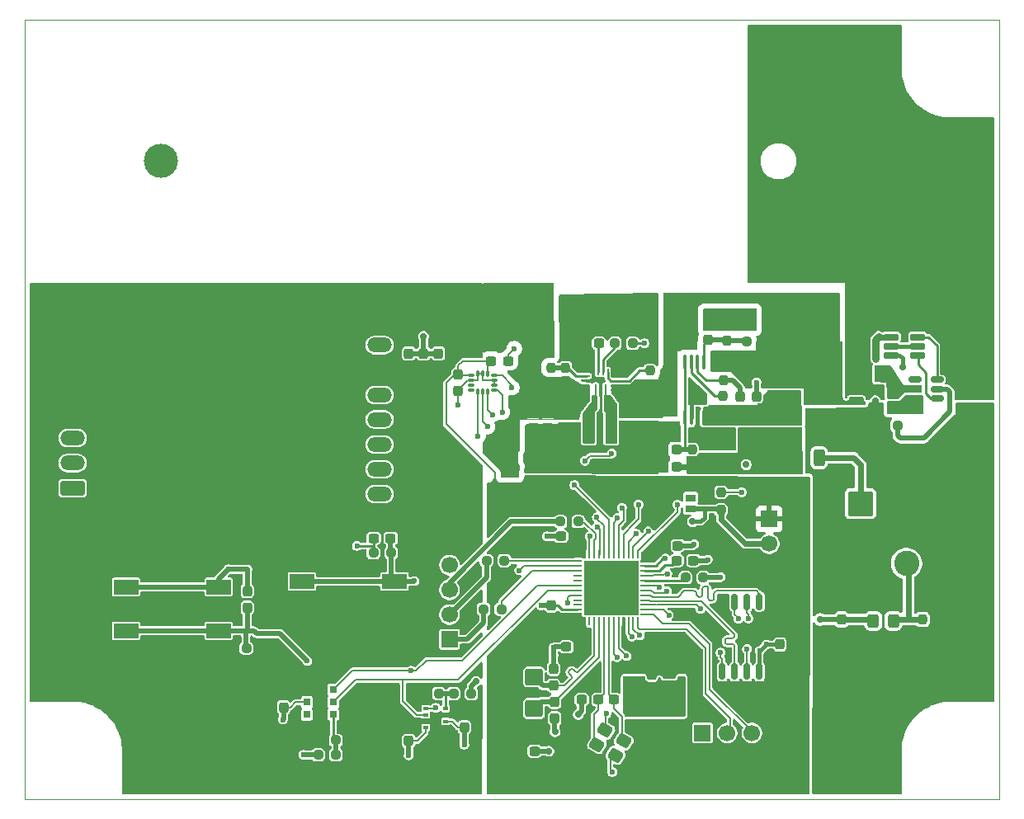
<source format=gbr>
%TF.GenerationSoftware,KiCad,Pcbnew,9.0.2*%
%TF.CreationDate,2025-09-24T23:37:42+05:00*%
%TF.ProjectId,Diplom,4469706c-6f6d-42e6-9b69-6361645f7063,rev?*%
%TF.SameCoordinates,Original*%
%TF.FileFunction,Copper,L1,Top*%
%TF.FilePolarity,Positive*%
%FSLAX46Y46*%
G04 Gerber Fmt 4.6, Leading zero omitted, Abs format (unit mm)*
G04 Created by KiCad (PCBNEW 9.0.2) date 2025-09-24 23:37:42*
%MOMM*%
%LPD*%
G01*
G04 APERTURE LIST*
G04 Aperture macros list*
%AMRoundRect*
0 Rectangle with rounded corners*
0 $1 Rounding radius*
0 $2 $3 $4 $5 $6 $7 $8 $9 X,Y pos of 4 corners*
0 Add a 4 corners polygon primitive as box body*
4,1,4,$2,$3,$4,$5,$6,$7,$8,$9,$2,$3,0*
0 Add four circle primitives for the rounded corners*
1,1,$1+$1,$2,$3*
1,1,$1+$1,$4,$5*
1,1,$1+$1,$6,$7*
1,1,$1+$1,$8,$9*
0 Add four rect primitives between the rounded corners*
20,1,$1+$1,$2,$3,$4,$5,0*
20,1,$1+$1,$4,$5,$6,$7,0*
20,1,$1+$1,$6,$7,$8,$9,0*
20,1,$1+$1,$8,$9,$2,$3,0*%
%AMOutline5P*
0 Free polygon, 5 corners , with rotation*
0 The origin of the aperture is its center*
0 number of corners: always 5*
0 $1 to $10 corner X, Y*
0 $11 Rotation angle, in degrees counterclockwise*
0 create outline with 5 corners*
4,1,5,$1,$2,$3,$4,$5,$6,$7,$8,$9,$10,$1,$2,$11*%
%AMOutline6P*
0 Free polygon, 6 corners , with rotation*
0 The origin of the aperture is its center*
0 number of corners: always 6*
0 $1 to $12 corner X, Y*
0 $13 Rotation angle, in degrees counterclockwise*
0 create outline with 6 corners*
4,1,6,$1,$2,$3,$4,$5,$6,$7,$8,$9,$10,$11,$12,$1,$2,$13*%
%AMOutline7P*
0 Free polygon, 7 corners , with rotation*
0 The origin of the aperture is its center*
0 number of corners: always 7*
0 $1 to $14 corner X, Y*
0 $15 Rotation angle, in degrees counterclockwise*
0 create outline with 7 corners*
4,1,7,$1,$2,$3,$4,$5,$6,$7,$8,$9,$10,$11,$12,$13,$14,$1,$2,$15*%
%AMOutline8P*
0 Free polygon, 8 corners , with rotation*
0 The origin of the aperture is its center*
0 number of corners: always 8*
0 $1 to $16 corner X, Y*
0 $17 Rotation angle, in degrees counterclockwise*
0 create outline with 8 corners*
4,1,8,$1,$2,$3,$4,$5,$6,$7,$8,$9,$10,$11,$12,$13,$14,$15,$16,$1,$2,$17*%
G04 Aperture macros list end*
%TA.AperFunction,SMDPad,CuDef*%
%ADD10RoundRect,0.087500X0.225000X0.087500X-0.225000X0.087500X-0.225000X-0.087500X0.225000X-0.087500X0*%
%TD*%
%TA.AperFunction,SMDPad,CuDef*%
%ADD11RoundRect,0.087500X0.087500X0.225000X-0.087500X0.225000X-0.087500X-0.225000X0.087500X-0.225000X0*%
%TD*%
%TA.AperFunction,SMDPad,CuDef*%
%ADD12RoundRect,0.237500X0.300000X0.237500X-0.300000X0.237500X-0.300000X-0.237500X0.300000X-0.237500X0*%
%TD*%
%TA.AperFunction,SMDPad,CuDef*%
%ADD13RoundRect,0.237500X0.237500X-0.300000X0.237500X0.300000X-0.237500X0.300000X-0.237500X-0.300000X0*%
%TD*%
%TA.AperFunction,ComponentPad*%
%ADD14C,3.500000*%
%TD*%
%TA.AperFunction,ComponentPad*%
%ADD15R,3.500000X3.500000*%
%TD*%
%TA.AperFunction,SMDPad,CuDef*%
%ADD16RoundRect,0.150000X0.512500X0.150000X-0.512500X0.150000X-0.512500X-0.150000X0.512500X-0.150000X0*%
%TD*%
%TA.AperFunction,SMDPad,CuDef*%
%ADD17RoundRect,0.237500X-0.250000X-0.237500X0.250000X-0.237500X0.250000X0.237500X-0.250000X0.237500X0*%
%TD*%
%TA.AperFunction,SMDPad,CuDef*%
%ADD18RoundRect,0.237500X-0.237500X0.300000X-0.237500X-0.300000X0.237500X-0.300000X0.237500X0.300000X0*%
%TD*%
%TA.AperFunction,SMDPad,CuDef*%
%ADD19RoundRect,0.237500X0.250000X0.237500X-0.250000X0.237500X-0.250000X-0.237500X0.250000X-0.237500X0*%
%TD*%
%TA.AperFunction,SMDPad,CuDef*%
%ADD20RoundRect,0.162500X-0.617500X-0.162500X0.617500X-0.162500X0.617500X0.162500X-0.617500X0.162500X0*%
%TD*%
%TA.AperFunction,SMDPad,CuDef*%
%ADD21RoundRect,0.150000X0.587500X0.150000X-0.587500X0.150000X-0.587500X-0.150000X0.587500X-0.150000X0*%
%TD*%
%TA.AperFunction,SMDPad,CuDef*%
%ADD22RoundRect,0.250000X0.564711X0.078109X-0.214711X0.528109X-0.564711X-0.078109X0.214711X-0.528109X0*%
%TD*%
%TA.AperFunction,ComponentPad*%
%ADD23R,1.700000X1.700000*%
%TD*%
%TA.AperFunction,ComponentPad*%
%ADD24C,1.700000*%
%TD*%
%TA.AperFunction,SMDPad,CuDef*%
%ADD25RoundRect,0.250000X0.325000X0.450000X-0.325000X0.450000X-0.325000X-0.450000X0.325000X-0.450000X0*%
%TD*%
%TA.AperFunction,SMDPad,CuDef*%
%ADD26R,1.000000X2.700000*%
%TD*%
%TA.AperFunction,SMDPad,CuDef*%
%ADD27RoundRect,0.237500X-0.300000X-0.237500X0.300000X-0.237500X0.300000X0.237500X-0.300000X0.237500X0*%
%TD*%
%TA.AperFunction,SMDPad,CuDef*%
%ADD28R,0.500000X0.350000*%
%TD*%
%TA.AperFunction,SMDPad,CuDef*%
%ADD29RoundRect,0.062500X0.062500X-0.375000X0.062500X0.375000X-0.062500X0.375000X-0.062500X-0.375000X0*%
%TD*%
%TA.AperFunction,SMDPad,CuDef*%
%ADD30RoundRect,0.062500X0.375000X-0.062500X0.375000X0.062500X-0.375000X0.062500X-0.375000X-0.062500X0*%
%TD*%
%TA.AperFunction,HeatsinkPad*%
%ADD31R,5.600000X5.600000*%
%TD*%
%TA.AperFunction,SMDPad,CuDef*%
%ADD32RoundRect,0.250000X-0.650000X0.625000X-0.650000X-0.625000X0.650000X-0.625000X0.650000X0.625000X0*%
%TD*%
%TA.AperFunction,ComponentPad*%
%ADD33RoundRect,0.250000X-1.050000X-1.050000X1.050000X-1.050000X1.050000X1.050000X-1.050000X1.050000X0*%
%TD*%
%TA.AperFunction,ComponentPad*%
%ADD34C,2.600000*%
%TD*%
%TA.AperFunction,ComponentPad*%
%ADD35O,2.540000X1.500000*%
%TD*%
%TA.AperFunction,ComponentPad*%
%ADD36RoundRect,0.250000X1.020000X0.500000X-1.020000X0.500000X-1.020000X-0.500000X1.020000X-0.500000X0*%
%TD*%
%TA.AperFunction,SMDPad,CuDef*%
%ADD37RoundRect,0.250000X0.312500X0.625000X-0.312500X0.625000X-0.312500X-0.625000X0.312500X-0.625000X0*%
%TD*%
%TA.AperFunction,SMDPad,CuDef*%
%ADD38RoundRect,0.237500X-0.237500X0.250000X-0.237500X-0.250000X0.237500X-0.250000X0.237500X0.250000X0*%
%TD*%
%TA.AperFunction,SMDPad,CuDef*%
%ADD39RoundRect,0.162500X0.162500X-0.650000X0.162500X0.650000X-0.162500X0.650000X-0.162500X-0.650000X0*%
%TD*%
%TA.AperFunction,SMDPad,CuDef*%
%ADD40R,2.500000X1.500000*%
%TD*%
%TA.AperFunction,SMDPad,CuDef*%
%ADD41RoundRect,0.250000X-0.450000X0.325000X-0.450000X-0.325000X0.450000X-0.325000X0.450000X0.325000X0*%
%TD*%
%TA.AperFunction,SMDPad,CuDef*%
%ADD42R,0.800000X0.800000*%
%TD*%
%TA.AperFunction,SMDPad,CuDef*%
%ADD43R,1.100000X0.800000*%
%TD*%
%TA.AperFunction,SMDPad,CuDef*%
%ADD44RoundRect,0.237500X0.237500X-0.250000X0.237500X0.250000X-0.237500X0.250000X-0.237500X-0.250000X0*%
%TD*%
%TA.AperFunction,SMDPad,CuDef*%
%ADD45RoundRect,0.100000X0.100000X-0.637500X0.100000X0.637500X-0.100000X0.637500X-0.100000X-0.637500X0*%
%TD*%
%TA.AperFunction,SMDPad,CuDef*%
%ADD46RoundRect,0.250000X-0.900000X1.000000X-0.900000X-1.000000X0.900000X-1.000000X0.900000X1.000000X0*%
%TD*%
%TA.AperFunction,SMDPad,CuDef*%
%ADD47R,2.700000X1.000000*%
%TD*%
%TA.AperFunction,SMDPad,CuDef*%
%ADD48RoundRect,0.250000X0.625000X-0.312500X0.625000X0.312500X-0.625000X0.312500X-0.625000X-0.312500X0*%
%TD*%
%TA.AperFunction,SMDPad,CuDef*%
%ADD49Outline6P,-0.125000X0.300000X0.125000X0.300000X0.125000X-0.237500X0.062500X-0.300000X-0.062500X-0.300000X-0.125000X-0.237500X0.000000*%
%TD*%
%TA.AperFunction,SMDPad,CuDef*%
%ADD50RoundRect,0.062500X-0.062500X-0.237500X0.062500X-0.237500X0.062500X0.237500X-0.062500X0.237500X0*%
%TD*%
%TA.AperFunction,SMDPad,CuDef*%
%ADD51RoundRect,0.062500X-0.237500X0.062500X-0.237500X-0.062500X0.237500X-0.062500X0.237500X0.062500X0*%
%TD*%
%TA.AperFunction,SMDPad,CuDef*%
%ADD52RoundRect,0.056250X-0.056250X-0.318750X0.056250X-0.318750X0.056250X0.318750X-0.056250X0.318750X0*%
%TD*%
%TA.AperFunction,SMDPad,CuDef*%
%ADD53RoundRect,0.062500X-0.062500X-0.612500X0.062500X-0.612500X0.062500X0.612500X-0.062500X0.612500X0*%
%TD*%
%TA.AperFunction,SMDPad,CuDef*%
%ADD54RoundRect,0.062500X-0.062500X-0.787500X0.062500X-0.787500X0.062500X0.787500X-0.062500X0.787500X0*%
%TD*%
%TA.AperFunction,SMDPad,CuDef*%
%ADD55RoundRect,0.050000X-0.250000X0.075000X-0.250000X-0.075000X0.250000X-0.075000X0.250000X0.075000X0*%
%TD*%
%TA.AperFunction,SMDPad,CuDef*%
%ADD56R,0.850000X2.800000*%
%TD*%
%TA.AperFunction,ViaPad*%
%ADD57C,0.600000*%
%TD*%
%TA.AperFunction,ViaPad*%
%ADD58C,0.700000*%
%TD*%
%TA.AperFunction,Conductor*%
%ADD59C,0.200000*%
%TD*%
%TA.AperFunction,Conductor*%
%ADD60C,0.508000*%
%TD*%
%TA.AperFunction,Conductor*%
%ADD61C,0.750000*%
%TD*%
%TA.AperFunction,Conductor*%
%ADD62C,0.400000*%
%TD*%
%TA.AperFunction,Conductor*%
%ADD63C,0.254000*%
%TD*%
%TA.AperFunction,Conductor*%
%ADD64C,0.600000*%
%TD*%
%TA.AperFunction,Profile*%
%ADD65C,0.050000*%
%TD*%
G04 APERTURE END LIST*
D10*
%TO.P,D6,1,SDO/SA0*%
%TO.N,/MCU/AXEL_SDO*%
X98162500Y-64000000D03*
%TO.P,D6,2,SDX*%
%TO.N,GND*%
X98162500Y-63500000D03*
%TO.P,D6,3,SCX*%
X98162500Y-63000000D03*
%TO.P,D6,4,INT1*%
%TO.N,/MCU/AXEL_INT*%
X98162500Y-62500000D03*
D11*
%TO.P,D6,5,VDDIO*%
%TO.N,VDD_MCU*%
X97500000Y-62337500D03*
%TO.P,D6,6,GND*%
%TO.N,GND*%
X97000000Y-62337500D03*
%TO.P,D6,7,GND*%
X96500000Y-62337500D03*
D10*
%TO.P,D6,8,VDD*%
%TO.N,VDD_MCU*%
X95837500Y-62500000D03*
%TO.P,D6,9,INT2*%
%TO.N,GND*%
X95837500Y-63000000D03*
%TO.P,D6,10,NC*%
%TO.N,unconnected-(D6-NC-Pad10)*%
X95837500Y-63500000D03*
%TO.P,D6,11,NC*%
%TO.N,unconnected-(D6-NC-Pad11)*%
X95837500Y-64000000D03*
D11*
%TO.P,D6,12,CS*%
%TO.N,/MCU/AXEL_CS*%
X96500000Y-64162500D03*
%TO.P,D6,13,SCL*%
%TO.N,/MCU/AXEL_SCK*%
X97000000Y-64162500D03*
%TO.P,D6,14,SDA*%
%TO.N,/MCU/AXEL_SDA*%
X97500000Y-64162500D03*
%TD*%
D12*
%TO.P,C37,1*%
%TO.N,GND*%
X99612500Y-61000000D03*
%TO.P,C37,2*%
%TO.N,VDD_MCU*%
X97887500Y-61000000D03*
%TD*%
D13*
%TO.P,C36,1*%
%TO.N,GND*%
X94500000Y-64112500D03*
%TO.P,C36,2*%
%TO.N,VDD_MCU*%
X94500000Y-62387500D03*
%TD*%
D14*
%TO.P,BT1,2,-*%
%TO.N,Net-(BT1--)*%
X64000000Y-40500000D03*
D15*
%TO.P,BT1,1,+*%
%TO.N,Net-(BT1-+)*%
X136000000Y-40500000D03*
%TD*%
D16*
%TO.P,U5,6,GND*%
%TO.N,Net-(BT1--)*%
X141342500Y-64839999D03*
%TO.P,U5,5,VCC*%
%TO.N,Net-(U5-VCC)*%
X141342500Y-63890000D03*
%TO.P,U5,4,TD*%
%TO.N,unconnected-(U5-TD-Pad4)*%
X141342500Y-62940001D03*
%TO.P,U5,3,OC*%
%TO.N,Net-(D4A-G)*%
X143617500Y-62940001D03*
%TO.P,U5,2,CS*%
%TO.N,Net-(U5-CS)*%
X143617500Y-63890000D03*
%TO.P,U5,1,OD*%
%TO.N,Net-(D4B-G)*%
X143617500Y-64839999D03*
%TD*%
D17*
%TO.P,R19,2*%
%TO.N,Net-(U5-VCC)*%
X137792500Y-62290000D03*
%TO.P,R19,1*%
%TO.N,Net-(BT1-+)*%
X135967500Y-62290000D03*
%TD*%
D18*
%TO.P,C28,2*%
%TO.N,Net-(BT1--)*%
X139180000Y-65752502D03*
%TO.P,C28,1*%
%TO.N,Net-(U5-VCC)*%
X139180000Y-64027500D03*
%TD*%
D19*
%TO.P,R18,2*%
%TO.N,GND*%
X137807499Y-67620001D03*
%TO.P,R18,1*%
%TO.N,Net-(U5-CS)*%
X139632499Y-67620001D03*
%TD*%
D20*
%TO.P,D4,6,G*%
%TO.N,Net-(D4A-G)*%
X141630000Y-58540000D03*
%TO.P,D4,5,D*%
%TO.N,Net-(D4A-D-Pad2)*%
X141630000Y-59490000D03*
%TO.P,D4,4,G*%
%TO.N,Net-(D4B-G)*%
X141630000Y-60440000D03*
%TO.P,D4,3,S*%
%TO.N,Net-(BT1--)*%
X138930000Y-60440000D03*
%TO.P,D4,2,D*%
%TO.N,Net-(D4A-D-Pad2)*%
X138930000Y-59490000D03*
%TO.P,D4,1,S*%
%TO.N,GND*%
X138930000Y-58540000D03*
%TD*%
D21*
%TO.P,Q1,3,D*%
%TO.N,/Power/VBAT+*%
X135342499Y-64990001D03*
%TO.P,Q1,2,S*%
%TO.N,Net-(BT1-+)*%
X137217500Y-64040001D03*
%TO.P,Q1,1,G*%
%TO.N,GND*%
X137217500Y-65940001D03*
%TD*%
D13*
%TO.P,C1,1*%
%TO.N,/MCU/NRST*%
X72840000Y-86342501D03*
%TO.P,C1,2*%
%TO.N,GND*%
X72840000Y-84617499D03*
%TD*%
D22*
%TO.P,Y3,1,1*%
%TO.N,/MCU/OSC_P*%
X111477628Y-100013878D03*
%TO.P,Y3,2,2*%
%TO.N,GND*%
X109572372Y-98913879D03*
%TO.P,Y3,3,3*%
%TO.N,/MCU/OSC_N*%
X108722372Y-100386122D03*
%TO.P,Y3,4,4*%
%TO.N,GND*%
X110627628Y-101486121D03*
%TD*%
D19*
%TO.P,R24,1*%
%TO.N,/MCU/SYS_SWO*%
X98912500Y-86500000D03*
%TO.P,R24,2*%
%TO.N,Net-(J2-Pin_1)*%
X97087500Y-86500000D03*
%TD*%
D12*
%TO.P,C13,1*%
%TO.N,VDD_MCU*%
X107312501Y-90337500D03*
%TO.P,C13,2*%
%TO.N,GND*%
X105587499Y-90337500D03*
%TD*%
D23*
%TO.P,J1,1,Pin_1*%
%TO.N,GND*%
X119560001Y-99200000D03*
D24*
%TO.P,J1,2,Pin_2*%
%TO.N,/MCU/USART2_TX*%
X122100001Y-99200000D03*
%TO.P,J1,3,Pin_3*%
%TO.N,/MCU/USART2_RX*%
X124640000Y-99200000D03*
%TD*%
D25*
%TO.P,L6,1,1*%
%TO.N,Net-(L6-Pad1)*%
X139134547Y-87681772D03*
%TO.P,L6,2,2*%
%TO.N,/MCU/PIEZO*%
X137084549Y-87681772D03*
%TD*%
D26*
%TO.P,L1,1,1*%
%TO.N,+3V3*%
X96280002Y-75180000D03*
%TO.P,L1,2,2*%
%TO.N,VDD_MCU*%
X98480000Y-75180000D03*
%TD*%
D13*
%TO.P,C23,1*%
%TO.N,+3V3*%
X92448000Y-61962501D03*
%TO.P,C23,2*%
%TO.N,GND*%
X92448000Y-60237499D03*
%TD*%
D19*
%TO.P,R12,1*%
%TO.N,GND*%
X95842500Y-95150000D03*
%TO.P,R12,2*%
%TO.N,Net-(U2-SDO)*%
X94017500Y-95150000D03*
%TD*%
D12*
%TO.P,C8,1*%
%TO.N,VDD_MCU*%
X106762501Y-79000000D03*
%TO.P,C8,2*%
%TO.N,GND*%
X105037499Y-79000000D03*
%TD*%
%TO.P,C3,1*%
%TO.N,/MCU/OSC_N*%
X108875003Y-95767500D03*
%TO.P,C3,2*%
%TO.N,GND*%
X107150001Y-95767500D03*
%TD*%
D19*
%TO.P,R4,1*%
%TO.N,/MCU/SWCLK*%
X99212500Y-81500000D03*
%TO.P,R4,2*%
%TO.N,Net-(J2-Pin_2)*%
X97387500Y-81500000D03*
%TD*%
D27*
%TO.P,C7,1*%
%TO.N,VDD_MCU*%
X115287499Y-79962500D03*
%TO.P,C7,2*%
%TO.N,GND*%
X117012501Y-79962500D03*
%TD*%
D23*
%TO.P,J3,1,Pin_1*%
%TO.N,VDD_MCU*%
X126410000Y-77235000D03*
D24*
%TO.P,J3,2,Pin_2*%
%TO.N,/MCU/TEMT6000*%
X126410000Y-79775000D03*
%TD*%
D28*
%TO.P,U2,1,GND*%
%TO.N,GND*%
X91155000Y-98645001D03*
%TO.P,U2,2,CSB*%
%TO.N,+3V3*%
X91155000Y-97995000D03*
%TO.P,U2,3,SDI*%
%TO.N,/MCU/I2C1_SDA*%
X91155000Y-97345000D03*
%TO.P,U2,4,SCK*%
%TO.N,/MCU/I2C1_SCL*%
X91155000Y-96694999D03*
%TO.P,U2,5,SDO*%
%TO.N,Net-(U2-SDO)*%
X93205000Y-96694999D03*
%TO.P,U2,6,VDDIO*%
%TO.N,+3V3*%
X93205000Y-97345000D03*
%TO.P,U2,7,GND*%
%TO.N,GND*%
X93205000Y-97995000D03*
%TO.P,U2,8,VDD*%
%TO.N,+3V3*%
X93205000Y-98645001D03*
%TD*%
D29*
%TO.P,U6,1,VBAT*%
%TO.N,VDD_MCU*%
X107450000Y-87737500D03*
%TO.P,U6,2,PC13*%
%TO.N,/MCU/PC13-ANTI-TAMP*%
X107950000Y-87737500D03*
%TO.P,U6,3,PC14*%
%TO.N,/MCU/OSC32_P*%
X108450001Y-87737500D03*
%TO.P,U6,4,PC15*%
%TO.N,/MCU/OSC32_N*%
X108950000Y-87737500D03*
%TO.P,U6,5,PH0*%
%TO.N,/MCU/OSC_N*%
X109449999Y-87737500D03*
%TO.P,U6,6,PH1*%
%TO.N,/MCU/OSC_P*%
X109950000Y-87737500D03*
%TO.P,U6,7,NRST*%
%TO.N,/MCU/NRST*%
X110450000Y-87737500D03*
%TO.P,U6,8,VSSA*%
%TO.N,GND*%
X110950001Y-87737500D03*
%TO.P,U6,9,VDDA*%
%TO.N,VDD_MCU*%
X111450000Y-87737500D03*
%TO.P,U6,10,PA0*%
%TO.N,/MCU/PIEZO*%
X111949999Y-87737500D03*
%TO.P,U6,11,PA1*%
%TO.N,/MCU/PV_CURRENT*%
X112450000Y-87737500D03*
%TO.P,U6,12,PA2*%
%TO.N,/MCU/USART2_TX*%
X112950000Y-87737500D03*
D30*
%TO.P,U6,13,PA3*%
%TO.N,/MCU/USART2_RX*%
X113637500Y-87050000D03*
%TO.P,U6,14,PA4*%
%TO.N,/MCU/TEMT6000*%
X113637500Y-86550000D03*
%TO.P,U6,15,PA5*%
%TO.N,/MCU/SCK*%
X113637500Y-86049999D03*
%TO.P,U6,16,PA6*%
%TO.N,/MCU/SPI1_MISO*%
X113637500Y-85550000D03*
%TO.P,U6,17,PA7*%
%TO.N,/MCU/SPI1_MOSI*%
X113637500Y-85050001D03*
%TO.P,U6,18,PB0*%
%TO.N,/MCU/F_CS*%
X113637500Y-84550000D03*
%TO.P,U6,19,PB1*%
%TO.N,/MCU/N_WP*%
X113637500Y-84050000D03*
%TO.P,U6,20,PB2*%
%TO.N,/MCU/BOOT1*%
X113637500Y-83549999D03*
%TO.P,U6,21,PB10*%
%TO.N,/MCU/N_HOLD*%
X113637500Y-83050000D03*
%TO.P,U6,22,VCAP1*%
%TO.N,Net-(U6-VCAP1)*%
X113637500Y-82550001D03*
%TO.P,U6,23,VSS*%
%TO.N,GND*%
X113637500Y-82050000D03*
%TO.P,U6,24,VDD*%
%TO.N,VDD_MCU*%
X113637500Y-81550000D03*
D29*
%TO.P,U6,25,PB12*%
%TO.N,/MCU/AXEL_INT*%
X112950000Y-80862500D03*
%TO.P,U6,26,PB13*%
%TO.N,/MCU/AXEL_SCK*%
X112450000Y-80862500D03*
%TO.P,U6,27,PB14*%
%TO.N,/MCU/AXEL_SDO*%
X111949999Y-80862500D03*
%TO.P,U6,28,PB15*%
%TO.N,/MCU/AXEL_SDA*%
X111450000Y-80862500D03*
%TO.P,U6,29,PA8*%
%TO.N,/MCU/AUX_LORA*%
X110950001Y-80862500D03*
%TO.P,U6,30,PA9*%
%TO.N,/MCU/USART1_TX_LORA*%
X110450000Y-80862500D03*
%TO.P,U6,31,PA10*%
%TO.N,/MCU/USART1_RX_LORA*%
X109950000Y-80862500D03*
%TO.P,U6,32,PA11*%
%TO.N,/MCU/M0_LORA*%
X109449999Y-80862500D03*
%TO.P,U6,33,PA12*%
%TO.N,/MCU/M1_LORA*%
X108950000Y-80862500D03*
%TO.P,U6,34,PA13*%
%TO.N,/MCU/SWDIO*%
X108450001Y-80862500D03*
%TO.P,U6,35,VSS*%
%TO.N,GND*%
X107950000Y-80862500D03*
%TO.P,U6,36,VDD*%
%TO.N,VDD_MCU*%
X107450000Y-80862500D03*
D30*
%TO.P,U6,37,PA14*%
%TO.N,/MCU/SWCLK*%
X106762500Y-81550000D03*
%TO.P,U6,38,PA15*%
%TO.N,/MCU/AXEL_CS*%
X106762500Y-82050000D03*
%TO.P,U6,39,PB3*%
%TO.N,/MCU/SYS_SWO*%
X106762500Y-82550001D03*
%TO.P,U6,40,PB4*%
%TO.N,unconnected-(U6-PB4-Pad40)*%
X106762500Y-83050000D03*
%TO.P,U6,41,PB5*%
%TO.N,unconnected-(U6-PB5-Pad41)*%
X106762500Y-83549999D03*
%TO.P,U6,42,PB6*%
%TO.N,/MCU/I2C1_SCL*%
X106762500Y-84050000D03*
%TO.P,U6,43,PB7*%
%TO.N,/MCU/I2C1_SDA*%
X106762500Y-84550000D03*
%TO.P,U6,44,BOOT0*%
%TO.N,/MCU/BOOT0*%
X106762500Y-85050001D03*
%TO.P,U6,45,PB8*%
%TO.N,unconnected-(U6-PB8-Pad45)*%
X106762500Y-85550000D03*
%TO.P,U6,46,PB9*%
%TO.N,unconnected-(U6-PB9-Pad46)*%
X106762500Y-86049999D03*
%TO.P,U6,47,VSS*%
%TO.N,GND*%
X106762500Y-86550000D03*
%TO.P,U6,48,VDD*%
%TO.N,VDD_MCU*%
X106762500Y-87050000D03*
D31*
%TO.P,U6,49,VSS*%
%TO.N,GND*%
X110200000Y-84300000D03*
%TD*%
D32*
%TO.P,Y4,1,1*%
%TO.N,/MCU/OSC32_P*%
X102265251Y-93444578D03*
%TO.P,Y4,2,2*%
%TO.N,/MCU/OSC32_N*%
X102265251Y-96694580D03*
%TD*%
D19*
%TO.P,R2,1*%
%TO.N,/MCU/BOOT0*%
X87612500Y-80700000D03*
%TO.P,R2,2*%
%TO.N,GND*%
X85787500Y-80700000D03*
%TD*%
D27*
%TO.P,C12,1*%
%TO.N,Net-(U6-VCAP1)*%
X116909349Y-81492600D03*
%TO.P,C12,2*%
%TO.N,GND*%
X118634351Y-81492600D03*
%TD*%
%TO.P,C2,1*%
%TO.N,/MCU/OSC_P*%
X110490000Y-95787500D03*
%TO.P,C2,2*%
%TO.N,GND*%
X112215002Y-95787500D03*
%TD*%
D13*
%TO.P,C24,1*%
%TO.N,+3V3*%
X90924000Y-61962501D03*
%TO.P,C24,2*%
%TO.N,GND*%
X90924000Y-60237499D03*
%TD*%
D33*
%TO.P,Y5,1,1*%
%TO.N,GND*%
X135690000Y-81790000D03*
D34*
%TO.P,Y5,2,2*%
%TO.N,Net-(L6-Pad1)*%
X140490001Y-81790000D03*
%TD*%
D18*
%TO.P,C11,1*%
%TO.N,VDD_MCU*%
X112700000Y-92447499D03*
%TO.P,C11,2*%
%TO.N,GND*%
X112700000Y-94172501D03*
%TD*%
D19*
%TO.P,R1,1*%
%TO.N,+3V3*%
X74575000Y-90500000D03*
%TO.P,R1,2*%
%TO.N,/MCU/NRST*%
X72750000Y-90500000D03*
%TD*%
D13*
%TO.P,C5,1*%
%TO.N,/MCU/OSC32_P*%
X104265251Y-94332080D03*
%TO.P,C5,2*%
%TO.N,GND*%
X104265251Y-92607078D03*
%TD*%
D17*
%TO.P,R11,1*%
%TO.N,+3V3*%
X90677500Y-95150000D03*
%TO.P,R11,2*%
%TO.N,Net-(U2-SDO)*%
X92502500Y-95150000D03*
%TD*%
D27*
%TO.P,C34,1*%
%TO.N,GND*%
X85837499Y-79200000D03*
%TO.P,C34,2*%
%TO.N,/MCU/BOOT0*%
X87562501Y-79200000D03*
%TD*%
D19*
%TO.P,R5,1*%
%TO.N,/MCU/SWDIO*%
X106812500Y-77500000D03*
%TO.P,R5,2*%
%TO.N,Net-(J2-Pin_3)*%
X104987500Y-77500000D03*
%TD*%
D13*
%TO.P,C25,1*%
%TO.N,+3V3*%
X89400000Y-61962501D03*
%TO.P,C25,2*%
%TO.N,GND*%
X89400000Y-60237499D03*
%TD*%
D35*
%TO.P,IC1,1,M0*%
%TO.N,/MCU/M1_LORA*%
X86419999Y-74680000D03*
%TO.P,IC1,2,M1*%
%TO.N,/MCU/M0_LORA*%
X86420000Y-72120000D03*
%TO.P,IC1,3,RXD*%
%TO.N,/MCU/USART1_TX_LORA*%
X86420000Y-69580000D03*
%TO.P,IC1,4,TXD*%
%TO.N,/MCU/USART1_RX_LORA*%
X86419999Y-67020000D03*
%TO.P,IC1,5,AUX*%
%TO.N,/MCU/AUX_LORA*%
X86420000Y-64520000D03*
%TO.P,IC1,6,VCC*%
%TO.N,+3V3*%
X86420000Y-61960000D03*
%TO.P,IC1,7,GND*%
%TO.N,GND*%
X86420000Y-59380000D03*
%TO.P,IC1,8,NC*%
%TO.N,unconnected-(IC1-NC-Pad8)*%
X54920000Y-68920000D03*
%TO.P,IC1,9,NC*%
%TO.N,unconnected-(IC1-NC-Pad9)*%
X54920000Y-71480000D03*
D36*
%TO.P,IC1,10,NC*%
%TO.N,unconnected-(IC1-NC-Pad10)*%
X54920000Y-74060000D03*
%TD*%
D18*
%TO.P,C14,1*%
%TO.N,VDD_MCU*%
X127488650Y-88381499D03*
%TO.P,C14,2*%
%TO.N,GND*%
X127488650Y-90106501D03*
%TD*%
D12*
%TO.P,C15,1*%
%TO.N,GND*%
X101650000Y-70930000D03*
%TO.P,C15,2*%
%TO.N,+3V3*%
X99924998Y-70930000D03*
%TD*%
D27*
%TO.P,C4,1*%
%TO.N,VDD_MCU*%
X100607499Y-101050000D03*
%TO.P,C4,2*%
%TO.N,GND*%
X102332501Y-101050000D03*
%TD*%
D13*
%TO.P,C18,1*%
%TO.N,GND*%
X95126400Y-98601301D03*
%TO.P,C18,2*%
%TO.N,+3V3*%
X95126400Y-96876299D03*
%TD*%
D23*
%TO.P,J2,1,Pin_1*%
%TO.N,Net-(J2-Pin_1)*%
X93600000Y-89579999D03*
D24*
%TO.P,J2,2,Pin_2*%
%TO.N,Net-(J2-Pin_2)*%
X93600000Y-87039999D03*
%TO.P,J2,3,Pin_3*%
%TO.N,Net-(J2-Pin_3)*%
X93600000Y-84500000D03*
%TO.P,J2,4,Pin_4*%
%TO.N,GND*%
X93600000Y-81959999D03*
%TO.P,J2,5,Pin_5*%
%TO.N,+3V3*%
X93600000Y-79419999D03*
%TD*%
D37*
%TO.P,R25,1*%
%TO.N,Net-(SC1-+)*%
X131512500Y-70930000D03*
%TO.P,R25,2*%
%TO.N,/Power/PV_CURRENT*%
X128587500Y-70930000D03*
%TD*%
D38*
%TO.P,R6,1*%
%TO.N,Net-(L6-Pad1)*%
X142119999Y-87538749D03*
%TO.P,R6,2*%
%TO.N,GND*%
X142119999Y-89363749D03*
%TD*%
D13*
%TO.P,C9,1*%
%TO.N,VDD_MCU*%
X104040000Y-87825001D03*
%TO.P,C9,2*%
%TO.N,GND*%
X104040000Y-86099999D03*
%TD*%
D39*
%TO.P,U3,1,~{CS}*%
%TO.N,/MCU/F_CS*%
X121583650Y-92901500D03*
%TO.P,U3,2,DO/IO_{1}*%
%TO.N,/MCU/SPI1_MISO*%
X122853650Y-92901500D03*
%TO.P,U3,3,~{WP}/IO_{2}*%
%TO.N,/MCU/N_WP*%
X124123650Y-92901500D03*
%TO.P,U3,4,GND*%
%TO.N,GND*%
X125393650Y-92901500D03*
%TO.P,U3,5,DI/IO_{0}*%
%TO.N,/MCU/SPI1_MOSI*%
X125393650Y-85726500D03*
%TO.P,U3,6,CLK*%
%TO.N,/MCU/SCK*%
X124123650Y-85726500D03*
%TO.P,U3,7,~{HOLD}/~{RESET}/IO_{3}*%
%TO.N,/MCU/N_HOLD*%
X122853650Y-85726500D03*
%TO.P,U3,8,VCC*%
%TO.N,VDD_MCU*%
X121583650Y-85726500D03*
%TD*%
D40*
%TO.P,SW2,1,1*%
%TO.N,/MCU/BOOT0*%
X87950000Y-83640000D03*
X78450000Y-83640000D03*
%TO.P,SW2,2,2*%
%TO.N,+3V3*%
X87950000Y-88140000D03*
X78450000Y-88140000D03*
%TD*%
D18*
%TO.P,C10,1*%
%TO.N,VDD_MCU*%
X114340000Y-93197499D03*
%TO.P,C10,2*%
%TO.N,GND*%
X114340000Y-94922501D03*
%TD*%
%TO.P,C35,1*%
%TO.N,/MCU/PIEZO*%
X133829999Y-87558748D03*
%TO.P,C35,2*%
%TO.N,GND*%
X133829999Y-89283750D03*
%TD*%
D17*
%TO.P,R3,1*%
%TO.N,/MCU/BOOT1*%
X117799150Y-83245200D03*
%TO.P,R3,2*%
%TO.N,GND*%
X119624150Y-83245200D03*
%TD*%
D41*
%TO.P,L4,1,1*%
%TO.N,VDD_MCU*%
X116130000Y-93055001D03*
%TO.P,L4,2,2*%
%TO.N,GND*%
X116130000Y-95104999D03*
%TD*%
D40*
%TO.P,SW1,1,1*%
%TO.N,/MCU/NRST*%
X60410000Y-88710000D03*
X69910000Y-88710000D03*
%TO.P,SW1,2,2*%
%TO.N,GND*%
X60410000Y-84210000D03*
X69910000Y-84210000D03*
%TD*%
D42*
%TO.P,D2,1,ADR*%
%TO.N,Net-(D2-ADR)*%
X81670000Y-97310000D03*
%TO.P,D2,2,SDA*%
%TO.N,/MCU/I2C1_SDA*%
X81670000Y-96040000D03*
%TO.P,D2,3,SCL*%
%TO.N,/MCU/I2C1_SCL*%
X81670000Y-94770000D03*
%TO.P,D2,4,VDD*%
%TO.N,+3V3*%
X78970000Y-94770000D03*
%TO.P,D2,5,GND*%
%TO.N,GND*%
X78970000Y-96040000D03*
%TO.P,D2,6,NC*%
%TO.N,unconnected-(D2-NC-Pad6)*%
X78970000Y-97310000D03*
%TD*%
D17*
%TO.P,R8,1*%
%TO.N,GND*%
X80112499Y-101440000D03*
%TO.P,R8,2*%
%TO.N,Net-(D2-ADR)*%
X81937499Y-101440000D03*
%TD*%
D18*
%TO.P,C22,1*%
%TO.N,+3V3*%
X76564000Y-94831899D03*
%TO.P,C22,2*%
%TO.N,GND*%
X76564000Y-96556901D03*
%TD*%
D17*
%TO.P,R9,1*%
%TO.N,+3V3*%
X80112500Y-99940000D03*
%TO.P,R9,2*%
%TO.N,Net-(D2-ADR)*%
X81937500Y-99940000D03*
%TD*%
D43*
%TO.P,D1,1,E*%
%TO.N,/MCU/TEMT6000*%
X118330000Y-76150000D03*
%TO.P,D1,2,B*%
%TO.N,unconnected-(D1-B-Pad2)*%
X118330000Y-75050000D03*
%TO.P,D1,3,C*%
%TO.N,VDD_MCU*%
X114780000Y-75600000D03*
%TD*%
D44*
%TO.P,R10,1*%
%TO.N,/MCU/TEMT6000*%
X121455000Y-76312500D03*
%TO.P,R10,2*%
%TO.N,GND*%
X121455000Y-74487500D03*
%TD*%
D18*
%TO.P,C26,1*%
%TO.N,GND*%
X125106250Y-64648749D03*
%TO.P,C26,2*%
%TO.N,Net-(U4-VOUT)*%
X125106250Y-66373751D03*
%TD*%
D45*
%TO.P,U4,1,MPP-SET*%
%TO.N,Net-(U4-MPP-SET)*%
X117756252Y-66811250D03*
%TO.P,U4,2,GND*%
%TO.N,GND*%
X118406252Y-66811250D03*
%TO.P,U4,3,LX*%
%TO.N,Net-(U4-LX)*%
X119056252Y-66811250D03*
%TO.P,U4,4,VOUT*%
%TO.N,Net-(U4-VOUT)*%
X119706252Y-66811250D03*
%TO.P,U4,5,VCTRL*%
%TO.N,Net-(U4-VCTRL)*%
X119706252Y-61086250D03*
%TO.P,U4,6,ICRTL_MINUS*%
%TO.N,Net-(U4-ICRTL_MINUS)*%
X119056252Y-61086250D03*
%TO.P,U4,7,ICTRL_PLUS*%
%TO.N,Net-(U4-ICTRL_PLUS)*%
X118406252Y-61086250D03*
%TO.P,U4,8,XSHUT*%
%TO.N,Net-(U4-MPP-SET)*%
X117756252Y-61086250D03*
%TD*%
D38*
%TO.P,R13,1*%
%TO.N,Net-(U4-ICTRL_PLUS)*%
X121606252Y-64598749D03*
%TO.P,R13,2*%
%TO.N,Net-(U4-VOUT)*%
X121606252Y-66423749D03*
%TD*%
D46*
%TO.P,D3,1,A1*%
%TO.N,/Power/VBAT+*%
X131770000Y-63349998D03*
%TO.P,D3,2,A2*%
%TO.N,GND*%
X131770000Y-67650000D03*
%TD*%
D18*
%TO.P,C27,1*%
%TO.N,Net-(U4-ICRTL_MINUS)*%
X123406251Y-64648747D03*
%TO.P,C27,2*%
%TO.N,Net-(U4-VOUT)*%
X123406251Y-66373749D03*
%TD*%
D13*
%TO.P,C19,1*%
%TO.N,Net-(U4-VCTRL)*%
X120106251Y-58873751D03*
%TO.P,C19,2*%
%TO.N,GND*%
X120106251Y-57148749D03*
%TD*%
D47*
%TO.P,L2,1,1*%
%TO.N,/Power/PV_CURRENT*%
X121506252Y-71511249D03*
%TO.P,L2,2,2*%
%TO.N,Net-(U4-LX)*%
X121506252Y-69311251D03*
%TD*%
D38*
%TO.P,R17,1*%
%TO.N,GND*%
X122106252Y-57098750D03*
%TO.P,R17,2*%
%TO.N,Net-(U4-VCTRL)*%
X122106252Y-58923750D03*
%TD*%
D48*
%TO.P,R15,1*%
%TO.N,Net-(U4-VOUT)*%
X127306250Y-65373750D03*
%TO.P,R15,2*%
%TO.N,/Power/VBAT+*%
X127306250Y-62448750D03*
%TD*%
D17*
%TO.P,R16,1*%
%TO.N,Net-(U4-VCTRL)*%
X124093752Y-59011249D03*
%TO.P,R16,2*%
%TO.N,/Power/VBAT+*%
X125918752Y-59011249D03*
%TD*%
D12*
%TO.P,C20,1*%
%TO.N,/Power/PV_CURRENT*%
X116868753Y-71911250D03*
%TO.P,C20,2*%
%TO.N,GND*%
X115143751Y-71911250D03*
%TD*%
D44*
%TO.P,R14,1*%
%TO.N,Net-(U4-ICRTL_MINUS)*%
X121706250Y-63023750D03*
%TO.P,R14,2*%
%TO.N,/Power/VBAT+*%
X121706250Y-61198750D03*
%TD*%
D12*
%TO.P,C21,1*%
%TO.N,Net-(U4-MPP-SET)*%
X116868752Y-70111250D03*
%TO.P,C21,2*%
%TO.N,GND*%
X115143750Y-70111250D03*
%TD*%
D44*
%TO.P,R7,1*%
%TO.N,/Power/PV_CURRENT*%
X118506251Y-71923749D03*
%TO.P,R7,2*%
%TO.N,Net-(U4-MPP-SET)*%
X118506251Y-70098749D03*
%TD*%
D13*
%TO.P,C31,1*%
%TO.N,GND*%
X102189999Y-67890001D03*
%TO.P,C31,2*%
%TO.N,+3V3*%
X102189999Y-66164999D03*
%TD*%
D44*
%TO.P,R22,1*%
%TO.N,+3V3*%
X103990000Y-63502500D03*
%TO.P,R22,2*%
%TO.N,Net-(D5-FB)*%
X103990000Y-61677500D03*
%TD*%
D27*
%TO.P,C29,1*%
%TO.N,GND*%
X107227499Y-59190000D03*
%TO.P,C29,2*%
%TO.N,Net-(D5-VAUX)*%
X108952501Y-59190000D03*
%TD*%
D49*
%TO.P,D5,1,PS/SYNC*%
%TO.N,Net-(D5-EN)*%
X109840000Y-62140000D03*
D50*
%TO.P,D5,2,PG*%
%TO.N,Net-(D5-PG)*%
X109340000Y-62140000D03*
%TO.P,D5,3,VAUX*%
%TO.N,Net-(D5-VAUX)*%
X108840000Y-62140000D03*
%TO.P,D5,4,GND*%
%TO.N,GND*%
X108340000Y-62140000D03*
D51*
%TO.P,D5,5,FB*%
%TO.N,Net-(D5-FB)*%
X107690000Y-62540000D03*
%TO.P,D5,6,FB2*%
%TO.N,GND*%
X107690000Y-63040000D03*
%TO.P,D5,7,VOUT*%
%TO.N,+3V3*%
X107690000Y-63540000D03*
D52*
X107877500Y-63790000D03*
D51*
%TO.P,D5,8,VOUT*%
X107690000Y-64040000D03*
D53*
%TO.P,D5,9,L2*%
%TO.N,Net-(D5-L2)*%
X108590000Y-64070000D03*
D54*
%TO.P,D5,10,PGND*%
%TO.N,GND*%
X109090000Y-63890000D03*
D53*
%TO.P,D5,11,L1*%
%TO.N,Net-(D5-L1)*%
X109590000Y-64070000D03*
D52*
%TO.P,D5,12,VIN*%
%TO.N,/Power/VBAT+*%
X110265000Y-63790000D03*
D51*
X110490000Y-64040000D03*
%TO.P,D5,13,VIN*%
X110490000Y-63540000D03*
%TO.P,D5,14,EN*%
%TO.N,Net-(D5-EN)*%
X110490000Y-63040000D03*
D55*
%TO.P,D5,15,VSEL*%
%TO.N,GND*%
X110490000Y-62540000D03*
%TD*%
D13*
%TO.P,C33,1*%
%TO.N,GND*%
X105200000Y-67890001D03*
%TO.P,C33,2*%
%TO.N,+3V3*%
X105200000Y-66164999D03*
%TD*%
D44*
%TO.P,R20,1*%
%TO.N,/Power/VBAT+*%
X114190000Y-63802500D03*
%TO.P,R20,2*%
%TO.N,Net-(D5-EN)*%
X114190000Y-61977500D03*
%TD*%
D19*
%TO.P,R21,1*%
%TO.N,+3V3*%
X112402500Y-59190000D03*
%TO.P,R21,2*%
%TO.N,Net-(D5-PG)*%
X110577500Y-59190000D03*
%TD*%
D38*
%TO.P,R23,1*%
%TO.N,GND*%
X105490000Y-59877500D03*
%TO.P,R23,2*%
%TO.N,Net-(D5-FB)*%
X105490000Y-61702500D03*
%TD*%
D18*
%TO.P,C16,1*%
%TO.N,GND*%
X104230000Y-71864998D03*
%TO.P,C16,2*%
%TO.N,VDD_MCU*%
X104230000Y-73590000D03*
%TD*%
D56*
%TO.P,L3,1,1*%
%TO.N,Net-(D5-L1)*%
X110164999Y-67690000D03*
%TO.P,L3,2,2*%
%TO.N,Net-(D5-L2)*%
X107815001Y-67690000D03*
%TD*%
D13*
%TO.P,C32,1*%
%TO.N,GND*%
X103690000Y-67890002D03*
%TO.P,C32,2*%
%TO.N,+3V3*%
X103690000Y-66165000D03*
%TD*%
D18*
%TO.P,C30,1*%
%TO.N,/Power/VBAT+*%
X114190000Y-66027499D03*
%TO.P,C30,2*%
%TO.N,GND*%
X114190000Y-67752501D03*
%TD*%
D13*
%TO.P,C17,1*%
%TO.N,GND*%
X89416400Y-100021300D03*
%TO.P,C17,2*%
%TO.N,+3V3*%
X89416400Y-98296298D03*
%TD*%
D18*
%TO.P,C6,1*%
%TO.N,/MCU/OSC32_N*%
X104385250Y-95987078D03*
%TO.P,C6,2*%
%TO.N,GND*%
X104385250Y-97712080D03*
%TD*%
D33*
%TO.P,SC1,1,+*%
%TO.N,Net-(SC1-+)*%
X135760000Y-75650000D03*
D34*
%TO.P,SC1,2,-*%
%TO.N,GND*%
X140560001Y-75650000D03*
%TD*%
D57*
%TO.N,/MCU/AXEL_SCK*%
X107500000Y-71250000D03*
X110250000Y-70500000D03*
%TO.N,/MCU/AXEL_SDO*%
X112750000Y-78750000D03*
%TO.N,/MCU/AXEL_SCK*%
X114000000Y-78500000D03*
%TO.N,/MCU/AXEL_SDA*%
X113000000Y-75750000D03*
%TO.N,/MCU/AXEL_CS*%
X100750000Y-82500000D03*
%TO.N,/MCU/AXEL_INT*%
X117000000Y-75750000D03*
%TO.N,/MCU/AXEL_CS*%
X96500000Y-68750000D03*
%TO.N,/MCU/AXEL_SCK*%
X97500000Y-67750000D03*
%TO.N,/MCU/AXEL_SDA*%
X98000000Y-66500000D03*
%TO.N,/MCU/AXEL_SDO*%
X99000000Y-66250000D03*
%TO.N,/MCU/AXEL_INT*%
X100000000Y-63750000D03*
%TO.N,GND*%
X94500000Y-65500000D03*
X100250000Y-59750000D03*
D58*
X137330000Y-60600000D03*
%TO.N,Net-(BT1--)*%
X140079999Y-61590001D03*
%TO.N,GND*%
X137279999Y-65090001D03*
X137330000Y-59170000D03*
%TO.N,Net-(BT1--)*%
X140670000Y-66050001D03*
%TO.N,GND*%
X137585000Y-58555001D03*
X136646600Y-67636601D03*
X137330000Y-59850001D03*
D57*
%TO.N,/MCU/I2C1_SCL*%
X92180000Y-96610000D03*
%TO.N,/MCU/SCK*%
X119354185Y-86438065D03*
%TO.N,/MCU/N_HOLD*%
X123245343Y-87475507D03*
%TO.N,/MCU/F_CS*%
X121404050Y-90941400D03*
%TO.N,/MCU/PIEZO*%
X112325171Y-89283069D03*
%TO.N,/MCU/USART1_TX_LORA*%
X110840000Y-77120000D03*
%TO.N,/MCU/M1_LORA*%
X108739236Y-78040764D03*
%TO.N,/MCU/TEMT6000*%
X116100000Y-87100000D03*
D58*
%TO.N,/MCU/PIEZO*%
X131639999Y-87541249D03*
D57*
%TO.N,/MCU/N_WP*%
X115155650Y-84244500D03*
%TO.N,/MCU/AUX_LORA*%
X111300000Y-76080000D03*
%TO.N,/MCU/NRST*%
X110800000Y-91397499D03*
%TO.N,/MCU/SCK*%
X124258650Y-87434000D03*
%TO.N,/MCU/BOOT0*%
X90000000Y-83600000D03*
D58*
%TO.N,/MCU/TEMT6000*%
X118530000Y-77500000D03*
D57*
%TO.N,/MCU/I2C1_SCL*%
X89650000Y-92790000D03*
%TO.N,/MCU/PV_CURRENT*%
X113119149Y-89185074D03*
%TO.N,/MCU/M0_LORA*%
X108720000Y-77050000D03*
%TO.N,/MCU/N_HOLD*%
X115943050Y-82838800D03*
%TO.N,GND*%
X120100000Y-81400000D03*
X112280000Y-82560000D03*
X125438650Y-90764001D03*
X115724030Y-81277056D03*
X108280000Y-84260000D03*
X108370000Y-86270000D03*
X110200000Y-86280000D03*
X110300000Y-103200000D03*
X110220000Y-82530000D03*
X121400000Y-83200000D03*
X89416400Y-101496300D03*
D58*
X103780000Y-101060000D03*
D57*
X108230000Y-82510000D03*
X112220000Y-86350000D03*
D58*
X106800000Y-97300000D03*
X90924000Y-58480000D03*
D57*
X104265251Y-91200000D03*
X70930000Y-82390000D03*
D58*
X110200000Y-84300000D03*
D57*
X72870000Y-82420000D03*
X123580000Y-74480000D03*
X126088650Y-90114000D03*
X95116400Y-100396300D03*
X84100001Y-80000000D03*
X76512500Y-97826250D03*
X108000000Y-79000000D03*
X111760000Y-91287500D03*
X78612500Y-101426250D03*
D58*
X115090000Y-96800000D03*
X96310000Y-93910000D03*
X114070000Y-96900000D03*
D57*
%TO.N,/MCU/NRST*%
X79000000Y-91801000D03*
%TO.N,GND*%
X103600000Y-79000000D03*
X104265251Y-90434749D03*
D58*
X104420000Y-99070000D03*
D57*
X118700000Y-79800000D03*
X109700000Y-97200000D03*
X103000000Y-86100000D03*
X112270000Y-84240000D03*
%TO.N,/MCU/USART1_RX_LORA*%
X106410000Y-73750000D03*
%TO.N,/MCU/F_CS*%
X115917650Y-84645499D03*
D58*
%TO.N,GND*%
X116300000Y-96760000D03*
%TO.N,/MCU/PV_CURRENT*%
X124040000Y-71660000D03*
D57*
%TO.N,/MCU/N_WP*%
X124121850Y-90585800D03*
%TO.N,/MCU/BOOT0*%
X105732106Y-85867894D03*
%TO.N,GND*%
X119506251Y-65111249D03*
X116952250Y-68545249D03*
X119306252Y-64411249D03*
D58*
X124484252Y-56078849D03*
D57*
X125106251Y-63211249D03*
X116139450Y-68545249D03*
X115199650Y-68519849D03*
X118506252Y-64411250D03*
D58*
X124434252Y-57238849D03*
D57*
X118606252Y-63711249D03*
D58*
X123464252Y-56718849D03*
D57*
X118706252Y-65111249D03*
%TO.N,+3V3*%
X102590000Y-64790000D03*
%TO.N,GND*%
X102133800Y-69679799D03*
X109068000Y-68206599D03*
%TO.N,+3V3*%
X103390000Y-64790000D03*
X113590000Y-59190000D03*
%TO.N,GND*%
X109068000Y-67139799D03*
X109042600Y-69451199D03*
X114046400Y-69628999D03*
%TO.N,+3V3*%
X104290000Y-64790000D03*
%TO.N,GND*%
X107090000Y-60290000D03*
X103734000Y-69628999D03*
X107090000Y-61090000D03*
X112090600Y-68003399D03*
X112090600Y-69730599D03*
%TO.N,+3V3*%
X105190000Y-64790000D03*
%TO.N,GND*%
X105334200Y-69628999D03*
X107990000Y-61090000D03*
X111790000Y-61390000D03*
X107990000Y-60290000D03*
%TD*%
D59*
%TO.N,VDD_MCU*%
X93250000Y-67500000D02*
X93250000Y-63250000D01*
X93250000Y-63250000D02*
X94112500Y-62387500D01*
X94112500Y-62387500D02*
X94500000Y-62387500D01*
X98250000Y-72500000D02*
X93250000Y-67500000D01*
X98250000Y-74950000D02*
X98250000Y-72500000D01*
X98480000Y-75180000D02*
X98250000Y-74950000D01*
%TO.N,/MCU/AXEL_SCK*%
X110000000Y-70750000D02*
X108000000Y-70750000D01*
X108000000Y-70750000D02*
X107500000Y-71250000D01*
X110250000Y-70500000D02*
X110000000Y-70750000D01*
%TO.N,/MCU/AXEL_INT*%
X117000000Y-76500000D02*
X117000000Y-75750000D01*
X112950000Y-80550000D02*
X117000000Y-76500000D01*
X112950000Y-80862500D02*
X112950000Y-80550000D01*
%TO.N,/MCU/AXEL_SCK*%
X112450000Y-80050000D02*
X114000000Y-78500000D01*
X112450000Y-80862500D02*
X112450000Y-80050000D01*
%TO.N,/MCU/AXEL_SDO*%
X111949999Y-79550001D02*
X112750000Y-78750000D01*
X111949999Y-80862500D02*
X111949999Y-79550001D01*
%TO.N,/MCU/AXEL_SDA*%
X113000000Y-77250000D02*
X113000000Y-75750000D01*
X112500000Y-77750000D02*
X113000000Y-77250000D01*
X111450000Y-78800000D02*
X112500000Y-77750000D01*
X111450000Y-80862500D02*
X111450000Y-78800000D01*
%TO.N,/MCU/AXEL_CS*%
X96500000Y-68750000D02*
X96500000Y-64162500D01*
X101200000Y-82050000D02*
X100750000Y-82500000D01*
X106762500Y-82050000D02*
X101200000Y-82050000D01*
%TO.N,/MCU/AXEL_INT*%
X99000000Y-62500000D02*
X100000000Y-63500000D01*
X100000000Y-63500000D02*
X100000000Y-63750000D01*
X98162500Y-62500000D02*
X99000000Y-62500000D01*
%TO.N,/MCU/AXEL_SCK*%
X97000000Y-67250000D02*
X97500000Y-67750000D01*
X97000000Y-64162500D02*
X97000000Y-67250000D01*
%TO.N,/MCU/AXEL_SDA*%
X97500000Y-66000000D02*
X98000000Y-66500000D01*
X97500000Y-64162500D02*
X97500000Y-66000000D01*
%TO.N,/MCU/AXEL_SDO*%
X99000000Y-64500000D02*
X99000000Y-66250000D01*
X98500000Y-64000000D02*
X99000000Y-64500000D01*
X98162500Y-64000000D02*
X98500000Y-64000000D01*
%TO.N,GND*%
X94500000Y-64112500D02*
X94500000Y-65500000D01*
X99612500Y-60387500D02*
X100250000Y-59750000D01*
X99612500Y-61000000D02*
X99612500Y-60387500D01*
%TO.N,VDD_MCU*%
X94500000Y-61500000D02*
X94500000Y-62387500D01*
X97887500Y-61000000D02*
X95000000Y-61000000D01*
X95000000Y-61000000D02*
X94500000Y-61500000D01*
%TO.N,GND*%
X95837500Y-63000000D02*
X95474568Y-63000000D01*
X95474568Y-63000000D02*
X95237284Y-63237284D01*
X94500000Y-64000000D02*
X95250000Y-63250000D01*
X94500000Y-64112500D02*
X94500000Y-64000000D01*
X98162500Y-63000000D02*
X98162500Y-63500000D01*
X97000000Y-63000000D02*
X97000000Y-62337500D01*
X98162500Y-63000000D02*
X97000000Y-63000000D01*
X96500000Y-63000000D02*
X95837500Y-63000000D01*
X96500000Y-62337500D02*
X96500000Y-63000000D01*
X96500000Y-62337500D02*
X97000000Y-62337500D01*
%TO.N,VDD_MCU*%
X97500000Y-61387500D02*
X97887500Y-61000000D01*
X97500000Y-62337500D02*
X97500000Y-61387500D01*
X94612500Y-62500000D02*
X94500000Y-62387500D01*
X95837500Y-62500000D02*
X94612500Y-62500000D01*
D60*
%TO.N,/MCU/NRST*%
X72700000Y-90450000D02*
X72700000Y-88770000D01*
X72750000Y-90500000D02*
X72700000Y-90450000D01*
X73510000Y-88710000D02*
X72760000Y-88710000D01*
X79000000Y-91801000D02*
X76199000Y-89000000D01*
X76199000Y-89000000D02*
X73800000Y-89000000D01*
X73800000Y-89000000D02*
X73510000Y-88710000D01*
D61*
%TO.N,GND*%
X137330000Y-59550001D02*
X137330000Y-59850001D01*
D62*
%TO.N,Net-(BT1--)*%
X138930000Y-60440001D02*
X139780000Y-60440000D01*
D60*
%TO.N,Net-(U5-CS)*%
X144960000Y-66210001D02*
X144960000Y-64200000D01*
D63*
%TO.N,Net-(D4B-G)*%
X141680000Y-61390001D02*
X142480000Y-62190001D01*
D62*
%TO.N,Net-(BT1--)*%
X139780000Y-60440000D02*
X140080000Y-60740001D01*
D63*
%TO.N,Net-(D4B-G)*%
X142480000Y-64364999D02*
X142955001Y-64840001D01*
D62*
%TO.N,Net-(D4A-D-Pad2)*%
X138930000Y-59490000D02*
X141630000Y-59490001D01*
%TO.N,Net-(BT1--)*%
X140080000Y-60740001D02*
X140079999Y-61590001D01*
%TO.N,GND*%
X137279999Y-65090001D02*
X137280000Y-65877501D01*
D63*
%TO.N,Net-(D4A-G)*%
X143617500Y-59427500D02*
X143617500Y-62940001D01*
D60*
%TO.N,Net-(U5-CS)*%
X139632499Y-68660001D02*
X139632499Y-67620001D01*
X144960000Y-64200000D02*
X144650000Y-63890000D01*
D61*
%TO.N,GND*%
X137330000Y-60050001D02*
X137330000Y-60600000D01*
D60*
%TO.N,Net-(U5-CS)*%
X142260000Y-68910001D02*
X144960000Y-66210001D01*
D64*
%TO.N,GND*%
X138929999Y-58540001D02*
X137640001Y-58540001D01*
D60*
%TO.N,Net-(U5-CS)*%
X139882500Y-68910000D02*
X139632499Y-68660001D01*
D63*
%TO.N,Net-(D4B-G)*%
X141629999Y-60440001D02*
X141680000Y-60490001D01*
D61*
%TO.N,GND*%
X137330000Y-60650000D02*
X137330000Y-60750000D01*
D60*
X137807501Y-67620001D02*
X136663200Y-67620001D01*
%TO.N,Net-(U5-CS)*%
X144650000Y-63890000D02*
X143617500Y-63890000D01*
D63*
%TO.N,Net-(D4A-G)*%
X142730000Y-58540001D02*
X143617500Y-59427500D01*
X141629999Y-58540001D02*
X142730000Y-58540001D01*
D61*
%TO.N,GND*%
X137330000Y-59170000D02*
X137330000Y-59550001D01*
D60*
%TO.N,Net-(U5-CS)*%
X139882500Y-68910000D02*
X142260000Y-68910001D01*
D61*
%TO.N,GND*%
X137330000Y-58810001D02*
X137585000Y-58555001D01*
D63*
%TO.N,Net-(D4B-G)*%
X142955001Y-64840001D02*
X143617500Y-64840001D01*
X142480000Y-62190001D02*
X142480000Y-64364999D01*
D61*
%TO.N,GND*%
X137330000Y-58950001D02*
X137330000Y-59170000D01*
X137330000Y-58950001D02*
X137330000Y-58810001D01*
X137585000Y-58555001D02*
X137620000Y-58520001D01*
D63*
%TO.N,Net-(D4B-G)*%
X141680000Y-60490001D02*
X141680000Y-61390001D01*
D59*
%TO.N,/MCU/USART2_TX*%
X117937500Y-88517500D02*
X119879000Y-90459000D01*
%TO.N,/MCU/OSC32_N*%
X108950000Y-87737500D02*
X108950000Y-88393752D01*
%TO.N,/MCU/OSC32_P*%
X108450000Y-88393751D02*
X108475000Y-88418751D01*
%TO.N,/MCU/OSC_N*%
X109475000Y-95167501D02*
X109475000Y-88418751D01*
D60*
%TO.N,/MCU/OSC32_N*%
X102265251Y-96694580D02*
X102972754Y-95987078D01*
D59*
%TO.N,/MCU/USART2_TX*%
X113057500Y-88517500D02*
X117937500Y-88517500D01*
%TO.N,/MCU/OSC32_N*%
X106716699Y-93655629D02*
X104385250Y-95987078D01*
D60*
X102972754Y-95987078D02*
X104385250Y-95987078D01*
D59*
%TO.N,/MCU/USART2_TX*%
X122380000Y-97680000D02*
X122380000Y-99080000D01*
X112950000Y-88410000D02*
X113057500Y-88517500D01*
X119879000Y-95179000D02*
X122380000Y-97680000D01*
%TO.N,/MCU/OSC_P*%
X110490000Y-96690000D02*
X111300000Y-97500000D01*
%TO.N,/MCU/USART2_RX*%
X124650000Y-99080000D02*
X124920000Y-99080000D01*
X113637500Y-87050000D02*
X114550000Y-87050000D01*
%TO.N,/MCU/N_WP*%
X124123650Y-92901500D02*
X124123650Y-90587600D01*
%TO.N,/MCU/N_HOLD*%
X114487366Y-82978000D02*
X115575250Y-82978000D01*
%TO.N,/MCU/N_WP*%
X114882356Y-84050000D02*
X113637500Y-84050000D01*
%TO.N,/MCU/OSC_N*%
X108400000Y-97300000D02*
X108875003Y-96824997D01*
%TO.N,/MCU/N_HOLD*%
X122853650Y-85726500D02*
X122853650Y-86989000D01*
D60*
%TO.N,/MCU/OSC32_P*%
X102265251Y-93444578D02*
X103152753Y-94332080D01*
D59*
X108475000Y-91260931D02*
X106846750Y-92889181D01*
%TO.N,/MCU/USART2_RX*%
X114550000Y-87050000D02*
X115000000Y-87500000D01*
X115490000Y-88000000D02*
X118180000Y-88000000D01*
%TO.N,/MCU/OSC32_P*%
X108450001Y-87737500D02*
X108450000Y-88393751D01*
%TO.N,/MCU/SCK*%
X118963620Y-86047500D02*
X114825450Y-86047500D01*
X124258650Y-87434000D02*
X124258650Y-87014000D01*
%TO.N,/MCU/SPI1_MOSI*%
X114217250Y-85050000D02*
X114412751Y-85245500D01*
X117659651Y-84613000D02*
X118308650Y-84613000D01*
D60*
%TO.N,Net-(J2-Pin_3)*%
X93600000Y-83814076D02*
X99914076Y-77500000D01*
D59*
%TO.N,/MCU/OSC32_N*%
X108925000Y-91447328D02*
X107069448Y-93302880D01*
%TO.N,/MCU/SCK*%
X114822951Y-86049999D02*
X113637500Y-86049999D01*
%TO.N,/MCU/F_CS*%
X121583651Y-91609000D02*
X121404050Y-91429400D01*
%TO.N,/MCU/SPI1_MOSI*%
X125393650Y-85726500D02*
X125393650Y-84914001D01*
%TO.N,/MCU/SPI1_MISO*%
X122853650Y-90788413D02*
X122853650Y-92901500D01*
%TO.N,/MCU/F_CS*%
X113637500Y-84550000D02*
X114284350Y-84550000D01*
%TO.N,/MCU/SPI1_MISO*%
X114229550Y-85646500D02*
X119411150Y-85646500D01*
%TO.N,/MCU/F_CS*%
X114578850Y-84844500D02*
X115718650Y-84844500D01*
D60*
%TO.N,Net-(J2-Pin_3)*%
X99914076Y-77500000D02*
X104987500Y-77500000D01*
D59*
%TO.N,/MCU/SPI1_MISO*%
X114133050Y-85550000D02*
X114229550Y-85646500D01*
%TO.N,/MCU/SYS_SWO*%
X106762500Y-82550001D02*
X102049999Y-82550001D01*
D64*
%TO.N,Net-(L6-Pad1)*%
X140660000Y-81761249D02*
X140660000Y-87478750D01*
D59*
%TO.N,/MCU/PIEZO*%
X111950000Y-88937500D02*
X111949999Y-87737500D01*
%TO.N,/MCU/BOOT0*%
X105732106Y-85867894D02*
X105732106Y-85267894D01*
D60*
%TO.N,Net-(J2-Pin_2)*%
X97387500Y-83252499D02*
X97387500Y-81500000D01*
D59*
%TO.N,/MCU/N_HOLD*%
X115575250Y-82978000D02*
X115714450Y-82838801D01*
D60*
%TO.N,/MCU/BOOT0*%
X87562501Y-79200000D02*
X87562501Y-80650001D01*
D63*
%TO.N,Net-(U2-SDO)*%
X93205000Y-95175000D02*
X93210000Y-95170000D01*
%TO.N,/MCU/BOOT1*%
X116115001Y-83550000D02*
X117494350Y-83550000D01*
D59*
%TO.N,/MCU/F_CS*%
X114284350Y-84550000D02*
X114578850Y-84844500D01*
D63*
%TO.N,/MCU/BOOT1*%
X117494350Y-83550000D02*
X117799150Y-83245200D01*
D59*
%TO.N,/MCU/BOOT0*%
X105732106Y-85267894D02*
X105949999Y-85050001D01*
%TO.N,/MCU/SWDIO*%
X108601000Y-79248943D02*
X108601000Y-78751057D01*
%TO.N,/MCU/USART1_RX_LORA*%
X107510000Y-74820000D02*
X109950000Y-77260000D01*
D60*
%TO.N,Net-(U2-SDO)*%
X92522500Y-95170000D02*
X93210000Y-95170000D01*
D59*
%TO.N,/MCU/BOOT0*%
X105949999Y-85050001D02*
X106762500Y-85050001D01*
%TO.N,/MCU/OSC32_P*%
X108475000Y-88418751D02*
X108475000Y-91260931D01*
%TO.N,/MCU/PIEZO*%
X112325171Y-89283069D02*
X112295569Y-89283069D01*
%TO.N,/MCU/SWCLK*%
X106762500Y-81550000D02*
X99262500Y-81550000D01*
D60*
%TO.N,Net-(J2-Pin_3)*%
X93600000Y-84500000D02*
X93600000Y-83814076D01*
D59*
%TO.N,/MCU/USART1_RX_LORA*%
X106410000Y-73750000D02*
X107480000Y-74820000D01*
D60*
%TO.N,/MCU/BOOT0*%
X87612500Y-80700000D02*
X87612500Y-83302500D01*
D59*
%TO.N,/MCU/SCK*%
X124123650Y-86879000D02*
X124123650Y-85726500D01*
D60*
%TO.N,Net-(J2-Pin_2)*%
X93600000Y-87039999D02*
X97387500Y-83252499D01*
%TO.N,/MCU/BOOT0*%
X87612500Y-83302500D02*
X87950000Y-83640000D01*
D59*
%TO.N,/MCU/SWDIO*%
X107449943Y-77600000D02*
X107300000Y-77600000D01*
%TO.N,/MCU/SCK*%
X119354185Y-86438065D02*
X118963620Y-86047500D01*
D63*
%TO.N,Net-(U2-SDO)*%
X93204999Y-96695000D02*
X93205000Y-95175000D01*
D60*
X93997500Y-95170000D02*
X94010000Y-95182500D01*
D59*
%TO.N,/MCU/N_WP*%
X115076856Y-84244501D02*
X114882356Y-84050000D01*
%TO.N,/MCU/USART2_TX*%
X112950000Y-87737500D02*
X112950000Y-88410000D01*
%TO.N,/MCU/SPI1_MOSI*%
X125092650Y-84613000D02*
X120988650Y-84613000D01*
%TO.N,/MCU/SYS_SWO*%
X98912500Y-85687500D02*
X98912500Y-86500000D01*
%TO.N,/MCU/M0_LORA*%
X109449999Y-80862500D02*
X109449999Y-77901584D01*
%TO.N,/MCU/OSC_N*%
X108875001Y-95767500D02*
X109475000Y-95167501D01*
%TO.N,/MCU/AUX_LORA*%
X111441000Y-77368943D02*
X111441000Y-76221000D01*
%TO.N,/MCU/OSC_N*%
X109450000Y-88393751D02*
X109449999Y-87737500D01*
%TO.N,/MCU/M1_LORA*%
X109002000Y-80810500D02*
X108950000Y-80862500D01*
%TO.N,/MCU/USART1_TX_LORA*%
X110840000Y-77199943D02*
X110840000Y-77120000D01*
%TO.N,/MCU/AUX_LORA*%
X111441000Y-76221000D02*
X111300000Y-76080000D01*
%TO.N,/MCU/I2C1_SDA*%
X91155000Y-97345000D02*
X90245000Y-97345000D01*
%TO.N,/MCU/SWDIO*%
X108450001Y-79399942D02*
X108601000Y-79248943D01*
%TO.N,/MCU/I2C1_SCL*%
X91155000Y-96694999D02*
X92095001Y-96694999D01*
X83650000Y-92790000D02*
X81670000Y-94770000D01*
%TO.N,/MCU/OSC_N*%
X108400000Y-100063749D02*
X108400000Y-97300000D01*
%TO.N,/MCU/USART2_RX*%
X115000000Y-87500000D02*
X115000000Y-87510000D01*
%TO.N,/MCU/TEMT6000*%
X115550000Y-86550000D02*
X116100000Y-87100000D01*
D62*
X119790000Y-76200000D02*
X119790000Y-77100000D01*
D59*
%TO.N,/MCU/PIEZO*%
X112295569Y-89283069D02*
X111950000Y-88937500D01*
%TO.N,/MCU/I2C1_SCL*%
X94928134Y-91740000D02*
X102618134Y-84050000D01*
D64*
%TO.N,/MCU/TEMT6000*%
X126410000Y-79775000D02*
X123945000Y-79775000D01*
%TO.N,Net-(SC1-+)*%
X135050000Y-70930000D02*
X135760000Y-71640000D01*
D59*
%TO.N,/MCU/I2C1_SCL*%
X91210000Y-91740000D02*
X94928134Y-91740000D01*
X92095001Y-96694999D02*
X92180000Y-96610000D01*
%TO.N,/MCU/I2C1_SDA*%
X88800000Y-93760000D02*
X94490057Y-93760000D01*
X90245000Y-97345000D02*
X88800000Y-95900000D01*
D64*
%TO.N,/MCU/TEMT6000*%
X121455000Y-77285000D02*
X121455000Y-76312500D01*
D60*
%TO.N,/MCU/OSC32_P*%
X103152753Y-94332080D02*
X104265251Y-94332080D01*
D59*
%TO.N,/MCU/I2C1_SCL*%
X84370000Y-92790000D02*
X83650000Y-92790000D01*
D60*
%TO.N,/MCU/TEMT6000*%
X119790000Y-76200000D02*
X118380000Y-76200000D01*
D59*
%TO.N,/MCU/I2C1_SCL*%
X90160000Y-92790000D02*
X91210000Y-91740000D01*
%TO.N,/MCU/SWCLK*%
X99262500Y-81550000D02*
X99212500Y-81500000D01*
%TO.N,/MCU/I2C1_SDA*%
X94490057Y-93760000D02*
X103700057Y-84550000D01*
D64*
%TO.N,Net-(L6-Pad1)*%
X140709999Y-87528749D02*
X139287570Y-87528749D01*
%TO.N,Net-(SC1-+)*%
X131512500Y-70930000D02*
X135050000Y-70930000D01*
D59*
%TO.N,/MCU/SCK*%
X124258650Y-87014000D02*
X124123650Y-86879000D01*
D64*
%TO.N,Net-(SC1-+)*%
X135760000Y-71640000D02*
X135760000Y-75650000D01*
D59*
%TO.N,/MCU/TEMT6000*%
X113637500Y-86550000D02*
X115550000Y-86550000D01*
%TO.N,/MCU/OSC_P*%
X110490000Y-95787500D02*
X110490000Y-96690000D01*
D63*
%TO.N,+3V3*%
X90490200Y-97995000D02*
X90188900Y-98296300D01*
X90188900Y-98296300D02*
X89416400Y-98296300D01*
X91155000Y-97994999D02*
X90490200Y-97995000D01*
%TO.N,Net-(U6-VCAP1)*%
X115111967Y-82534000D02*
X115721568Y-81924400D01*
%TO.N,+3V3*%
X92635000Y-97345000D02*
X91985000Y-97995000D01*
D64*
%TO.N,Net-(L6-Pad1)*%
X141619999Y-87528749D02*
X140709999Y-87528749D01*
D63*
%TO.N,+3V3*%
X91985000Y-97995000D02*
X91155000Y-97994999D01*
%TO.N,Net-(U6-VCAP1)*%
X113653500Y-82534000D02*
X115111967Y-82534000D01*
%TO.N,VDD_MCU*%
X115287500Y-80152500D02*
X115477500Y-79962500D01*
D60*
%TO.N,/MCU/PIEZO*%
X133829999Y-87558748D02*
X131657498Y-87558748D01*
D63*
%TO.N,VDD_MCU*%
X114564373Y-81550000D02*
X115287500Y-80826873D01*
X105150000Y-87050000D02*
X104375000Y-87825000D01*
X126293650Y-88944000D02*
X126856150Y-88381500D01*
X115287500Y-80826873D02*
X115287500Y-80152500D01*
X121583650Y-85726500D02*
X121583650Y-87109000D01*
%TO.N,+3V3*%
X91142500Y-98007500D02*
X91155000Y-97994999D01*
D59*
%TO.N,/MCU/OSC32_N*%
X108950000Y-88393752D02*
X108925000Y-88418751D01*
D63*
%TO.N,+3V3*%
X93205000Y-97345000D02*
X93980200Y-97345000D01*
%TO.N,Net-(U6-VCAP1)*%
X115721568Y-81924400D02*
X116477549Y-81924401D01*
D59*
%TO.N,VDD_MCU*%
X107450000Y-79687499D02*
X106762501Y-79000000D01*
D63*
X107450000Y-90490000D02*
X107240000Y-90699999D01*
D60*
%TO.N,/MCU/BOOT0*%
X87950000Y-83640000D02*
X89960000Y-83640000D01*
D63*
%TO.N,GND*%
X104700000Y-86100000D02*
X104040000Y-86100000D01*
D62*
X126088650Y-90114000D02*
X126096150Y-90106501D01*
D59*
X107950000Y-79050000D02*
X108000000Y-79000000D01*
%TO.N,/MCU/SPI1_MOSI*%
X113637500Y-85050001D02*
X114217250Y-85050000D01*
D60*
%TO.N,GND*%
X121354800Y-83245200D02*
X121400000Y-83200000D01*
D63*
X114752840Y-82005000D02*
X114567050Y-82005000D01*
D60*
X80112499Y-101440000D02*
X78626250Y-101440000D01*
D62*
X125393650Y-90809001D02*
X125438650Y-90764001D01*
D59*
X91155000Y-99157700D02*
X90291400Y-100021300D01*
%TO.N,/MCU/USART2_RX*%
X120280000Y-90100000D02*
X120280000Y-94710000D01*
D60*
%TO.N,GND*%
X95126400Y-98601301D02*
X95116400Y-98611301D01*
D59*
X93205000Y-97995000D02*
X93865100Y-97995000D01*
X121455000Y-74487500D02*
X123572500Y-74487500D01*
D63*
%TO.N,VDD_MCU*%
X107450000Y-87737500D02*
X107450000Y-90490000D01*
D59*
%TO.N,/MCU/OSC32_N*%
X108925000Y-88418751D02*
X108925000Y-91447328D01*
D60*
%TO.N,GND*%
X76512500Y-97826250D02*
X76564000Y-97774750D01*
%TO.N,Net-(J2-Pin_1)*%
X93600000Y-89579999D02*
X95420001Y-89579999D01*
%TO.N,GND*%
X95842500Y-94377500D02*
X96310000Y-93910000D01*
%TO.N,/MCU/NRST*%
X72840000Y-88630000D02*
X72700000Y-88770000D01*
D63*
%TO.N,VDD_MCU*%
X123418650Y-88944000D02*
X126293650Y-88944000D01*
D59*
%TO.N,/MCU/NRST*%
X110450000Y-91117500D02*
X110450000Y-87737500D01*
%TO.N,/MCU/USART2_TX*%
X119879000Y-90459000D02*
X119879000Y-95179000D01*
D60*
%TO.N,GND*%
X60410000Y-84210000D02*
X69910000Y-84210000D01*
D63*
%TO.N,+3V3*%
X93205000Y-98645000D02*
X92635000Y-98645000D01*
D60*
%TO.N,/MCU/NRST*%
X72840000Y-86342501D02*
X72840000Y-88630000D01*
D62*
%TO.N,GND*%
X125438650Y-90764001D02*
X126088650Y-90114000D01*
D59*
%TO.N,/MCU/PV_CURRENT*%
X113119149Y-89185074D02*
X113087574Y-89185074D01*
%TO.N,GND*%
X110096280Y-102996280D02*
X110300000Y-103200000D01*
D60*
%TO.N,/MCU/NRST*%
X72700000Y-88770000D02*
X72760000Y-88710000D01*
D59*
%TO.N,/MCU/I2C1_SCL*%
X89650000Y-92790000D02*
X84209999Y-92790000D01*
%TO.N,/MCU/NRST*%
X110730000Y-91397500D02*
X110450000Y-91117500D01*
D60*
%TO.N,GND*%
X102332501Y-101050000D02*
X103770000Y-101050000D01*
D59*
%TO.N,/MCU/I2C1_SDA*%
X88800000Y-95900000D02*
X88800000Y-93760000D01*
D64*
%TO.N,/Power/PV_CURRENT*%
X116868753Y-71911250D02*
X118493752Y-71911250D01*
D63*
%TO.N,GND*%
X117012500Y-79962500D02*
X117012501Y-79962500D01*
D59*
X107950000Y-80862500D02*
X107950000Y-79050000D01*
%TO.N,/MCU/I2C1_SDA*%
X83950000Y-93760000D02*
X88800000Y-93760000D01*
D60*
%TO.N,GND*%
X118537500Y-79962500D02*
X118700000Y-79800000D01*
X117012501Y-79962500D02*
X118537500Y-79962500D01*
D63*
X106762500Y-86550000D02*
X105150000Y-86550000D01*
D60*
X72840000Y-82450000D02*
X72870000Y-82420000D01*
X76564000Y-96556901D02*
X76564000Y-97774750D01*
D59*
X91155000Y-98645001D02*
X91155000Y-99157700D01*
%TO.N,VDD_MCU*%
X111450000Y-89757500D02*
X112267500Y-90575000D01*
%TO.N,/MCU/I2C1_SCL*%
X89650000Y-92790000D02*
X90160000Y-92790000D01*
%TO.N,/MCU/M0_LORA*%
X109449999Y-77901584D02*
X108720000Y-77171585D01*
%TO.N,/MCU/USART2_RX*%
X115000000Y-87510000D02*
X115490000Y-88000000D01*
D60*
%TO.N,/MCU/NRST*%
X60410000Y-88710000D02*
X69910000Y-88710000D01*
%TO.N,GND*%
X95116400Y-98611301D02*
X95116400Y-100396300D01*
%TO.N,Net-(U2-SDO)*%
X93210000Y-95170000D02*
X93997500Y-95170000D01*
D63*
%TO.N,GND*%
X85837501Y-79199999D02*
X85837501Y-80000000D01*
D59*
%TO.N,/MCU/F_CS*%
X121404050Y-91429400D02*
X121404050Y-90941400D01*
%TO.N,GND*%
X77281849Y-96556901D02*
X76564000Y-96556901D01*
D63*
X117012500Y-79962500D02*
X116950000Y-80025000D01*
X115480784Y-81277056D02*
X114752840Y-82005000D01*
D59*
%TO.N,/MCU/OSC32_P*%
X104344383Y-94332080D02*
X104265251Y-94332080D01*
%TO.N,GND*%
X109723223Y-98821142D02*
X109600000Y-98697919D01*
D60*
X105037499Y-79000000D02*
X103600000Y-79000000D01*
D62*
X125393650Y-92901501D02*
X125393650Y-90809001D01*
D60*
X89400000Y-60237499D02*
X92448000Y-60237499D01*
D63*
X114522050Y-82050000D02*
X113637500Y-82050000D01*
D60*
X69910000Y-83370000D02*
X70890000Y-82390000D01*
D59*
%TO.N,/MCU/I2C1_SDA*%
X81670000Y-96040000D02*
X83950000Y-93760000D01*
D60*
%TO.N,GND*%
X107150001Y-96949999D02*
X106800000Y-97300000D01*
D63*
%TO.N,+3V3*%
X94448900Y-96876300D02*
X95126400Y-96876300D01*
%TO.N,GND*%
X85837501Y-80000000D02*
X85837501Y-80649999D01*
D59*
%TO.N,/MCU/SCK*%
X114969650Y-86047500D02*
X114972150Y-86049999D01*
D60*
%TO.N,GND*%
X120007400Y-81492600D02*
X120100000Y-81400000D01*
D59*
%TO.N,/MCU/M1_LORA*%
X109002000Y-78303528D02*
X109002000Y-80810500D01*
%TO.N,/MCU/SPI1_MOSI*%
X117027151Y-85245500D02*
X117659651Y-84613000D01*
D60*
%TO.N,GND*%
X104362500Y-90337500D02*
X105587499Y-90337500D01*
%TO.N,/MCU/BOOT0*%
X89960000Y-83640000D02*
X90000000Y-83600000D01*
%TO.N,GND*%
X95842500Y-95150000D02*
X95842500Y-94377500D01*
D59*
%TO.N,/MCU/USART2_RX*%
X118180000Y-88000000D02*
X120280000Y-90100000D01*
D60*
%TO.N,GND*%
X104265251Y-91200000D02*
X104265251Y-90434749D01*
D63*
%TO.N,/MCU/BOOT1*%
X113637500Y-83549999D02*
X116115001Y-83550000D01*
D59*
%TO.N,/MCU/M0_LORA*%
X108720000Y-77171585D02*
X108720000Y-77050000D01*
%TO.N,/MCU/I2C1_SCL*%
X102618134Y-84050000D02*
X106762500Y-84050000D01*
%TO.N,/MCU/N_HOLD*%
X114415365Y-83050000D02*
X114487366Y-82978000D01*
D63*
%TO.N,GND*%
X115724030Y-81277056D02*
X115480784Y-81277056D01*
X114567050Y-82005000D02*
X114522050Y-82050000D01*
D59*
%TO.N,/MCU/N_WP*%
X115155650Y-84244500D02*
X115076856Y-84244501D01*
%TO.N,/MCU/USART1_TX_LORA*%
X110450000Y-77589943D02*
X110840000Y-77199943D01*
%TO.N,/MCU/OSC_P*%
X109950000Y-95247500D02*
X110490000Y-95787500D01*
%TO.N,/MCU/NRST*%
X110800000Y-91397499D02*
X110730000Y-91397500D01*
%TO.N,/MCU/SWDIO*%
X108601000Y-78751057D02*
X107449943Y-77600000D01*
%TO.N,/MCU/SPI1_MISO*%
X119411150Y-85646500D02*
X122853650Y-89089000D01*
%TO.N,/MCU/OSC_P*%
X109950000Y-87737500D02*
X109950000Y-95247500D01*
%TO.N,GND*%
X78970000Y-96040000D02*
X77798750Y-96040000D01*
D63*
%TO.N,VDD_MCU*%
X121583650Y-87109000D02*
X123418650Y-88944000D01*
D60*
%TO.N,GND*%
X104265251Y-92607078D02*
X104265251Y-91200000D01*
X104265251Y-90434749D02*
X104362500Y-90337500D01*
X78626250Y-101440000D02*
X78612500Y-101426250D01*
D62*
%TO.N,/MCU/TEMT6000*%
X119790000Y-77100000D02*
X119390000Y-77500000D01*
D59*
%TO.N,/MCU/F_CS*%
X121583650Y-92901500D02*
X121583651Y-91609000D01*
%TO.N,/MCU/N_HOLD*%
X122853650Y-86989000D02*
X123268650Y-87403999D01*
D60*
%TO.N,Net-(J2-Pin_1)*%
X95420001Y-89579999D02*
X97087500Y-87912500D01*
D59*
%TO.N,GND*%
X77798750Y-96040000D02*
X77281849Y-96556901D01*
D60*
%TO.N,Net-(J2-Pin_1)*%
X97087500Y-87912500D02*
X97087500Y-86500000D01*
D63*
%TO.N,VDD_MCU*%
X106762500Y-87050000D02*
X105150000Y-87050000D01*
%TO.N,Net-(U6-VCAP1)*%
X116477549Y-81924401D02*
X116909349Y-81492600D01*
D60*
%TO.N,Net-(U2-SDO)*%
X92535000Y-95182500D02*
X92522500Y-95170000D01*
D59*
%TO.N,/MCU/PV_CURRENT*%
X112450000Y-88547500D02*
X112450000Y-87737500D01*
%TO.N,/MCU/SPI1_MOSI*%
X114412751Y-85245500D02*
X117027151Y-85245500D01*
%TO.N,/MCU/OSC_N*%
X109475000Y-88418751D02*
X109450000Y-88393751D01*
%TO.N,/MCU/USART1_TX_LORA*%
X110450000Y-80862500D02*
X110450000Y-77589943D01*
%TO.N,/MCU/OSC_P*%
X111300000Y-97500000D02*
X111300000Y-99836251D01*
%TO.N,/MCU/SYS_SWO*%
X102049999Y-82550001D02*
X98912500Y-85687500D01*
D63*
%TO.N,VDD_MCU*%
X126856150Y-88381500D02*
X127488650Y-88381500D01*
%TO.N,+3V3*%
X93205000Y-97345000D02*
X92635000Y-97345000D01*
D64*
%TO.N,/Power/PV_CURRENT*%
X118493752Y-71911250D02*
X118506251Y-71923749D01*
D59*
%TO.N,/MCU/N_WP*%
X124123650Y-90587600D02*
X124121850Y-90585800D01*
%TO.N,/MCU/N_HOLD*%
X115714450Y-82838801D02*
X115943050Y-82838800D01*
D62*
%TO.N,/MCU/TEMT6000*%
X119390000Y-77500000D02*
X118530000Y-77500000D01*
D59*
%TO.N,GND*%
X90291400Y-100021300D02*
X89416400Y-100021300D01*
D60*
%TO.N,/MCU/NRST*%
X69910000Y-88710000D02*
X72760000Y-88710000D01*
D63*
%TO.N,VDD_MCU*%
X113637500Y-81550000D02*
X114564373Y-81550000D01*
D60*
%TO.N,GND*%
X119624150Y-83245200D02*
X121354800Y-83245200D01*
D59*
%TO.N,/MCU/I2C1_SDA*%
X103700057Y-84550000D02*
X106762500Y-84550000D01*
%TO.N,/MCU/SPI1_MISO*%
X113637500Y-85550000D02*
X114133050Y-85550000D01*
%TO.N,/MCU/OSC32_P*%
X106083076Y-93652856D02*
X105998222Y-93737709D01*
X105998222Y-93737709D02*
X105403851Y-94332080D01*
X105969938Y-92691192D02*
X105885087Y-92776043D01*
X106507338Y-92889181D02*
X106309350Y-92691191D01*
X106083076Y-93313443D02*
G75*
G02*
X106083027Y-93652806I-169676J-169657D01*
G01*
X105403851Y-94332080D02*
X104344383Y-94332080D01*
X105885086Y-93115455D02*
X106083076Y-93313443D01*
X106309350Y-92691191D02*
G75*
G03*
X105969894Y-92691147I-169750J-169709D01*
G01*
X106846750Y-92889181D02*
G75*
G02*
X106507338Y-92889181I-169706J169708D01*
G01*
X105885087Y-92776043D02*
G75*
G03*
X105885135Y-93115405I169713J-169657D01*
G01*
%TO.N,/MCU/OSC32_N*%
X107069448Y-93302880D02*
X106716699Y-93655629D01*
%TO.N,/MCU/SPI1_MOSI*%
X119788649Y-84113000D02*
G75*
G03*
X119548600Y-84353000I-49J-240000D01*
G01*
X118588650Y-84613000D02*
X118308650Y-84613000D01*
X120148649Y-84613000D02*
X120148650Y-84353000D01*
X120988650Y-84613000D02*
G75*
G03*
X120748600Y-84853000I-50J-240000D01*
G01*
X119188650Y-85213000D02*
G75*
G02*
X118948600Y-84973000I-50J240000D01*
G01*
X119548650Y-84853000D02*
X119548650Y-84973000D01*
X120148649Y-85373000D02*
X120148650Y-84853000D01*
X120148650Y-84353000D02*
G75*
G03*
X119908650Y-84113050I-239950J0D01*
G01*
X119548650Y-84353000D02*
X119548650Y-84613000D01*
X118948650Y-84973000D02*
X118948650Y-84853000D01*
X120748650Y-85373001D02*
G75*
G02*
X120508650Y-85612950I-239950J1D01*
G01*
X120148650Y-84853000D02*
X120148649Y-84613000D01*
X119548650Y-84613000D02*
X119548650Y-84853000D01*
X119908650Y-84113000D02*
X119788649Y-84113000D01*
X118708651Y-84613000D02*
X118588650Y-84613000D01*
X118948650Y-84853000D02*
G75*
G03*
X118708651Y-84613050I-239950J0D01*
G01*
X120388650Y-85613000D02*
G75*
G02*
X120148600Y-85373000I-50J240000D01*
G01*
X120748650Y-84853000D02*
X120748650Y-85373001D01*
X119308650Y-85213000D02*
X119188650Y-85213000D01*
X120508650Y-85613000D02*
X120388650Y-85613000D01*
X119548650Y-84973000D02*
G75*
G02*
X119308650Y-85212950I-239950J0D01*
G01*
%TO.N,GND*%
X110950000Y-90477500D02*
X111760000Y-91287500D01*
%TO.N,/MCU/SPI1_MOSI*%
X125393650Y-84914001D02*
X125092650Y-84613000D01*
%TO.N,/MCU/USART1_RX_LORA*%
X109950000Y-77260000D02*
X109950000Y-80862500D01*
D63*
%TO.N,GND*%
X105150000Y-86550000D02*
X104700000Y-86100000D01*
D60*
X90924000Y-60237499D02*
X90924000Y-58480000D01*
D63*
X85837501Y-80000000D02*
X84100001Y-80000000D01*
D60*
X69910000Y-84210000D02*
X69910000Y-83370000D01*
D59*
%TO.N,VDD_MCU*%
X111450000Y-87737500D02*
X111450000Y-89757500D01*
%TO.N,GND*%
X110096280Y-101558204D02*
X110096280Y-102996280D01*
%TO.N,/MCU/USART2_RX*%
X120280000Y-94710000D02*
X124650000Y-99080000D01*
D62*
%TO.N,GND*%
X126096150Y-90106501D02*
X127488650Y-90106500D01*
D60*
%TO.N,+3V3*%
X78450000Y-88140000D02*
X87950000Y-88140000D01*
D59*
%TO.N,/MCU/SWDIO*%
X108450001Y-80862500D02*
X108450001Y-79399942D01*
D64*
%TO.N,/MCU/PIEZO*%
X133829999Y-87558748D02*
X136961525Y-87558748D01*
D60*
%TO.N,GND*%
X72840000Y-84617499D02*
X72840000Y-82450000D01*
D63*
%TO.N,Net-(U6-VCAP1)*%
X113637500Y-82550001D02*
X113653500Y-82534000D01*
D59*
%TO.N,/MCU/SPI1_MISO*%
X122853650Y-89089000D02*
X122853650Y-89236319D01*
%TO.N,GND*%
X109600000Y-97300000D02*
X109700000Y-97200000D01*
%TO.N,/MCU/PV_CURRENT*%
X113087574Y-89185074D02*
X112450000Y-88547500D01*
D60*
%TO.N,GND*%
X70930000Y-82390000D02*
X72840000Y-82390000D01*
D59*
%TO.N,/MCU/N_HOLD*%
X113637500Y-83050000D02*
X114415365Y-83050000D01*
%TO.N,GND*%
X110950001Y-87737500D02*
X110950000Y-90477500D01*
%TO.N,/MCU/AUX_LORA*%
X110950001Y-80862500D02*
X110950001Y-77859942D01*
D60*
%TO.N,GND*%
X104385250Y-97712080D02*
X104385250Y-99015250D01*
X89416400Y-100021300D02*
X89416400Y-101496300D01*
D59*
%TO.N,VDD_MCU*%
X107450000Y-80862500D02*
X107450000Y-79687499D01*
%TO.N,GND*%
X111760000Y-91287500D02*
X111790000Y-91317500D01*
D60*
X72840000Y-82390000D02*
X72870000Y-82420000D01*
X104385250Y-99015250D02*
X104420000Y-99050000D01*
X103770000Y-101050000D02*
X103780000Y-101060000D01*
D63*
%TO.N,+3V3*%
X92635000Y-98645000D02*
X91985000Y-97995000D01*
D59*
%TO.N,GND*%
X93865100Y-97995000D02*
X94471401Y-98601301D01*
D63*
%TO.N,VDD_MCU*%
X104375000Y-87825000D02*
X104040000Y-87825000D01*
D59*
%TO.N,GND*%
X123572500Y-74487500D02*
X123580000Y-74480000D01*
D60*
X118634351Y-81492600D02*
X120007400Y-81492600D01*
D59*
%TO.N,/MCU/AUX_LORA*%
X110950001Y-77859942D02*
X111441000Y-77368943D01*
%TO.N,GND*%
X109600000Y-98697919D02*
X109600000Y-97300000D01*
%TO.N,/MCU/M1_LORA*%
X108739236Y-78040764D02*
X109002000Y-78303528D01*
%TO.N,+3V3*%
X76564000Y-94831901D02*
X78908100Y-94831901D01*
D63*
%TO.N,Net-(D2-ADR)*%
X81670000Y-97310000D02*
X81670000Y-99672500D01*
%TO.N,+3V3*%
X80112500Y-99940000D02*
X80112500Y-95912500D01*
D60*
%TO.N,Net-(D2-ADR)*%
X81937499Y-101440000D02*
X81937500Y-99940000D01*
D63*
%TO.N,+3V3*%
X80112500Y-95912500D02*
X78970000Y-94770000D01*
D59*
X78908100Y-94831901D02*
X78970000Y-94770000D01*
D63*
%TO.N,Net-(D2-ADR)*%
X81670000Y-99672500D02*
X81937500Y-99940000D01*
D60*
%TO.N,/MCU/BOOT0*%
X78450000Y-83640000D02*
X87950000Y-83640000D01*
%TO.N,GND*%
X107150001Y-95767500D02*
X107150001Y-96949999D01*
X104040000Y-86099999D02*
X103000000Y-86100000D01*
D59*
%TO.N,/MCU/SPI1_MISO*%
X122853650Y-90436319D02*
X122853650Y-90788413D01*
X122853650Y-89236319D02*
G75*
G02*
X122613650Y-89476350I-240050J19D01*
G01*
X122093650Y-90076319D02*
X122613650Y-90076319D01*
X122613650Y-90076319D02*
G75*
G02*
X122853681Y-90316319I50J-239981D01*
G01*
X121853650Y-89716319D02*
X121853650Y-89836319D01*
X122613650Y-89476319D02*
X122093650Y-89476319D01*
X122093650Y-89476319D02*
G75*
G03*
X121853619Y-89716319I-50J-239981D01*
G01*
X122853650Y-90316319D02*
X122853650Y-90436319D01*
X121853650Y-89836319D02*
G75*
G03*
X122093650Y-90076250I239950J19D01*
G01*
%TO.N,/MCU/USART1_RX_LORA*%
X107480000Y-74820000D02*
X107510000Y-74820000D01*
D60*
%TO.N,/MCU/TEMT6000*%
X121342500Y-76200000D02*
X119790000Y-76200000D01*
X121455000Y-76312500D02*
X121342500Y-76200000D01*
X118380000Y-76200000D02*
X118330000Y-76150000D01*
D59*
%TO.N,/MCU/F_CS*%
X115718650Y-84844500D02*
X115917650Y-84645499D01*
D63*
%TO.N,Net-(U4-VCTRL)*%
X119706250Y-61086250D02*
X119706250Y-59273750D01*
D60*
%TO.N,Net-(U4-ICRTL_MINUS)*%
X123406250Y-63798750D02*
X123406250Y-64648750D01*
D62*
%TO.N,GND*%
X118406251Y-66811249D02*
X118406252Y-65411249D01*
D63*
%TO.N,Net-(U4-ICRTL_MINUS)*%
X119906252Y-63011250D02*
X119056251Y-62161249D01*
D60*
%TO.N,Net-(U4-MPP-SET)*%
X116881251Y-70098749D02*
X116868750Y-70111250D01*
D63*
X117756252Y-61086250D02*
X117756252Y-66811249D01*
D60*
%TO.N,GND*%
X122106252Y-57098750D02*
X120156252Y-57098750D01*
D62*
X118406252Y-65411249D02*
X118706252Y-65111249D01*
D60*
%TO.N,Net-(U4-VCTRL)*%
X120106252Y-58873750D02*
X122056252Y-58873750D01*
%TO.N,GND*%
X115143751Y-71911249D02*
X115143752Y-70111250D01*
%TO.N,Net-(U4-ICRTL_MINUS)*%
X122693750Y-63023750D02*
X121706250Y-63023750D01*
%TO.N,Net-(U4-MPP-SET)*%
X117706252Y-70098749D02*
X116881251Y-70098749D01*
D63*
%TO.N,Net-(U4-ICTRL_PLUS)*%
X120793750Y-64598750D02*
X121606252Y-64598749D01*
%TO.N,Net-(U4-MPP-SET)*%
X117756252Y-70048749D02*
X117706252Y-70098749D01*
%TO.N,Net-(U4-ICTRL_PLUS)*%
X118406251Y-62211250D02*
X120793750Y-64598750D01*
X118406250Y-61086250D02*
X118406251Y-62211250D01*
D60*
%TO.N,Net-(U4-MPP-SET)*%
X118506252Y-70098750D02*
X117706252Y-70098749D01*
%TO.N,GND*%
X125106251Y-63211249D02*
X125106251Y-64648749D01*
X120156252Y-57098750D02*
X120106252Y-57148750D01*
D63*
%TO.N,Net-(U4-ICRTL_MINUS)*%
X119056251Y-62161249D02*
X119056251Y-61086248D01*
%TO.N,Net-(U4-VCTRL)*%
X119706250Y-59273750D02*
X120106252Y-58873750D01*
D60*
X122106252Y-58923750D02*
X124006252Y-58923750D01*
%TO.N,Net-(U4-ICRTL_MINUS)*%
X123406250Y-63736250D02*
X122693750Y-63023750D01*
D63*
%TO.N,Net-(U4-VCTRL)*%
X122056252Y-58873750D02*
X122106252Y-58923750D01*
X124006252Y-58923750D02*
X124093751Y-59011249D01*
%TO.N,Net-(U4-ICRTL_MINUS)*%
X121893751Y-63011248D02*
X119906252Y-63011250D01*
%TO.N,Net-(U4-MPP-SET)*%
X117756252Y-66811249D02*
X117756252Y-70048749D01*
%TO.N,+3V3*%
X93980200Y-97345000D02*
X94448900Y-96876300D01*
D64*
%TO.N,/MCU/TEMT6000*%
X123945000Y-79775000D02*
X121455000Y-77285000D01*
D59*
%TO.N,/MCU/OSC_N*%
X108875003Y-96824997D02*
X108875003Y-95767500D01*
D63*
%TO.N,GND*%
X111340000Y-62540000D02*
X110490000Y-62540000D01*
%TO.N,Net-(D5-EN)*%
X113102500Y-61977500D02*
X114190000Y-61977500D01*
%TO.N,GND*%
X108989999Y-62940000D02*
X109090000Y-63040001D01*
%TO.N,Net-(D5-FB)*%
X106539999Y-62540000D02*
X107690000Y-62540000D01*
%TO.N,Net-(D5-VAUX)*%
X108840000Y-59502500D02*
X108790000Y-59452500D01*
%TO.N,GND*%
X109090000Y-63040001D02*
X109090000Y-63890000D01*
%TO.N,Net-(D5-PG)*%
X110577500Y-59602500D02*
X110577500Y-59190000D01*
%TO.N,GND*%
X108340000Y-62940000D02*
X108240000Y-63040000D01*
X108340000Y-62140000D02*
X108340000Y-62940000D01*
%TO.N,Net-(D5-PG)*%
X109340000Y-60840000D02*
X110577500Y-59602500D01*
%TO.N,+3V3*%
X112402500Y-59190000D02*
X113590000Y-59190000D01*
%TO.N,Net-(D5-VAUX)*%
X108840000Y-62140000D02*
X108840000Y-59502500D01*
%TO.N,Net-(D5-EN)*%
X110129042Y-63040000D02*
X110490000Y-63040000D01*
%TO.N,GND*%
X111790000Y-62090000D02*
X111340000Y-62540000D01*
%TO.N,Net-(D5-EN)*%
X109840000Y-62140000D02*
X109840000Y-62750958D01*
X112040000Y-63040000D02*
X113102500Y-61977500D01*
D60*
%TO.N,Net-(D5-FB)*%
X105465000Y-61677500D02*
X105490000Y-61702500D01*
D63*
%TO.N,GND*%
X108340000Y-62940000D02*
X108989999Y-62940000D01*
%TO.N,Net-(D5-EN)*%
X110490000Y-63040000D02*
X112040000Y-63040000D01*
%TO.N,GND*%
X109090000Y-63890000D02*
X109090000Y-66590000D01*
%TO.N,Net-(D5-FB)*%
X105702499Y-61702500D02*
X106539999Y-62540000D01*
%TO.N,Net-(D5-EN)*%
X109840000Y-62750958D02*
X110129042Y-63040000D01*
%TO.N,GND*%
X111790000Y-61390000D02*
X111790000Y-62090000D01*
X108240000Y-63040000D02*
X107690000Y-63040000D01*
%TO.N,Net-(D5-PG)*%
X109340000Y-62140000D02*
X109340000Y-60840000D01*
D60*
%TO.N,Net-(D5-FB)*%
X103990000Y-61677500D02*
X105465000Y-61677500D01*
D63*
X105690001Y-61702500D02*
X105702499Y-61702500D01*
D60*
%TO.N,GND*%
X70890000Y-82390000D02*
X70930000Y-82390000D01*
D59*
X94471401Y-98601301D02*
X95126400Y-98601301D01*
%TD*%
%TA.AperFunction,Conductor*%
%TO.N,VDD_MCU*%
G36*
X130479263Y-72865483D02*
G01*
X130546216Y-72885453D01*
X130591746Y-72938451D01*
X130602733Y-72989796D01*
X130576937Y-83162958D01*
X130524946Y-103666391D01*
X130520611Y-105375814D01*
X130500756Y-105442804D01*
X130447836Y-105488425D01*
X130396611Y-105499500D01*
X97522075Y-105499500D01*
X97455036Y-105479815D01*
X97409281Y-105427011D01*
X97398075Y-105375493D01*
X97398323Y-100759739D01*
X101594501Y-100759739D01*
X101594501Y-101340260D01*
X101597275Y-101369849D01*
X101640885Y-101494476D01*
X101719289Y-101600710D01*
X101719290Y-101600711D01*
X101825524Y-101679115D01*
X101825525Y-101679115D01*
X101825526Y-101679116D01*
X101950152Y-101722725D01*
X101950151Y-101722725D01*
X101979741Y-101725500D01*
X101979745Y-101725500D01*
X102685261Y-101725500D01*
X102714850Y-101722725D01*
X102731208Y-101717001D01*
X102839476Y-101679116D01*
X102945712Y-101600711D01*
X102979547Y-101554866D01*
X103035195Y-101512615D01*
X103079317Y-101504500D01*
X103415672Y-101504500D01*
X103477671Y-101521112D01*
X103567515Y-101572984D01*
X103707525Y-101610500D01*
X103707528Y-101610500D01*
X103852472Y-101610500D01*
X103852475Y-101610500D01*
X103992485Y-101572984D01*
X104118015Y-101500509D01*
X104220509Y-101398015D01*
X104292984Y-101272485D01*
X104330500Y-101132475D01*
X104330500Y-100987525D01*
X104292984Y-100847515D01*
X104288160Y-100839160D01*
X104220511Y-100721988D01*
X104220506Y-100721982D01*
X104118017Y-100619493D01*
X104118011Y-100619488D01*
X103992488Y-100547017D01*
X103992489Y-100547017D01*
X103969044Y-100540735D01*
X103852475Y-100509500D01*
X103707525Y-100509500D01*
X103567515Y-100547016D01*
X103567513Y-100547016D01*
X103567513Y-100547017D01*
X103558437Y-100552257D01*
X103512312Y-100578887D01*
X103450313Y-100595500D01*
X103079317Y-100595500D01*
X103012278Y-100575815D01*
X102979547Y-100545134D01*
X102953740Y-100510167D01*
X102945712Y-100499289D01*
X102945710Y-100499288D01*
X102945710Y-100499287D01*
X102839477Y-100420884D01*
X102714849Y-100377274D01*
X102714850Y-100377274D01*
X102685261Y-100374500D01*
X102685257Y-100374500D01*
X101979745Y-100374500D01*
X101979741Y-100374500D01*
X101950151Y-100377274D01*
X101825524Y-100420884D01*
X101719290Y-100499288D01*
X101719289Y-100499289D01*
X101640885Y-100605523D01*
X101597275Y-100730150D01*
X101594501Y-100759739D01*
X97398323Y-100759739D01*
X97398323Y-100756838D01*
X97398460Y-98200787D01*
X97398829Y-91327548D01*
X97418516Y-91260514D01*
X97435138Y-91239888D01*
X102363790Y-86311236D01*
X102425111Y-86277753D01*
X102494803Y-86282737D01*
X102550736Y-86324609D01*
X102558855Y-86336917D01*
X102585837Y-86383649D01*
X102599500Y-86407314D01*
X102692686Y-86500500D01*
X102806814Y-86566392D01*
X102934108Y-86600500D01*
X102934110Y-86600500D01*
X103065890Y-86600500D01*
X103065892Y-86600500D01*
X103193186Y-86566392D01*
X103193189Y-86566389D01*
X103199108Y-86563939D01*
X103207286Y-86562312D01*
X103211628Y-86559522D01*
X103246563Y-86554499D01*
X103309558Y-86554499D01*
X103376597Y-86574184D01*
X103409328Y-86604866D01*
X103489288Y-86713209D01*
X103489289Y-86713210D01*
X103595523Y-86791614D01*
X103595524Y-86791614D01*
X103595525Y-86791615D01*
X103720151Y-86835224D01*
X103720150Y-86835224D01*
X103749740Y-86837999D01*
X103749744Y-86837999D01*
X104330260Y-86837999D01*
X104359849Y-86835224D01*
X104484475Y-86791615D01*
X104590711Y-86713210D01*
X104615275Y-86679926D01*
X104670920Y-86637677D01*
X104740577Y-86632218D01*
X104802126Y-86665285D01*
X104802725Y-86665880D01*
X104948910Y-86812065D01*
X105023590Y-86855181D01*
X105106884Y-86877500D01*
X105106886Y-86877500D01*
X106805618Y-86877500D01*
X106812748Y-86876561D01*
X106828939Y-86875499D01*
X107075500Y-86875499D01*
X107142539Y-86895184D01*
X107188294Y-86947988D01*
X107199500Y-86999499D01*
X107199500Y-87119752D01*
X107211131Y-87178229D01*
X107211132Y-87178230D01*
X107255447Y-87244552D01*
X107321769Y-87288867D01*
X107321770Y-87288868D01*
X107380247Y-87300499D01*
X107380250Y-87300500D01*
X107380252Y-87300500D01*
X107500500Y-87300500D01*
X107567539Y-87320185D01*
X107613294Y-87372989D01*
X107624500Y-87424500D01*
X107624500Y-88138397D01*
X107639760Y-88215118D01*
X107639761Y-88215120D01*
X107660161Y-88245650D01*
X107697888Y-88302112D01*
X107784883Y-88360240D01*
X107784886Y-88360240D01*
X107784887Y-88360241D01*
X107823241Y-88367870D01*
X107861599Y-88375500D01*
X108038400Y-88375499D01*
X108038859Y-88375499D01*
X108065575Y-88383343D01*
X108093039Y-88387961D01*
X108098638Y-88393051D01*
X108105899Y-88395183D01*
X108124134Y-88416228D01*
X108144740Y-88434959D01*
X108149014Y-88444941D01*
X108151654Y-88447987D01*
X108158634Y-88467403D01*
X108170274Y-88510841D01*
X108174500Y-88542937D01*
X108174500Y-91085097D01*
X108154815Y-91152136D01*
X108138181Y-91172778D01*
X106764725Y-92546233D01*
X106703402Y-92579718D01*
X106633710Y-92574734D01*
X106589363Y-92546233D01*
X106488498Y-92445368D01*
X106487833Y-92444784D01*
X106478762Y-92435711D01*
X106375646Y-92370901D01*
X106260694Y-92330662D01*
X106139670Y-92317010D01*
X106139668Y-92317010D01*
X106139667Y-92317010D01*
X106018641Y-92330631D01*
X105903680Y-92370840D01*
X105800547Y-92435623D01*
X105790319Y-92445848D01*
X105785548Y-92450618D01*
X105785446Y-92450720D01*
X105785427Y-92450732D01*
X105757483Y-92478675D01*
X105757482Y-92478676D01*
X105757481Y-92478678D01*
X105717666Y-92518480D01*
X105717593Y-92518564D01*
X105712603Y-92523554D01*
X105712459Y-92523699D01*
X105708507Y-92527638D01*
X105708296Y-92527752D01*
X105629462Y-92606611D01*
X105629459Y-92606615D01*
X105564672Y-92709760D01*
X105524460Y-92824734D01*
X105524458Y-92824744D01*
X105510839Y-92945773D01*
X105510840Y-92945780D01*
X105524493Y-93066810D01*
X105524494Y-93066813D01*
X105564741Y-93181783D01*
X105629554Y-93284902D01*
X105629557Y-93284906D01*
X105669151Y-93324491D01*
X105706803Y-93362143D01*
X105740129Y-93395469D01*
X105760641Y-93433036D01*
X105773613Y-93456792D01*
X105768629Y-93526484D01*
X105740128Y-93570831D01*
X105315699Y-93995261D01*
X105254376Y-94028746D01*
X105228018Y-94031580D01*
X105054599Y-94031580D01*
X104987560Y-94011895D01*
X104941805Y-93959091D01*
X104937558Y-93948535D01*
X104910971Y-93872557D01*
X104894367Y-93825105D01*
X104879596Y-93805091D01*
X104815962Y-93718869D01*
X104815961Y-93718868D01*
X104709727Y-93640464D01*
X104585099Y-93596854D01*
X104585100Y-93596854D01*
X104555511Y-93594080D01*
X104555507Y-93594080D01*
X103974995Y-93594080D01*
X103974991Y-93594080D01*
X103945401Y-93596854D01*
X103820774Y-93640464D01*
X103714540Y-93718868D01*
X103714539Y-93718869D01*
X103634579Y-93827213D01*
X103630599Y-93830234D01*
X103628522Y-93834783D01*
X103603043Y-93851156D01*
X103578932Y-93869464D01*
X103572802Y-93870591D01*
X103569744Y-93872557D01*
X103534809Y-93877580D01*
X103489751Y-93877580D01*
X103422712Y-93857895D01*
X103376957Y-93805091D01*
X103365751Y-93753580D01*
X103365751Y-93071153D01*
X103385436Y-93004114D01*
X103438240Y-92958359D01*
X103507398Y-92948415D01*
X103570954Y-92977440D01*
X103606792Y-93030198D01*
X103636134Y-93114053D01*
X103636135Y-93114054D01*
X103714539Y-93220288D01*
X103714540Y-93220289D01*
X103820774Y-93298693D01*
X103820775Y-93298693D01*
X103820776Y-93298694D01*
X103945402Y-93342303D01*
X103945401Y-93342303D01*
X103974991Y-93345078D01*
X103974995Y-93345078D01*
X104555511Y-93345078D01*
X104585100Y-93342303D01*
X104594371Y-93339059D01*
X104709726Y-93298694D01*
X104815962Y-93220289D01*
X104894367Y-93114053D01*
X104937976Y-92989427D01*
X104940751Y-92959838D01*
X104940751Y-92254317D01*
X104937976Y-92224728D01*
X104894366Y-92100101D01*
X104815964Y-91993869D01*
X104815958Y-91993864D01*
X104770117Y-91960031D01*
X104727866Y-91904383D01*
X104719751Y-91860261D01*
X104719751Y-91446559D01*
X104729192Y-91399102D01*
X104731639Y-91393192D01*
X104731643Y-91393186D01*
X104765751Y-91265892D01*
X104765751Y-91134108D01*
X104731643Y-91006814D01*
X104731640Y-91006810D01*
X104729189Y-91000890D01*
X104727562Y-90992713D01*
X104724774Y-90988374D01*
X104719751Y-90953439D01*
X104719751Y-90920156D01*
X104739436Y-90853117D01*
X104792240Y-90807362D01*
X104861398Y-90797418D01*
X104924954Y-90826443D01*
X104943518Y-90846519D01*
X104974288Y-90888211D01*
X105017572Y-90920156D01*
X105080522Y-90966615D01*
X105080523Y-90966615D01*
X105080524Y-90966616D01*
X105205150Y-91010225D01*
X105205149Y-91010225D01*
X105234739Y-91013000D01*
X105234743Y-91013000D01*
X105940259Y-91013000D01*
X105969848Y-91010225D01*
X105979599Y-91006813D01*
X106094474Y-90966616D01*
X106200710Y-90888211D01*
X106279115Y-90781975D01*
X106322724Y-90657349D01*
X106325499Y-90627760D01*
X106325499Y-90047239D01*
X106322724Y-90017650D01*
X106288838Y-89920812D01*
X106279115Y-89893025D01*
X106271716Y-89883000D01*
X106200710Y-89786789D01*
X106200709Y-89786788D01*
X106094475Y-89708384D01*
X105969847Y-89664774D01*
X105969848Y-89664774D01*
X105940259Y-89662000D01*
X105940255Y-89662000D01*
X105234743Y-89662000D01*
X105234739Y-89662000D01*
X105205149Y-89664774D01*
X105080522Y-89708384D01*
X104974289Y-89786787D01*
X104940453Y-89832634D01*
X104884805Y-89874885D01*
X104840683Y-89883000D01*
X104429948Y-89883000D01*
X104429932Y-89882999D01*
X104422336Y-89882999D01*
X104302664Y-89882999D01*
X104222179Y-89904564D01*
X104222175Y-89904565D01*
X104211497Y-89907427D01*
X104187069Y-89913973D01*
X104120531Y-89952388D01*
X104115820Y-89954605D01*
X104111958Y-89955205D01*
X104095127Y-89962177D01*
X104072065Y-89968356D01*
X103957937Y-90034249D01*
X103957934Y-90034251D01*
X103864753Y-90127432D01*
X103864751Y-90127435D01*
X103798859Y-90241561D01*
X103782754Y-90301667D01*
X103764751Y-90368857D01*
X103764751Y-90500641D01*
X103783553Y-90570813D01*
X103798859Y-90627935D01*
X103801310Y-90633851D01*
X103810751Y-90681308D01*
X103810751Y-90953439D01*
X103801313Y-91000890D01*
X103798859Y-91006813D01*
X103798859Y-91006814D01*
X103764751Y-91134108D01*
X103764751Y-91265892D01*
X103777211Y-91312395D01*
X103798859Y-91393186D01*
X103801310Y-91399102D01*
X103810751Y-91446559D01*
X103810751Y-91860261D01*
X103791066Y-91927300D01*
X103760385Y-91960031D01*
X103714543Y-91993864D01*
X103714537Y-91993869D01*
X103636135Y-92100101D01*
X103592525Y-92224728D01*
X103589751Y-92254317D01*
X103589751Y-92653378D01*
X103570066Y-92720417D01*
X103517262Y-92766172D01*
X103448104Y-92776116D01*
X103384548Y-92747091D01*
X103348710Y-92694333D01*
X103318044Y-92606697D01*
X103318043Y-92606695D01*
X103317981Y-92606611D01*
X103237401Y-92497428D01*
X103128133Y-92416785D01*
X103128131Y-92416784D01*
X102999951Y-92371931D01*
X102969521Y-92369078D01*
X102969517Y-92369078D01*
X101560985Y-92369078D01*
X101560981Y-92369078D01*
X101530551Y-92371931D01*
X101530549Y-92371931D01*
X101402370Y-92416784D01*
X101402368Y-92416785D01*
X101293101Y-92497428D01*
X101212458Y-92606695D01*
X101212457Y-92606697D01*
X101167604Y-92734876D01*
X101167604Y-92734878D01*
X101164751Y-92765308D01*
X101164751Y-94123847D01*
X101167604Y-94154277D01*
X101167604Y-94154279D01*
X101211069Y-94278491D01*
X101212458Y-94282460D01*
X101293101Y-94391728D01*
X101402369Y-94472371D01*
X101445096Y-94487322D01*
X101530550Y-94517224D01*
X101560981Y-94520078D01*
X101560985Y-94520078D01*
X102646629Y-94520078D01*
X102676069Y-94528722D01*
X102706056Y-94535246D01*
X102711071Y-94539000D01*
X102713668Y-94539763D01*
X102734310Y-94556397D01*
X102784721Y-94606808D01*
X102784731Y-94606819D01*
X102789061Y-94611149D01*
X102789062Y-94611150D01*
X102873683Y-94695771D01*
X102977322Y-94755607D01*
X103092917Y-94786580D01*
X103534809Y-94786580D01*
X103601848Y-94806265D01*
X103634579Y-94836947D01*
X103714539Y-94945290D01*
X103714540Y-94945291D01*
X103820774Y-95023695D01*
X103820773Y-95023695D01*
X103934621Y-95063533D01*
X103991396Y-95104255D01*
X104017143Y-95169208D01*
X104003686Y-95237769D01*
X103955299Y-95288172D01*
X103948961Y-95291066D01*
X103948990Y-95291120D01*
X103940773Y-95295462D01*
X103834539Y-95373866D01*
X103834538Y-95373867D01*
X103754578Y-95482211D01*
X103698931Y-95524462D01*
X103654808Y-95532578D01*
X103040203Y-95532578D01*
X103040187Y-95532577D01*
X103032591Y-95532577D01*
X102912918Y-95532577D01*
X102797321Y-95563550D01*
X102763657Y-95582988D01*
X102763655Y-95582989D01*
X102729918Y-95602467D01*
X102667918Y-95619080D01*
X101560981Y-95619080D01*
X101530551Y-95621933D01*
X101530549Y-95621933D01*
X101402370Y-95666786D01*
X101402368Y-95666787D01*
X101293101Y-95747430D01*
X101212458Y-95856697D01*
X101212457Y-95856699D01*
X101167604Y-95984878D01*
X101167604Y-95984880D01*
X101164751Y-96015310D01*
X101164751Y-97373849D01*
X101167604Y-97404279D01*
X101167604Y-97404281D01*
X101212457Y-97532460D01*
X101212458Y-97532462D01*
X101293101Y-97641730D01*
X101402369Y-97722373D01*
X101444671Y-97737175D01*
X101530550Y-97767226D01*
X101560981Y-97770080D01*
X101560985Y-97770080D01*
X102969521Y-97770080D01*
X102999950Y-97767226D01*
X102999952Y-97767226D01*
X103075463Y-97740803D01*
X103128133Y-97722373D01*
X103237401Y-97641730D01*
X103318044Y-97532462D01*
X103350559Y-97439540D01*
X103362897Y-97404281D01*
X103362897Y-97404279D01*
X103365751Y-97373849D01*
X103365751Y-97359319D01*
X103709750Y-97359319D01*
X103709750Y-98064840D01*
X103712524Y-98094429D01*
X103756134Y-98219056D01*
X103795038Y-98271769D01*
X103834539Y-98325291D01*
X103880384Y-98359126D01*
X103922634Y-98414771D01*
X103930750Y-98458895D01*
X103930750Y-98783181D01*
X103914137Y-98845181D01*
X103907017Y-98857512D01*
X103907016Y-98857513D01*
X103897352Y-98893580D01*
X103869500Y-98997525D01*
X103869500Y-99142475D01*
X103894479Y-99235695D01*
X103907017Y-99282488D01*
X103979488Y-99408011D01*
X103979490Y-99408013D01*
X103979491Y-99408015D01*
X104081985Y-99510509D01*
X104081986Y-99510510D01*
X104081988Y-99510511D01*
X104207511Y-99582982D01*
X104207512Y-99582982D01*
X104207515Y-99582984D01*
X104347525Y-99620500D01*
X104347528Y-99620500D01*
X104492472Y-99620500D01*
X104492475Y-99620500D01*
X104632485Y-99582984D01*
X104758015Y-99510509D01*
X104860509Y-99408015D01*
X104932984Y-99282485D01*
X104970500Y-99142475D01*
X104970500Y-98997525D01*
X104932984Y-98857515D01*
X104910449Y-98818484D01*
X104856445Y-98724946D01*
X104859506Y-98723178D01*
X104857111Y-98716973D01*
X104844773Y-98697774D01*
X104841845Y-98677412D01*
X104840174Y-98673081D01*
X104839750Y-98662839D01*
X104839750Y-98458895D01*
X104859435Y-98391856D01*
X104890114Y-98359127D01*
X104935961Y-98325291D01*
X105014366Y-98219055D01*
X105057975Y-98094429D01*
X105059336Y-98079917D01*
X105060750Y-98064840D01*
X105060750Y-97359319D01*
X105057975Y-97329730D01*
X105057975Y-97329728D01*
X105033699Y-97260353D01*
X105022211Y-97227525D01*
X106249500Y-97227525D01*
X106249500Y-97372475D01*
X106285631Y-97507316D01*
X106287017Y-97512488D01*
X106359488Y-97638011D01*
X106359490Y-97638013D01*
X106359491Y-97638015D01*
X106461985Y-97740509D01*
X106461986Y-97740510D01*
X106461988Y-97740511D01*
X106587511Y-97812982D01*
X106587512Y-97812982D01*
X106587515Y-97812984D01*
X106727525Y-97850500D01*
X106727528Y-97850500D01*
X106872472Y-97850500D01*
X106872475Y-97850500D01*
X107012485Y-97812984D01*
X107138015Y-97740509D01*
X107240509Y-97638015D01*
X107312984Y-97512485D01*
X107334659Y-97431591D01*
X107342675Y-97417706D01*
X107345601Y-97404260D01*
X107366749Y-97376009D01*
X107418861Y-97323898D01*
X107418866Y-97323894D01*
X107429069Y-97313690D01*
X107429071Y-97313690D01*
X107513692Y-97229069D01*
X107573528Y-97125430D01*
X107586069Y-97078625D01*
X107604502Y-97009835D01*
X107604502Y-96890163D01*
X107604501Y-96890159D01*
X107604501Y-96497942D01*
X107624186Y-96430903D01*
X107654868Y-96398172D01*
X107712367Y-96355736D01*
X107763212Y-96318211D01*
X107841617Y-96211975D01*
X107885226Y-96087349D01*
X107888001Y-96057756D01*
X107888001Y-95477244D01*
X107886048Y-95456421D01*
X107885226Y-95447650D01*
X107841616Y-95323023D01*
X107763212Y-95216789D01*
X107763211Y-95216788D01*
X107656977Y-95138384D01*
X107532349Y-95094774D01*
X107532350Y-95094774D01*
X107502761Y-95092000D01*
X107502757Y-95092000D01*
X106797245Y-95092000D01*
X106797241Y-95092000D01*
X106767651Y-95094774D01*
X106643024Y-95138384D01*
X106536790Y-95216788D01*
X106536789Y-95216789D01*
X106458385Y-95323023D01*
X106414775Y-95447650D01*
X106412001Y-95477239D01*
X106412001Y-96057760D01*
X106414775Y-96087349D01*
X106458385Y-96211976D01*
X106536789Y-96318210D01*
X106536790Y-96318211D01*
X106645134Y-96398172D01*
X106648155Y-96402151D01*
X106652704Y-96404229D01*
X106669077Y-96429707D01*
X106687385Y-96453819D01*
X106688512Y-96459948D01*
X106690478Y-96463007D01*
X106695501Y-96497942D01*
X106695501Y-96662932D01*
X106675816Y-96729971D01*
X106623012Y-96775726D01*
X106603598Y-96782706D01*
X106587515Y-96787015D01*
X106587511Y-96787017D01*
X106461988Y-96859488D01*
X106461982Y-96859493D01*
X106359493Y-96961982D01*
X106359488Y-96961988D01*
X106287017Y-97087511D01*
X106287016Y-97087515D01*
X106249500Y-97227525D01*
X105022211Y-97227525D01*
X105014365Y-97205103D01*
X104935961Y-97098869D01*
X104935960Y-97098868D01*
X104829726Y-97020464D01*
X104705098Y-96976854D01*
X104705099Y-96976854D01*
X104675510Y-96974080D01*
X104675506Y-96974080D01*
X104094994Y-96974080D01*
X104094990Y-96974080D01*
X104065400Y-96976854D01*
X103940773Y-97020464D01*
X103834539Y-97098868D01*
X103834538Y-97098869D01*
X103756134Y-97205103D01*
X103712524Y-97329730D01*
X103709750Y-97359319D01*
X103365751Y-97359319D01*
X103365751Y-96565578D01*
X103385436Y-96498539D01*
X103438240Y-96452784D01*
X103489751Y-96441578D01*
X103654808Y-96441578D01*
X103721847Y-96461263D01*
X103754578Y-96491945D01*
X103834538Y-96600288D01*
X103834539Y-96600289D01*
X103940773Y-96678693D01*
X103940774Y-96678693D01*
X103940775Y-96678694D01*
X104065401Y-96722303D01*
X104065400Y-96722303D01*
X104094990Y-96725078D01*
X104094994Y-96725078D01*
X104675510Y-96725078D01*
X104705099Y-96722303D01*
X104716139Y-96718440D01*
X104829725Y-96678694D01*
X104935961Y-96600289D01*
X105014366Y-96494053D01*
X105057975Y-96369427D01*
X105059259Y-96355736D01*
X105060750Y-96339838D01*
X105060750Y-95787911D01*
X105080435Y-95720872D01*
X105097069Y-95700230D01*
X108962819Y-91834480D01*
X109024142Y-91800995D01*
X109093834Y-91805979D01*
X109149767Y-91847851D01*
X109174184Y-91913315D01*
X109174500Y-91922161D01*
X109174500Y-94968000D01*
X109154815Y-95035039D01*
X109102011Y-95080794D01*
X109050500Y-95092000D01*
X108522243Y-95092000D01*
X108492653Y-95094774D01*
X108368026Y-95138384D01*
X108261792Y-95216788D01*
X108261791Y-95216789D01*
X108183387Y-95323023D01*
X108139777Y-95447650D01*
X108137003Y-95477239D01*
X108137003Y-96057760D01*
X108139777Y-96087349D01*
X108183387Y-96211976D01*
X108261791Y-96318210D01*
X108261792Y-96318211D01*
X108368028Y-96396616D01*
X108425184Y-96416616D01*
X108491458Y-96439807D01*
X108510445Y-96453425D01*
X108531706Y-96463135D01*
X108538309Y-96473411D01*
X108548234Y-96480529D01*
X108556845Y-96502252D01*
X108569480Y-96521913D01*
X108572235Y-96541079D01*
X108573981Y-96545482D01*
X108574503Y-96556848D01*
X108574503Y-96649164D01*
X108554818Y-96716203D01*
X108538184Y-96736845D01*
X108159541Y-97115487D01*
X108159535Y-97115495D01*
X108119982Y-97184004D01*
X108119979Y-97184009D01*
X108107905Y-97229069D01*
X108102365Y-97249748D01*
X108099500Y-97260439D01*
X108099500Y-99630741D01*
X108082887Y-99692741D01*
X107740387Y-100285967D01*
X107740377Y-100285986D01*
X107727637Y-100313757D01*
X107727636Y-100313761D01*
X107702390Y-100447195D01*
X107702390Y-100447197D01*
X107717594Y-100582143D01*
X107717595Y-100582149D01*
X107763263Y-100686816D01*
X107771903Y-100706619D01*
X107845258Y-100791859D01*
X107860486Y-100809554D01*
X107860489Y-100809557D01*
X107885406Y-100827236D01*
X107885424Y-100827248D01*
X108758820Y-101331503D01*
X108758829Y-101331508D01*
X108786612Y-101344253D01*
X108920048Y-101369501D01*
X109054999Y-101354296D01*
X109179471Y-101299989D01*
X109282407Y-101211405D01*
X109300095Y-101186477D01*
X109603572Y-100660839D01*
X109704356Y-100486276D01*
X109704366Y-100486257D01*
X109717106Y-100458486D01*
X109717107Y-100458482D01*
X109742353Y-100325048D01*
X109742353Y-100325046D01*
X109732644Y-100238868D01*
X109727149Y-100190098D01*
X109727148Y-100190096D01*
X109727148Y-100190094D01*
X109700155Y-100128229D01*
X109674566Y-100069580D01*
X109665800Y-100000266D01*
X109695900Y-99937212D01*
X109755311Y-99900442D01*
X109774337Y-99896775D01*
X109842248Y-99889123D01*
X109904999Y-99882053D01*
X110029471Y-99827746D01*
X110132407Y-99739162D01*
X110150095Y-99714234D01*
X110450240Y-99194367D01*
X110554356Y-99014033D01*
X110554366Y-99014014D01*
X110567106Y-98986243D01*
X110567107Y-98986239D01*
X110592353Y-98852805D01*
X110592353Y-98852803D01*
X110584509Y-98783181D01*
X110577149Y-98717855D01*
X110577148Y-98717853D01*
X110577148Y-98717851D01*
X110542895Y-98639345D01*
X110522841Y-98593382D01*
X110434258Y-98490447D01*
X110434257Y-98490446D01*
X110434254Y-98490443D01*
X110409337Y-98472764D01*
X110409318Y-98472752D01*
X109962500Y-98214781D01*
X109914284Y-98164214D01*
X109900500Y-98107394D01*
X109900500Y-97733760D01*
X109920185Y-97666721D01*
X109962499Y-97626373D01*
X110007314Y-97600500D01*
X110100500Y-97507314D01*
X110166392Y-97393186D01*
X110200500Y-97265892D01*
X110200500Y-97134108D01*
X110200500Y-97125981D01*
X110203716Y-97125981D01*
X110212119Y-97071877D01*
X110258467Y-97019592D01*
X110325725Y-97000666D01*
X110392538Y-97021106D01*
X110412006Y-97036977D01*
X110963181Y-97588152D01*
X110996666Y-97649475D01*
X110999500Y-97675833D01*
X110999500Y-99061224D01*
X110979815Y-99128263D01*
X110956384Y-99155212D01*
X110917596Y-99188590D01*
X110917592Y-99188596D01*
X110899905Y-99213521D01*
X110495643Y-99913723D01*
X110495633Y-99913742D01*
X110482893Y-99941513D01*
X110482892Y-99941517D01*
X110457646Y-100074951D01*
X110457646Y-100074953D01*
X110472850Y-100209899D01*
X110472851Y-100209905D01*
X110525432Y-100330416D01*
X110534199Y-100399733D01*
X110504099Y-100462787D01*
X110444688Y-100499557D01*
X110425663Y-100503224D01*
X110295002Y-100517946D01*
X110170530Y-100572253D01*
X110067592Y-100660838D01*
X110067592Y-100660839D01*
X110049905Y-100685764D01*
X109645643Y-101385966D01*
X109645633Y-101385985D01*
X109632893Y-101413756D01*
X109632892Y-101413760D01*
X109607646Y-101547194D01*
X109607646Y-101547196D01*
X109622850Y-101682142D01*
X109622851Y-101682148D01*
X109677158Y-101806616D01*
X109677161Y-101806621D01*
X109765768Y-101909583D01*
X109794577Y-101973237D01*
X109795780Y-101990467D01*
X109795780Y-103035844D01*
X109802205Y-103059823D01*
X109802206Y-103124003D01*
X109799501Y-103134099D01*
X109799500Y-103134108D01*
X109799500Y-103265891D01*
X109833608Y-103393187D01*
X109866554Y-103450250D01*
X109899500Y-103507314D01*
X109992686Y-103600500D01*
X110106814Y-103666392D01*
X110234108Y-103700500D01*
X110234110Y-103700500D01*
X110365890Y-103700500D01*
X110365892Y-103700500D01*
X110493186Y-103666392D01*
X110607314Y-103600500D01*
X110700500Y-103507314D01*
X110766392Y-103393186D01*
X110800500Y-103265892D01*
X110800500Y-103134108D01*
X110766392Y-103006814D01*
X110700500Y-102892686D01*
X110607314Y-102799500D01*
X110541421Y-102761456D01*
X110493185Y-102733607D01*
X110493186Y-102733607D01*
X110488679Y-102732400D01*
X110464905Y-102717907D01*
X110439577Y-102706340D01*
X110435483Y-102699970D01*
X110429021Y-102696031D01*
X110416858Y-102670988D01*
X110401803Y-102647562D01*
X110400256Y-102636807D01*
X110398496Y-102633182D01*
X110396780Y-102612627D01*
X110396780Y-102491952D01*
X110416465Y-102424913D01*
X110469269Y-102379158D01*
X110538427Y-102369214D01*
X110582776Y-102384563D01*
X110664085Y-102431507D01*
X110691868Y-102444252D01*
X110825304Y-102469500D01*
X110960255Y-102454295D01*
X111084727Y-102399988D01*
X111187663Y-102311404D01*
X111205351Y-102286476D01*
X111529230Y-101725500D01*
X111609612Y-101586275D01*
X111609622Y-101586256D01*
X111622362Y-101558485D01*
X111622363Y-101558481D01*
X111647609Y-101425047D01*
X111647609Y-101425045D01*
X111637721Y-101337279D01*
X111632405Y-101290097D01*
X111632404Y-101290095D01*
X111632404Y-101290093D01*
X111598071Y-101211404D01*
X111579822Y-101169579D01*
X111571056Y-101100265D01*
X111601156Y-101037211D01*
X111660567Y-101000441D01*
X111679593Y-100996774D01*
X111761662Y-100987527D01*
X111810255Y-100982052D01*
X111934727Y-100927745D01*
X112037663Y-100839161D01*
X112055351Y-100814233D01*
X112344298Y-100313761D01*
X112459612Y-100114032D01*
X112459622Y-100114013D01*
X112472362Y-100086242D01*
X112472363Y-100086238D01*
X112497609Y-99952804D01*
X112497609Y-99952802D01*
X112488241Y-99869655D01*
X112482405Y-99817854D01*
X112482404Y-99817852D01*
X112482404Y-99817850D01*
X112448071Y-99739160D01*
X112428097Y-99693381D01*
X112339514Y-99590446D01*
X112339513Y-99590445D01*
X112339510Y-99590442D01*
X112314593Y-99572763D01*
X112314574Y-99572751D01*
X111662500Y-99196275D01*
X111614284Y-99145708D01*
X111600500Y-99088888D01*
X111600500Y-98330247D01*
X118509501Y-98330247D01*
X118509501Y-100069752D01*
X118521132Y-100128229D01*
X118521133Y-100128230D01*
X118565448Y-100194552D01*
X118631770Y-100238867D01*
X118631771Y-100238868D01*
X118690248Y-100250499D01*
X118690251Y-100250500D01*
X118690253Y-100250500D01*
X120429751Y-100250500D01*
X120429752Y-100250499D01*
X120444569Y-100247552D01*
X120488230Y-100238868D01*
X120488230Y-100238867D01*
X120488232Y-100238867D01*
X120554553Y-100194552D01*
X120598868Y-100128231D01*
X120598868Y-100128229D01*
X120598869Y-100128229D01*
X120610500Y-100069752D01*
X120610501Y-100069750D01*
X120610501Y-98330249D01*
X120610500Y-98330247D01*
X120598869Y-98271770D01*
X120598868Y-98271769D01*
X120554553Y-98205447D01*
X120488231Y-98161132D01*
X120488230Y-98161131D01*
X120429753Y-98149500D01*
X120429749Y-98149500D01*
X118690253Y-98149500D01*
X118690248Y-98149500D01*
X118631771Y-98161131D01*
X118631770Y-98161132D01*
X118565448Y-98205447D01*
X118521133Y-98271769D01*
X118521132Y-98271770D01*
X118509501Y-98330247D01*
X111600500Y-98330247D01*
X111600500Y-97869500D01*
X111620185Y-97802461D01*
X111672989Y-97756706D01*
X111724500Y-97745500D01*
X117665991Y-97745500D01*
X117666000Y-97745500D01*
X117709684Y-97740803D01*
X117742059Y-97733760D01*
X117761174Y-97729602D01*
X117761190Y-97729598D01*
X117761195Y-97729597D01*
X117771373Y-97727110D01*
X117852085Y-97684100D01*
X117904889Y-97638345D01*
X117922843Y-97620754D01*
X117967490Y-97540937D01*
X117987175Y-97473898D01*
X117995500Y-97416000D01*
X117995500Y-93464000D01*
X117990803Y-93420316D01*
X117985398Y-93395469D01*
X117979602Y-93368825D01*
X117977969Y-93362143D01*
X117977110Y-93358627D01*
X117934100Y-93277915D01*
X117888345Y-93225111D01*
X117888339Y-93225104D01*
X117870757Y-93207160D01*
X117870756Y-93207159D01*
X117870754Y-93207157D01*
X117870752Y-93207156D01*
X117870750Y-93207154D01*
X117790940Y-93162511D01*
X117790935Y-93162509D01*
X117723903Y-93142826D01*
X117723899Y-93142825D01*
X117723898Y-93142825D01*
X117666000Y-93134500D01*
X117152256Y-93134500D01*
X117152238Y-93134500D01*
X117118008Y-93137374D01*
X117117992Y-93137376D01*
X117077351Y-93144246D01*
X117077250Y-93144264D01*
X117076920Y-93144320D01*
X117076392Y-93144410D01*
X116992028Y-93179689D01*
X116992016Y-93179696D01*
X116935178Y-93220314D01*
X116935163Y-93220326D01*
X116915653Y-93236157D01*
X116915651Y-93236159D01*
X116863746Y-93311461D01*
X116837888Y-93376368D01*
X116832835Y-93397347D01*
X116829326Y-93409260D01*
X116805227Y-93478132D01*
X116787956Y-93510810D01*
X116766297Y-93540158D01*
X116740159Y-93566297D01*
X116710809Y-93587958D01*
X116678130Y-93605229D01*
X116661803Y-93610942D01*
X116661783Y-93610949D01*
X116641513Y-93618042D01*
X116600557Y-93625001D01*
X115659441Y-93625001D01*
X115655351Y-93624306D01*
X115653117Y-93624840D01*
X115618486Y-93618042D01*
X115581861Y-93605226D01*
X115549190Y-93587958D01*
X115519839Y-93566297D01*
X115493701Y-93540159D01*
X115472040Y-93510808D01*
X115454770Y-93478130D01*
X115450834Y-93466881D01*
X115449124Y-93461993D01*
X115430354Y-93422460D01*
X115425884Y-93415169D01*
X115402911Y-93377696D01*
X115402909Y-93377692D01*
X115397304Y-93369043D01*
X115397068Y-93368825D01*
X115330153Y-93306951D01*
X115330154Y-93306951D01*
X115269601Y-93272130D01*
X115269580Y-93272118D01*
X115247068Y-93260946D01*
X115237435Y-93259242D01*
X115157010Y-93245016D01*
X115157008Y-93245016D01*
X115157003Y-93245015D01*
X115087242Y-93248459D01*
X115087225Y-93248461D01*
X115062243Y-93251232D01*
X115062241Y-93251233D01*
X114977866Y-93286520D01*
X114977864Y-93286522D01*
X114921038Y-93327135D01*
X114921025Y-93327145D01*
X114901507Y-93342984D01*
X114901503Y-93342989D01*
X114849603Y-93418284D01*
X114825764Y-93478130D01*
X114823747Y-93483194D01*
X114815125Y-93519004D01*
X114813995Y-93523696D01*
X114810481Y-93535625D01*
X114791550Y-93589725D01*
X114774281Y-93622401D01*
X114754859Y-93648718D01*
X114728719Y-93674858D01*
X114702402Y-93694280D01*
X114669726Y-93711549D01*
X114636888Y-93723040D01*
X114595933Y-93729999D01*
X114084066Y-93729999D01*
X114079976Y-93729304D01*
X114077743Y-93729838D01*
X114043111Y-93723040D01*
X114010271Y-93711548D01*
X113977596Y-93694279D01*
X113951278Y-93674856D01*
X113925144Y-93648723D01*
X113905713Y-93622395D01*
X113888448Y-93589725D01*
X113876957Y-93556888D01*
X113870000Y-93515937D01*
X113870000Y-93464008D01*
X113869999Y-93463992D01*
X113869225Y-93456792D01*
X113865303Y-93420316D01*
X113859898Y-93395469D01*
X113854102Y-93368825D01*
X113852469Y-93362143D01*
X113851610Y-93358627D01*
X113808600Y-93277915D01*
X113762845Y-93225111D01*
X113762839Y-93225104D01*
X113745257Y-93207160D01*
X113745256Y-93207159D01*
X113745254Y-93207157D01*
X113745252Y-93207156D01*
X113745250Y-93207154D01*
X113665440Y-93162511D01*
X113665435Y-93162509D01*
X113598403Y-93142826D01*
X113598399Y-93142825D01*
X113598398Y-93142825D01*
X113540500Y-93134500D01*
X111514000Y-93134500D01*
X111513992Y-93134500D01*
X111470313Y-93139197D01*
X111418825Y-93150397D01*
X111408627Y-93152890D01*
X111408624Y-93152891D01*
X111327916Y-93195899D01*
X111327913Y-93195901D01*
X111275104Y-93241660D01*
X111257160Y-93259242D01*
X111257154Y-93259249D01*
X111212511Y-93339059D01*
X111212509Y-93339064D01*
X111192826Y-93406096D01*
X111192825Y-93406101D01*
X111192825Y-93406102D01*
X111184502Y-93463992D01*
X111184500Y-93464003D01*
X111184500Y-95051704D01*
X111164815Y-95118743D01*
X111112011Y-95164498D01*
X111042853Y-95174442D01*
X111002565Y-95161338D01*
X110996975Y-95158384D01*
X110872348Y-95114774D01*
X110872349Y-95114774D01*
X110842760Y-95112000D01*
X110842756Y-95112000D01*
X110374500Y-95112000D01*
X110307461Y-95092315D01*
X110261706Y-95039511D01*
X110250500Y-94988000D01*
X110250500Y-91855175D01*
X110270185Y-91788136D01*
X110322989Y-91742381D01*
X110392147Y-91732437D01*
X110455703Y-91761462D01*
X110462181Y-91767494D01*
X110492686Y-91797999D01*
X110579032Y-91847851D01*
X110605220Y-91862971D01*
X110606814Y-91863891D01*
X110734108Y-91897999D01*
X110734110Y-91897999D01*
X110865890Y-91897999D01*
X110865892Y-91897999D01*
X110993186Y-91863891D01*
X111107314Y-91797999D01*
X111200500Y-91704813D01*
X111218162Y-91674220D01*
X111268724Y-91626009D01*
X111337331Y-91612784D01*
X111402197Y-91638751D01*
X111413228Y-91648542D01*
X111452686Y-91688000D01*
X111566814Y-91753892D01*
X111694108Y-91788000D01*
X111694110Y-91788000D01*
X111825890Y-91788000D01*
X111825892Y-91788000D01*
X111953186Y-91753892D01*
X112067314Y-91688000D01*
X112160500Y-91594814D01*
X112226392Y-91480686D01*
X112260500Y-91353392D01*
X112260500Y-91221608D01*
X112226392Y-91094314D01*
X112160500Y-90980186D01*
X112067314Y-90887000D01*
X112008627Y-90853117D01*
X111953187Y-90821108D01*
X111889539Y-90804054D01*
X111825892Y-90787000D01*
X111735833Y-90787000D01*
X111668794Y-90767315D01*
X111648152Y-90750681D01*
X111286819Y-90389348D01*
X111253334Y-90328025D01*
X111250500Y-90301667D01*
X111250500Y-88263297D01*
X111253050Y-88254611D01*
X111251762Y-88245650D01*
X111259941Y-88215838D01*
X111260237Y-88215122D01*
X111260241Y-88215117D01*
X111275501Y-88138401D01*
X111275500Y-87424499D01*
X111278050Y-87415813D01*
X111276762Y-87406853D01*
X111287739Y-87382816D01*
X111295184Y-87357461D01*
X111302026Y-87351532D01*
X111305787Y-87343297D01*
X111328018Y-87329010D01*
X111347988Y-87311706D01*
X111358503Y-87309418D01*
X111364565Y-87305523D01*
X111399500Y-87300500D01*
X111500499Y-87300500D01*
X111567538Y-87320185D01*
X111613293Y-87372989D01*
X111624499Y-87424500D01*
X111624499Y-88138397D01*
X111625715Y-88144511D01*
X111638233Y-88207446D01*
X111639760Y-88215120D01*
X111640062Y-88215849D01*
X111649499Y-88263297D01*
X111649499Y-88977060D01*
X111669979Y-89053490D01*
X111669982Y-89053495D01*
X111692137Y-89091869D01*
X111698226Y-89102415D01*
X111709540Y-89122011D01*
X111788353Y-89200824D01*
X111821837Y-89262145D01*
X111824671Y-89288504D01*
X111824671Y-89348960D01*
X111858779Y-89476256D01*
X111868614Y-89493290D01*
X111924671Y-89590383D01*
X112017857Y-89683569D01*
X112088147Y-89724151D01*
X112125193Y-89745540D01*
X112131985Y-89749461D01*
X112259279Y-89783569D01*
X112259281Y-89783569D01*
X112391061Y-89783569D01*
X112391063Y-89783569D01*
X112518357Y-89749461D01*
X112632485Y-89683569D01*
X112692980Y-89623073D01*
X112754299Y-89589591D01*
X112823991Y-89594575D01*
X112842658Y-89603370D01*
X112925963Y-89651466D01*
X113053257Y-89685574D01*
X113053259Y-89685574D01*
X113185039Y-89685574D01*
X113185041Y-89685574D01*
X113312335Y-89651466D01*
X113426463Y-89585574D01*
X113519649Y-89492388D01*
X113585541Y-89378260D01*
X113619649Y-89250966D01*
X113619649Y-89119182D01*
X113585541Y-88991888D01*
X113585537Y-88991881D01*
X113584532Y-88989453D01*
X113584293Y-88987232D01*
X113583437Y-88984037D01*
X113583935Y-88983903D01*
X113577063Y-88919984D01*
X113608338Y-88857505D01*
X113668426Y-88821852D01*
X113699093Y-88818000D01*
X117761667Y-88818000D01*
X117828706Y-88837685D01*
X117849348Y-88854319D01*
X119542181Y-90547152D01*
X119575666Y-90608475D01*
X119578500Y-90634833D01*
X119578500Y-95218562D01*
X119588739Y-95256775D01*
X119598979Y-95294991D01*
X119598981Y-95294994D01*
X119627258Y-95343970D01*
X119627258Y-95343973D01*
X119627260Y-95343973D01*
X119638539Y-95363509D01*
X119638541Y-95363512D01*
X122043181Y-97768152D01*
X122057884Y-97795079D01*
X122074477Y-97820898D01*
X122075368Y-97827098D01*
X122076666Y-97829475D01*
X122079500Y-97855833D01*
X122079500Y-98031233D01*
X122059815Y-98098272D01*
X122007011Y-98144027D01*
X121979691Y-98152850D01*
X121793588Y-98189868D01*
X121793580Y-98189870D01*
X121602404Y-98269058D01*
X121430343Y-98384024D01*
X121284025Y-98530342D01*
X121169059Y-98702403D01*
X121089871Y-98893579D01*
X121089869Y-98893587D01*
X121049501Y-99096530D01*
X121049501Y-99303469D01*
X121089869Y-99506412D01*
X121089871Y-99506420D01*
X121167313Y-99693382D01*
X121169060Y-99697598D01*
X121196831Y-99739160D01*
X121284025Y-99869657D01*
X121430343Y-100015975D01*
X121430346Y-100015977D01*
X121602403Y-100130941D01*
X121793581Y-100210130D01*
X121938053Y-100238867D01*
X121996531Y-100250499D01*
X121996535Y-100250500D01*
X121996536Y-100250500D01*
X122203467Y-100250500D01*
X122203468Y-100250499D01*
X122406421Y-100210130D01*
X122597599Y-100130941D01*
X122769656Y-100015977D01*
X122915978Y-99869655D01*
X123030942Y-99697598D01*
X123110131Y-99506420D01*
X123150501Y-99303465D01*
X123150501Y-99096535D01*
X123110131Y-98893580D01*
X123030942Y-98702402D01*
X122915978Y-98530345D01*
X122915976Y-98530342D01*
X122769659Y-98384025D01*
X122769655Y-98384022D01*
X122735609Y-98361273D01*
X122690804Y-98307661D01*
X122680500Y-98258171D01*
X122680500Y-97834833D01*
X122700185Y-97767794D01*
X122752989Y-97722039D01*
X122822147Y-97712095D01*
X122885703Y-97741120D01*
X122892181Y-97747152D01*
X123692524Y-98547495D01*
X123726009Y-98608818D01*
X123721025Y-98678510D01*
X123711630Y-98696872D01*
X123711929Y-98697032D01*
X123709059Y-98702400D01*
X123629870Y-98893579D01*
X123629868Y-98893587D01*
X123589500Y-99096530D01*
X123589500Y-99303469D01*
X123629868Y-99506412D01*
X123629870Y-99506420D01*
X123707312Y-99693382D01*
X123709059Y-99697598D01*
X123736830Y-99739160D01*
X123824024Y-99869657D01*
X123970342Y-100015975D01*
X123970345Y-100015977D01*
X124142402Y-100130941D01*
X124333580Y-100210130D01*
X124478052Y-100238867D01*
X124536530Y-100250499D01*
X124536534Y-100250500D01*
X124536535Y-100250500D01*
X124743466Y-100250500D01*
X124743467Y-100250499D01*
X124946420Y-100210130D01*
X125137598Y-100130941D01*
X125309655Y-100015977D01*
X125455977Y-99869655D01*
X125570941Y-99697598D01*
X125650130Y-99506420D01*
X125690500Y-99303465D01*
X125690500Y-99096535D01*
X125650130Y-98893580D01*
X125570941Y-98702402D01*
X125455977Y-98530345D01*
X125455975Y-98530342D01*
X125309657Y-98384024D01*
X125173496Y-98293045D01*
X125137598Y-98269059D01*
X125111312Y-98258171D01*
X124946420Y-98189870D01*
X124946412Y-98189868D01*
X124743469Y-98149500D01*
X124743465Y-98149500D01*
X124536535Y-98149500D01*
X124536530Y-98149500D01*
X124333582Y-98189868D01*
X124333578Y-98189870D01*
X124304950Y-98201728D01*
X124235480Y-98209195D01*
X124173002Y-98177919D01*
X124169818Y-98174847D01*
X120616819Y-94621848D01*
X120583334Y-94560525D01*
X120580500Y-94534167D01*
X120580500Y-90060439D01*
X120580500Y-90060438D01*
X120560021Y-89984011D01*
X120547415Y-89962177D01*
X120520464Y-89915495D01*
X120520458Y-89915487D01*
X118364512Y-87759541D01*
X118364507Y-87759537D01*
X118331462Y-87740459D01*
X118331462Y-87740458D01*
X118331460Y-87740458D01*
X118319083Y-87733312D01*
X118295990Y-87719979D01*
X118295991Y-87719979D01*
X118257775Y-87709739D01*
X118219562Y-87699500D01*
X118219560Y-87699500D01*
X116507676Y-87699500D01*
X116440637Y-87679815D01*
X116394882Y-87627011D01*
X116384938Y-87557853D01*
X116413963Y-87494297D01*
X116419995Y-87487819D01*
X116444288Y-87463526D01*
X116500500Y-87407314D01*
X116566392Y-87293186D01*
X116600500Y-87165892D01*
X116600500Y-87034108D01*
X116566392Y-86906814D01*
X116500500Y-86792686D01*
X116407314Y-86699500D01*
X116348052Y-86665285D01*
X116293187Y-86633608D01*
X116221653Y-86614441D01*
X116165892Y-86599500D01*
X116075833Y-86599500D01*
X116046392Y-86590855D01*
X116016406Y-86584332D01*
X116011390Y-86580577D01*
X116008794Y-86579815D01*
X115988152Y-86563181D01*
X115984652Y-86559681D01*
X115951167Y-86498358D01*
X115956151Y-86428666D01*
X115998023Y-86372733D01*
X116063487Y-86348316D01*
X116072333Y-86348000D01*
X118729685Y-86348000D01*
X118796724Y-86367685D01*
X118842479Y-86420489D01*
X118853685Y-86472000D01*
X118853685Y-86503956D01*
X118887793Y-86631252D01*
X118907786Y-86665880D01*
X118953685Y-86745379D01*
X119046871Y-86838565D01*
X119160999Y-86904457D01*
X119288293Y-86938565D01*
X119288295Y-86938565D01*
X119420075Y-86938565D01*
X119420077Y-86938565D01*
X119547371Y-86904457D01*
X119661499Y-86838565D01*
X119754685Y-86745379D01*
X119794810Y-86675879D01*
X119845377Y-86627665D01*
X119913984Y-86614441D01*
X119978848Y-86640409D01*
X119989878Y-86650199D01*
X122303817Y-88964138D01*
X122314425Y-88983565D01*
X122328924Y-89000294D01*
X122330843Y-89013633D01*
X122337302Y-89025461D01*
X122335722Y-89047540D01*
X122338876Y-89069451D01*
X122333279Y-89081709D01*
X122332318Y-89095153D01*
X122319051Y-89112874D01*
X122309859Y-89133010D01*
X122298522Y-89140297D01*
X122290446Y-89151086D01*
X122269707Y-89158820D01*
X122251086Y-89170792D01*
X122229155Y-89173946D01*
X122224982Y-89175503D01*
X122216151Y-89175819D01*
X122054088Y-89175819D01*
X122054012Y-89175839D01*
X122045914Y-89175840D01*
X122045907Y-89175838D01*
X122045880Y-89175840D01*
X122032810Y-89175838D01*
X122032808Y-89175838D01*
X122032807Y-89175838D01*
X122000848Y-89183127D01*
X121914045Y-89202924D01*
X121804292Y-89255761D01*
X121709051Y-89331701D01*
X121709050Y-89331701D01*
X121633099Y-89426933D01*
X121633097Y-89426936D01*
X121580247Y-89536679D01*
X121580245Y-89536684D01*
X121553146Y-89655432D01*
X121553146Y-89655435D01*
X121553150Y-89713500D01*
X121553150Y-89779451D01*
X121553145Y-89779519D01*
X121553145Y-89784919D01*
X121553076Y-89785153D01*
X121553087Y-89897249D01*
X121553088Y-89897259D01*
X121580202Y-90016000D01*
X121580204Y-90016007D01*
X121631330Y-90122139D01*
X121633073Y-90125757D01*
X121709026Y-90220972D01*
X121709037Y-90220983D01*
X121804280Y-90296912D01*
X121804286Y-90296915D01*
X121914038Y-90349746D01*
X121914043Y-90349748D01*
X122003812Y-90370219D01*
X122032806Y-90376831D01*
X122093713Y-90376819D01*
X122429150Y-90376819D01*
X122496189Y-90396504D01*
X122541944Y-90449308D01*
X122553150Y-90500819D01*
X122553150Y-91837504D01*
X122533465Y-91904543D01*
X122483613Y-91948903D01*
X122477302Y-91951988D01*
X122477300Y-91951990D01*
X122391638Y-92037651D01*
X122338430Y-92146488D01*
X122337123Y-92150721D01*
X122334221Y-92155098D01*
X122334200Y-92155143D01*
X122334194Y-92155140D01*
X122298523Y-92208961D01*
X122234564Y-92237087D01*
X122165553Y-92226169D01*
X122113400Y-92179674D01*
X122100178Y-92150724D01*
X122098870Y-92146494D01*
X122098870Y-92146493D01*
X122098870Y-92146491D01*
X122045662Y-92037653D01*
X122045660Y-92037651D01*
X122045660Y-92037650D01*
X121960000Y-91951990D01*
X121959997Y-91951988D01*
X121953687Y-91948903D01*
X121902106Y-91901774D01*
X121884150Y-91837504D01*
X121884150Y-91742381D01*
X121884151Y-91569438D01*
X121863672Y-91493011D01*
X121836853Y-91446559D01*
X121824115Y-91424495D01*
X121824109Y-91424487D01*
X121813620Y-91413998D01*
X121780135Y-91352675D01*
X121785119Y-91282983D01*
X121802929Y-91250826D01*
X121804544Y-91248719D01*
X121804550Y-91248714D01*
X121870442Y-91134586D01*
X121904550Y-91007292D01*
X121904550Y-90875508D01*
X121870442Y-90748214D01*
X121804550Y-90634086D01*
X121711364Y-90540900D01*
X121641632Y-90500640D01*
X121597237Y-90475008D01*
X121501321Y-90449308D01*
X121469942Y-90440900D01*
X121338158Y-90440900D01*
X121210862Y-90475008D01*
X121096736Y-90540900D01*
X121096733Y-90540902D01*
X121003552Y-90634083D01*
X121003550Y-90634086D01*
X120937658Y-90748212D01*
X120907173Y-90861987D01*
X120903550Y-90875508D01*
X120903550Y-91007292D01*
X120906933Y-91019918D01*
X120937658Y-91134587D01*
X120956763Y-91167677D01*
X121003550Y-91248714D01*
X121003551Y-91248715D01*
X121003552Y-91248716D01*
X121067231Y-91312395D01*
X121100716Y-91373718D01*
X121103550Y-91400076D01*
X121103550Y-91468963D01*
X121115177Y-91512354D01*
X121124029Y-91545388D01*
X121124029Y-91545389D01*
X121163589Y-91613911D01*
X121246831Y-91697153D01*
X121261534Y-91724080D01*
X121278127Y-91749899D01*
X121279018Y-91756099D01*
X121280316Y-91758476D01*
X121283150Y-91784834D01*
X121283150Y-91837504D01*
X121263465Y-91904543D01*
X121213613Y-91948903D01*
X121207302Y-91951988D01*
X121207300Y-91951990D01*
X121121638Y-92037651D01*
X121068430Y-92146488D01*
X121064575Y-92172951D01*
X121058150Y-92217051D01*
X121058150Y-92217055D01*
X121058150Y-92217056D01*
X121058150Y-93585950D01*
X121068429Y-93656506D01*
X121068429Y-93656507D01*
X121068430Y-93656509D01*
X121098916Y-93718868D01*
X121121639Y-93765349D01*
X121207301Y-93851011D01*
X121316138Y-93904219D01*
X121316139Y-93904219D01*
X121316141Y-93904220D01*
X121386701Y-93914500D01*
X121780598Y-93914499D01*
X121780600Y-93914499D01*
X121808822Y-93910387D01*
X121851159Y-93904220D01*
X121959997Y-93851012D01*
X122045662Y-93765347D01*
X122098870Y-93656509D01*
X122098871Y-93656501D01*
X122100173Y-93652288D01*
X122103074Y-93647909D01*
X122103100Y-93647857D01*
X122103106Y-93647860D01*
X122138767Y-93594045D01*
X122202724Y-93565914D01*
X122271736Y-93576826D01*
X122323894Y-93623316D01*
X122337119Y-93652270D01*
X122338426Y-93656500D01*
X122338429Y-93656507D01*
X122338430Y-93656509D01*
X122368916Y-93718868D01*
X122391639Y-93765349D01*
X122477301Y-93851011D01*
X122586138Y-93904219D01*
X122586139Y-93904219D01*
X122586141Y-93904220D01*
X122656701Y-93914500D01*
X123050598Y-93914499D01*
X123050600Y-93914499D01*
X123078822Y-93910387D01*
X123121159Y-93904220D01*
X123229997Y-93851012D01*
X123315662Y-93765347D01*
X123368870Y-93656509D01*
X123368871Y-93656501D01*
X123370173Y-93652288D01*
X123373074Y-93647909D01*
X123373100Y-93647857D01*
X123373106Y-93647860D01*
X123408767Y-93594045D01*
X123472724Y-93565914D01*
X123541736Y-93576826D01*
X123593894Y-93623316D01*
X123607119Y-93652270D01*
X123608426Y-93656500D01*
X123608429Y-93656507D01*
X123608430Y-93656509D01*
X123638916Y-93718868D01*
X123661639Y-93765349D01*
X123747301Y-93851011D01*
X123856138Y-93904219D01*
X123856139Y-93904219D01*
X123856141Y-93904220D01*
X123926701Y-93914500D01*
X124320598Y-93914499D01*
X124320600Y-93914499D01*
X124348822Y-93910387D01*
X124391159Y-93904220D01*
X124499997Y-93851012D01*
X124585662Y-93765347D01*
X124638870Y-93656509D01*
X124638871Y-93656501D01*
X124640173Y-93652288D01*
X124643074Y-93647909D01*
X124643100Y-93647857D01*
X124643106Y-93647860D01*
X124678767Y-93594045D01*
X124742724Y-93565914D01*
X124811736Y-93576826D01*
X124863894Y-93623316D01*
X124877119Y-93652270D01*
X124878426Y-93656500D01*
X124878429Y-93656507D01*
X124878430Y-93656509D01*
X124908916Y-93718868D01*
X124931639Y-93765349D01*
X125017301Y-93851011D01*
X125126138Y-93904219D01*
X125126139Y-93904219D01*
X125126141Y-93904220D01*
X125196701Y-93914500D01*
X125590598Y-93914499D01*
X125590600Y-93914499D01*
X125618822Y-93910387D01*
X125661159Y-93904220D01*
X125769997Y-93851012D01*
X125855662Y-93765347D01*
X125908870Y-93656509D01*
X125919150Y-93585949D01*
X125919149Y-92217052D01*
X125917970Y-92208961D01*
X125909981Y-92154118D01*
X125908870Y-92146491D01*
X125855662Y-92037653D01*
X125855660Y-92037651D01*
X125855660Y-92037650D01*
X125830469Y-92012459D01*
X125796984Y-91951136D01*
X125794150Y-91924778D01*
X125794150Y-91167677D01*
X125813835Y-91100638D01*
X125830469Y-91079996D01*
X125839150Y-91071315D01*
X125905042Y-90957187D01*
X125930550Y-90861985D01*
X125938566Y-90848100D01*
X125941492Y-90834654D01*
X125962640Y-90806402D01*
X126131049Y-90637991D01*
X126186637Y-90605899D01*
X126281836Y-90580392D01*
X126380181Y-90523612D01*
X126442179Y-90507000D01*
X126734294Y-90507000D01*
X126801333Y-90526685D01*
X126847088Y-90579489D01*
X126851335Y-90590045D01*
X126859534Y-90613476D01*
X126859534Y-90613477D01*
X126937938Y-90719711D01*
X126937939Y-90719712D01*
X127044173Y-90798116D01*
X127044174Y-90798116D01*
X127044175Y-90798117D01*
X127168801Y-90841726D01*
X127168800Y-90841726D01*
X127198390Y-90844501D01*
X127198394Y-90844501D01*
X127778910Y-90844501D01*
X127808499Y-90841726D01*
X127842318Y-90829892D01*
X127933125Y-90798117D01*
X128039361Y-90719712D01*
X128117766Y-90613476D01*
X128161375Y-90488850D01*
X128164150Y-90459257D01*
X128164150Y-89753745D01*
X128163772Y-89749718D01*
X128161375Y-89724151D01*
X128131871Y-89639835D01*
X128117766Y-89599526D01*
X128111018Y-89590383D01*
X128039361Y-89493290D01*
X128039360Y-89493289D01*
X127933126Y-89414885D01*
X127808498Y-89371275D01*
X127808499Y-89371275D01*
X127778910Y-89368501D01*
X127778906Y-89368501D01*
X127198394Y-89368501D01*
X127198390Y-89368501D01*
X127168800Y-89371275D01*
X127044173Y-89414885D01*
X126937939Y-89493289D01*
X126937938Y-89493290D01*
X126859535Y-89599523D01*
X126851335Y-89622957D01*
X126810612Y-89679732D01*
X126745659Y-89705478D01*
X126734294Y-89706000D01*
X126416199Y-89706000D01*
X126354199Y-89689387D01*
X126348320Y-89685993D01*
X126281836Y-89647608D01*
X126154542Y-89613500D01*
X126022758Y-89613500D01*
X125895462Y-89647608D01*
X125781336Y-89713500D01*
X125781333Y-89713502D01*
X125688152Y-89806683D01*
X125688150Y-89806686D01*
X125622258Y-89920812D01*
X125596749Y-90016014D01*
X125588730Y-90029901D01*
X125585806Y-90043347D01*
X125564656Y-90071601D01*
X125396252Y-90240006D01*
X125340664Y-90272100D01*
X125245462Y-90297609D01*
X125131336Y-90363501D01*
X125131333Y-90363503D01*
X125038152Y-90456684D01*
X125038150Y-90456687D01*
X124972258Y-90570813D01*
X124942652Y-90681308D01*
X124938150Y-90698109D01*
X124938150Y-90829893D01*
X124950372Y-90875508D01*
X124971670Y-90954995D01*
X124972258Y-90957187D01*
X124976536Y-90964597D01*
X124993150Y-91026597D01*
X124993150Y-91924778D01*
X124976245Y-91987281D01*
X124968164Y-92001126D01*
X124931638Y-92037653D01*
X124878430Y-92146491D01*
X124876801Y-92157671D01*
X124865745Y-92176615D01*
X124850278Y-92191224D01*
X124838523Y-92208961D01*
X124825384Y-92214738D01*
X124814952Y-92224593D01*
X124794042Y-92228521D01*
X124774564Y-92237087D01*
X124760387Y-92234844D01*
X124746284Y-92237494D01*
X124726569Y-92229493D01*
X124705553Y-92226169D01*
X124694840Y-92216618D01*
X124681542Y-92211222D01*
X124669281Y-92193832D01*
X124653400Y-92179674D01*
X124642550Y-92155918D01*
X124641281Y-92154118D01*
X124641234Y-92153037D01*
X124640178Y-92150724D01*
X124638870Y-92146494D01*
X124638870Y-92146493D01*
X124638870Y-92146491D01*
X124585662Y-92037653D01*
X124585660Y-92037651D01*
X124585660Y-92037650D01*
X124500000Y-91951990D01*
X124499997Y-91951988D01*
X124493687Y-91948903D01*
X124442106Y-91901774D01*
X124424150Y-91837504D01*
X124424150Y-91042676D01*
X124443835Y-90975637D01*
X124460469Y-90954995D01*
X124489683Y-90925781D01*
X124522350Y-90893114D01*
X124588242Y-90778986D01*
X124622350Y-90651692D01*
X124622350Y-90519908D01*
X124588242Y-90392614D01*
X124522350Y-90278486D01*
X124429164Y-90185300D01*
X124372100Y-90152354D01*
X124315037Y-90119408D01*
X124244847Y-90100601D01*
X124187742Y-90085300D01*
X124055958Y-90085300D01*
X123928662Y-90119408D01*
X123814536Y-90185300D01*
X123814533Y-90185302D01*
X123721352Y-90278483D01*
X123721350Y-90278486D01*
X123655458Y-90392612D01*
X123621350Y-90519908D01*
X123621350Y-90651691D01*
X123655458Y-90778987D01*
X123666503Y-90798117D01*
X123721350Y-90893114D01*
X123721352Y-90893116D01*
X123786831Y-90958595D01*
X123820316Y-91019918D01*
X123823150Y-91046276D01*
X123823150Y-91837504D01*
X123803465Y-91904543D01*
X123753613Y-91948903D01*
X123747302Y-91951988D01*
X123747300Y-91951990D01*
X123661638Y-92037651D01*
X123608430Y-92146488D01*
X123607123Y-92150721D01*
X123604221Y-92155098D01*
X123604200Y-92155143D01*
X123604194Y-92155140D01*
X123568523Y-92208961D01*
X123504564Y-92237087D01*
X123435553Y-92226169D01*
X123383400Y-92179674D01*
X123370178Y-92150724D01*
X123368870Y-92146494D01*
X123368870Y-92146493D01*
X123368870Y-92146491D01*
X123315662Y-92037653D01*
X123315660Y-92037651D01*
X123315660Y-92037650D01*
X123230000Y-91951990D01*
X123229997Y-91951988D01*
X123223687Y-91948903D01*
X123172106Y-91901774D01*
X123154150Y-91837504D01*
X123154150Y-90367738D01*
X123154178Y-90367642D01*
X123154181Y-90316343D01*
X123154185Y-90255434D01*
X123127082Y-90136670D01*
X123122633Y-90127432D01*
X123084014Y-90047239D01*
X123074227Y-90026916D01*
X122998271Y-89931679D01*
X122925006Y-89873262D01*
X122884861Y-89816077D01*
X122882006Y-89746266D01*
X122917346Y-89685993D01*
X122924978Y-89679378D01*
X122998270Y-89620920D01*
X123074199Y-89525699D01*
X123127041Y-89415971D01*
X123154146Y-89297237D01*
X123154147Y-89275890D01*
X123154150Y-89275881D01*
X123154150Y-89230602D01*
X123154154Y-89188748D01*
X123154153Y-89188745D01*
X123154154Y-89179520D01*
X123154150Y-89179452D01*
X123154150Y-89049439D01*
X123149385Y-89031657D01*
X123133671Y-88973011D01*
X123125582Y-88959000D01*
X123094114Y-88904495D01*
X123094108Y-88904487D01*
X120314802Y-86125181D01*
X120304198Y-86105761D01*
X120289702Y-86089041D01*
X120287779Y-86075692D01*
X120281317Y-86063858D01*
X120282895Y-86041789D01*
X120279740Y-86019886D01*
X120285339Y-86007617D01*
X120286301Y-85994166D01*
X120299560Y-85976453D01*
X120308748Y-85956322D01*
X120320092Y-85949027D01*
X120328173Y-85938233D01*
X120348903Y-85930500D01*
X120367517Y-85918532D01*
X120389459Y-85915374D01*
X120393637Y-85913816D01*
X120402450Y-85913500D01*
X120508587Y-85913500D01*
X120548212Y-85913500D01*
X120548353Y-85913461D01*
X120556783Y-85913459D01*
X120556795Y-85913462D01*
X120556847Y-85913459D01*
X120568721Y-85913461D01*
X120569487Y-85913462D01*
X120569487Y-85913461D01*
X120569489Y-85913462D01*
X120688244Y-85886379D01*
X120797994Y-85833547D01*
X120893233Y-85757615D01*
X120969186Y-85662392D01*
X120969186Y-85662390D01*
X120969188Y-85662389D01*
X120986804Y-85625812D01*
X121022041Y-85552653D01*
X121049149Y-85433904D01*
X121049149Y-85427005D01*
X121049150Y-85426996D01*
X121049150Y-85037500D01*
X121068835Y-84970461D01*
X121121639Y-84924706D01*
X121173150Y-84913500D01*
X122204155Y-84913500D01*
X122271194Y-84933185D01*
X122316949Y-84985989D01*
X122326080Y-85037564D01*
X122328150Y-85037564D01*
X122328150Y-86410950D01*
X122338429Y-86481506D01*
X122338429Y-86481507D01*
X122338430Y-86481509D01*
X122378357Y-86563181D01*
X122391639Y-86590349D01*
X122477300Y-86676010D01*
X122477301Y-86676010D01*
X122477303Y-86676012D01*
X122483610Y-86679095D01*
X122535192Y-86726223D01*
X122553150Y-86790496D01*
X122553150Y-87028562D01*
X122554637Y-87034110D01*
X122573629Y-87104991D01*
X122573631Y-87104994D01*
X122602947Y-87155770D01*
X122602948Y-87155771D01*
X122610120Y-87168193D01*
X122613190Y-87173511D01*
X122717689Y-87278010D01*
X122719021Y-87279429D01*
X122733939Y-87308931D01*
X122749777Y-87337936D01*
X122749724Y-87340148D01*
X122750550Y-87341781D01*
X122749427Y-87352638D01*
X122748387Y-87396382D01*
X122744844Y-87409606D01*
X122744843Y-87409615D01*
X122744843Y-87541399D01*
X122758709Y-87593147D01*
X122778951Y-87668694D01*
X122808561Y-87719979D01*
X122844843Y-87782821D01*
X122938029Y-87876007D01*
X123052157Y-87941899D01*
X123179451Y-87976007D01*
X123179453Y-87976007D01*
X123311233Y-87976007D01*
X123311235Y-87976007D01*
X123438529Y-87941899D01*
X123552657Y-87876007D01*
X123645843Y-87782821D01*
X123657945Y-87761858D01*
X123708509Y-87713644D01*
X123777116Y-87700419D01*
X123841981Y-87726385D01*
X123853013Y-87736177D01*
X123858149Y-87741313D01*
X123858150Y-87741314D01*
X123951336Y-87834500D01*
X124065464Y-87900392D01*
X124192758Y-87934500D01*
X124192760Y-87934500D01*
X124324540Y-87934500D01*
X124324542Y-87934500D01*
X124451836Y-87900392D01*
X124565964Y-87834500D01*
X124659150Y-87741314D01*
X124725042Y-87627186D01*
X124759150Y-87499892D01*
X124759150Y-87368108D01*
X124725042Y-87240814D01*
X124659150Y-87126686D01*
X124595468Y-87063004D01*
X124567515Y-87020094D01*
X124559150Y-86998488D01*
X124559150Y-86974438D01*
X124538671Y-86898011D01*
X124499110Y-86829489D01*
X124490311Y-86820690D01*
X124481800Y-86798707D01*
X124480305Y-86780910D01*
X124473865Y-86764252D01*
X124477440Y-86746817D01*
X124475951Y-86729082D01*
X124484315Y-86713301D01*
X124487904Y-86695807D01*
X124507985Y-86668645D01*
X124508673Y-86667349D01*
X124509137Y-86667087D01*
X124509751Y-86666257D01*
X124585662Y-86590347D01*
X124638870Y-86481509D01*
X124638871Y-86481501D01*
X124640173Y-86477288D01*
X124643074Y-86472909D01*
X124643100Y-86472857D01*
X124643106Y-86472860D01*
X124678767Y-86419045D01*
X124742724Y-86390914D01*
X124811736Y-86401826D01*
X124863894Y-86448316D01*
X124877119Y-86477270D01*
X124878426Y-86481500D01*
X124878429Y-86481507D01*
X124878430Y-86481509D01*
X124918357Y-86563181D01*
X124931639Y-86590349D01*
X125017301Y-86676011D01*
X125126138Y-86729219D01*
X125126139Y-86729219D01*
X125126141Y-86729220D01*
X125196701Y-86739500D01*
X125590598Y-86739499D01*
X125590600Y-86739499D01*
X125618822Y-86735387D01*
X125661159Y-86729220D01*
X125769997Y-86676012D01*
X125855662Y-86590347D01*
X125908870Y-86481509D01*
X125919150Y-86410949D01*
X125919149Y-85042052D01*
X125918654Y-85038657D01*
X125908870Y-84971493D01*
X125908870Y-84971491D01*
X125855662Y-84862653D01*
X125855660Y-84862651D01*
X125855660Y-84862650D01*
X125769998Y-84776988D01*
X125661158Y-84723779D01*
X125651959Y-84720937D01*
X125652532Y-84719080D01*
X125600020Y-84694978D01*
X125593721Y-84689101D01*
X125448620Y-84544000D01*
X125277161Y-84372540D01*
X125277159Y-84372539D01*
X125277154Y-84372535D01*
X125208645Y-84332982D01*
X125208640Y-84332979D01*
X125183163Y-84326152D01*
X125132212Y-84312500D01*
X120949088Y-84312500D01*
X120941317Y-84312500D01*
X120940692Y-84312540D01*
X120927815Y-84312538D01*
X120927808Y-84312538D01*
X120809053Y-84339621D01*
X120809050Y-84339622D01*
X120699308Y-84392451D01*
X120699303Y-84392454D01*
X120650500Y-84431364D01*
X120585810Y-84457764D01*
X120517116Y-84445000D01*
X120466228Y-84397123D01*
X120449199Y-84334409D01*
X120449199Y-84292092D01*
X120422089Y-84173332D01*
X120422086Y-84173325D01*
X120369231Y-84063585D01*
X120315019Y-83995619D01*
X120293269Y-83968350D01*
X120293267Y-83968349D01*
X120293267Y-83968348D01*
X120293261Y-83968343D01*
X120239880Y-83925783D01*
X120236013Y-83920275D01*
X120230086Y-83917090D01*
X120216190Y-83892041D01*
X120199733Y-83868600D01*
X120199457Y-83861877D01*
X120196193Y-83855992D01*
X120198046Y-83827407D01*
X120196874Y-83798788D01*
X120200384Y-83791337D01*
X120200713Y-83786268D01*
X120217417Y-83755184D01*
X120221206Y-83750051D01*
X120276860Y-83707809D01*
X120320966Y-83699700D01*
X121287352Y-83699700D01*
X121287368Y-83699701D01*
X121294964Y-83699701D01*
X121319913Y-83699701D01*
X121332104Y-83700500D01*
X121334108Y-83700500D01*
X121465890Y-83700500D01*
X121465892Y-83700500D01*
X121593186Y-83666392D01*
X121707314Y-83600500D01*
X121800500Y-83507314D01*
X121866392Y-83393186D01*
X121900500Y-83265892D01*
X121900500Y-83134108D01*
X121866392Y-83006814D01*
X121862745Y-83000498D01*
X121843054Y-82966392D01*
X121800500Y-82892686D01*
X121707314Y-82799500D01*
X121624323Y-82751585D01*
X121593187Y-82733608D01*
X121500701Y-82708827D01*
X121465892Y-82699500D01*
X121334108Y-82699500D01*
X121206814Y-82733608D01*
X121206813Y-82733608D01*
X121206811Y-82733609D01*
X121206810Y-82733609D01*
X121136702Y-82774087D01*
X121074702Y-82790700D01*
X120320966Y-82790700D01*
X120253927Y-82771015D01*
X120221196Y-82740334D01*
X120208192Y-82722714D01*
X120187361Y-82694489D01*
X120187359Y-82694488D01*
X120187359Y-82694487D01*
X120081126Y-82616084D01*
X119956498Y-82572474D01*
X119956499Y-82572474D01*
X119926910Y-82569700D01*
X119926906Y-82569700D01*
X119321394Y-82569700D01*
X119321390Y-82569700D01*
X119291800Y-82572474D01*
X119167173Y-82616084D01*
X119060939Y-82694488D01*
X119060938Y-82694489D01*
X118982534Y-82800723D01*
X118938924Y-82925350D01*
X118936150Y-82954939D01*
X118936150Y-83535460D01*
X118938924Y-83565049D01*
X118982534Y-83689676D01*
X119060938Y-83795910D01*
X119060939Y-83795911D01*
X119167173Y-83874315D01*
X119167172Y-83874315D01*
X119251948Y-83903980D01*
X119308723Y-83944702D01*
X119334470Y-84009655D01*
X119322709Y-84074828D01*
X119275261Y-84173342D01*
X119275256Y-84173354D01*
X119248150Y-84292097D01*
X119248150Y-84334383D01*
X119228465Y-84401422D01*
X119175661Y-84447177D01*
X119106503Y-84457121D01*
X119046850Y-84431340D01*
X118998024Y-84392413D01*
X118888263Y-84339574D01*
X118865606Y-84334407D01*
X118769497Y-84312489D01*
X118769495Y-84312489D01*
X118708590Y-84312500D01*
X118628212Y-84312500D01*
X118348212Y-84312500D01*
X117620089Y-84312500D01*
X117569137Y-84326152D01*
X117543661Y-84332979D01*
X117518843Y-84347307D01*
X117487374Y-84365477D01*
X117481426Y-84368911D01*
X117475136Y-84372542D01*
X117475135Y-84372543D01*
X116938999Y-84908681D01*
X116877676Y-84942166D01*
X116851318Y-84945000D01*
X116517154Y-84945000D01*
X116450115Y-84925315D01*
X116404360Y-84872511D01*
X116394416Y-84803353D01*
X116397375Y-84788923D01*
X116418150Y-84711391D01*
X116418150Y-84579607D01*
X116384042Y-84452313D01*
X116318150Y-84338185D01*
X116224964Y-84244999D01*
X116160239Y-84207630D01*
X116110837Y-84179107D01*
X116033608Y-84158414D01*
X115983542Y-84144999D01*
X115851758Y-84144999D01*
X115780624Y-84164058D01*
X115773524Y-84163889D01*
X115767086Y-84166888D01*
X115739057Y-84163069D01*
X115710775Y-84162396D01*
X115704892Y-84158414D01*
X115697855Y-84157456D01*
X115676337Y-84139087D01*
X115652913Y-84123233D01*
X115648828Y-84115604D01*
X115644715Y-84112093D01*
X115633459Y-84086900D01*
X115629816Y-84080097D01*
X115629262Y-84078260D01*
X115622042Y-84051314D01*
X115620138Y-84048016D01*
X115616909Y-84037312D01*
X115616694Y-84008307D01*
X115613597Y-83979475D01*
X115616439Y-83973796D01*
X115616393Y-83967444D01*
X115631892Y-83942929D01*
X115644875Y-83916998D01*
X115650337Y-83913757D01*
X115653732Y-83908389D01*
X115680022Y-83896146D01*
X115704966Y-83881349D01*
X115714324Y-83880173D01*
X115717071Y-83878895D01*
X115720638Y-83879380D01*
X115735625Y-83877499D01*
X116047218Y-83877499D01*
X116047222Y-83877500D01*
X116071885Y-83877500D01*
X116158117Y-83877500D01*
X117330206Y-83877500D01*
X117371161Y-83884458D01*
X117466801Y-83917925D01*
X117481597Y-83919312D01*
X117496390Y-83920700D01*
X117496394Y-83920700D01*
X118101910Y-83920700D01*
X118131499Y-83917925D01*
X118168713Y-83904903D01*
X118256125Y-83874316D01*
X118362361Y-83795911D01*
X118440766Y-83689675D01*
X118484375Y-83565049D01*
X118487150Y-83535460D01*
X118487150Y-82954939D01*
X118484375Y-82925350D01*
X118458184Y-82850501D01*
X118440766Y-82800725D01*
X118439863Y-82799502D01*
X118362361Y-82694489D01*
X118362360Y-82694488D01*
X118256126Y-82616084D01*
X118131498Y-82572474D01*
X118131499Y-82572474D01*
X118101910Y-82569700D01*
X118101906Y-82569700D01*
X117496394Y-82569700D01*
X117496390Y-82569700D01*
X117466800Y-82572474D01*
X117342173Y-82616084D01*
X117235939Y-82694488D01*
X117235938Y-82694489D01*
X117157534Y-82800723D01*
X117113924Y-82925350D01*
X117111150Y-82954939D01*
X117111150Y-83098500D01*
X117091465Y-83165539D01*
X117038661Y-83211294D01*
X116987150Y-83222500D01*
X116514223Y-83222500D01*
X116447184Y-83202815D01*
X116401429Y-83150011D01*
X116391485Y-83080853D01*
X116406838Y-83036497D01*
X116408446Y-83033710D01*
X116409442Y-83031986D01*
X116443550Y-82904692D01*
X116443550Y-82772908D01*
X116409442Y-82645614D01*
X116343550Y-82531486D01*
X116275645Y-82463581D01*
X116265032Y-82444144D01*
X116250532Y-82427411D01*
X116248615Y-82414079D01*
X116242160Y-82402258D01*
X116243739Y-82380171D01*
X116240588Y-82358253D01*
X116246183Y-82346001D01*
X116247144Y-82332566D01*
X116260414Y-82314839D01*
X116269613Y-82294697D01*
X116280944Y-82287414D01*
X116289016Y-82276633D01*
X116309761Y-82268895D01*
X116328391Y-82256923D01*
X116350309Y-82253771D01*
X116354480Y-82252216D01*
X116363326Y-82251900D01*
X116409767Y-82251900D01*
X116409771Y-82251901D01*
X116434434Y-82251901D01*
X116520662Y-82251901D01*
X116520665Y-82251901D01*
X116603960Y-82229582D01*
X116678639Y-82186466D01*
X116678640Y-82186464D01*
X116681674Y-82184713D01*
X116743675Y-82168100D01*
X117262109Y-82168100D01*
X117291698Y-82165325D01*
X117324231Y-82153941D01*
X117416324Y-82121716D01*
X117522560Y-82043311D01*
X117600965Y-81937075D01*
X117644574Y-81812449D01*
X117647349Y-81782860D01*
X117647349Y-81202339D01*
X117896351Y-81202339D01*
X117896351Y-81782860D01*
X117899125Y-81812449D01*
X117942735Y-81937076D01*
X118021139Y-82043310D01*
X118021140Y-82043311D01*
X118127374Y-82121715D01*
X118127375Y-82121715D01*
X118127376Y-82121716D01*
X118252002Y-82165325D01*
X118252001Y-82165325D01*
X118281591Y-82168100D01*
X118281595Y-82168100D01*
X118987111Y-82168100D01*
X119016700Y-82165325D01*
X119049233Y-82153941D01*
X119141326Y-82121716D01*
X119247562Y-82043311D01*
X119281397Y-81997466D01*
X119337045Y-81955215D01*
X119381167Y-81947100D01*
X119939952Y-81947100D01*
X119939968Y-81947101D01*
X119947564Y-81947101D01*
X120067235Y-81947101D01*
X120067236Y-81947101D01*
X120158402Y-81922672D01*
X120182831Y-81916127D01*
X120238876Y-81883768D01*
X120244114Y-81881363D01*
X120248039Y-81880789D01*
X120263776Y-81874271D01*
X120293186Y-81866392D01*
X120407314Y-81800500D01*
X120500500Y-81707314D01*
X120566392Y-81593186D01*
X120600500Y-81465892D01*
X120600500Y-81334108D01*
X120566392Y-81206814D01*
X120500500Y-81092686D01*
X120407314Y-80999500D01*
X120330853Y-80955355D01*
X120293187Y-80933608D01*
X120229539Y-80916554D01*
X120165892Y-80899500D01*
X120034108Y-80899500D01*
X119906812Y-80933608D01*
X119792686Y-80999500D01*
X119792683Y-80999502D01*
X119790405Y-81001781D01*
X119788010Y-81003088D01*
X119786240Y-81004447D01*
X119786028Y-81004170D01*
X119729082Y-81035266D01*
X119702724Y-81038100D01*
X119381167Y-81038100D01*
X119314128Y-81018415D01*
X119281397Y-80987734D01*
X119253023Y-80949289D01*
X119247562Y-80941889D01*
X119247560Y-80941888D01*
X119247560Y-80941887D01*
X119141327Y-80863484D01*
X119016699Y-80819874D01*
X119016700Y-80819874D01*
X118987111Y-80817100D01*
X118987107Y-80817100D01*
X118281595Y-80817100D01*
X118281591Y-80817100D01*
X118252001Y-80819874D01*
X118127374Y-80863484D01*
X118021140Y-80941888D01*
X118021139Y-80941889D01*
X117942735Y-81048123D01*
X117899125Y-81172750D01*
X117896351Y-81202339D01*
X117647349Y-81202339D01*
X117644574Y-81172750D01*
X117603554Y-81055524D01*
X117600965Y-81048125D01*
X117600406Y-81047368D01*
X117522560Y-80941889D01*
X117522559Y-80941888D01*
X117416325Y-80863484D01*
X117413904Y-80862637D01*
X117411614Y-80860994D01*
X117408109Y-80859142D01*
X117408362Y-80858662D01*
X117357129Y-80821913D01*
X117331385Y-80756959D01*
X117344844Y-80688398D01*
X117393233Y-80637997D01*
X117413896Y-80628560D01*
X117519476Y-80591616D01*
X117625712Y-80513211D01*
X117659547Y-80467366D01*
X117715195Y-80425115D01*
X117759317Y-80417000D01*
X118470052Y-80417000D01*
X118470068Y-80417001D01*
X118477664Y-80417001D01*
X118597335Y-80417001D01*
X118597336Y-80417001D01*
X118688502Y-80392572D01*
X118712931Y-80386027D01*
X118816570Y-80326191D01*
X118857762Y-80284997D01*
X118870748Y-80277178D01*
X118877406Y-80275432D01*
X118887273Y-80268840D01*
X118893176Y-80266394D01*
X118893186Y-80266392D01*
X119007314Y-80200500D01*
X119100500Y-80107314D01*
X119166392Y-79993186D01*
X119200500Y-79865892D01*
X119200500Y-79734108D01*
X119166392Y-79606814D01*
X119100500Y-79492686D01*
X119007314Y-79399500D01*
X118934246Y-79357314D01*
X118893187Y-79333608D01*
X118829539Y-79316554D01*
X118765892Y-79299500D01*
X118634108Y-79299500D01*
X118506812Y-79333608D01*
X118392686Y-79399500D01*
X118320504Y-79471682D01*
X118259180Y-79505166D01*
X118232823Y-79508000D01*
X117759317Y-79508000D01*
X117692278Y-79488315D01*
X117659547Y-79457634D01*
X117647158Y-79440848D01*
X117625712Y-79411789D01*
X117625710Y-79411788D01*
X117625710Y-79411787D01*
X117519477Y-79333384D01*
X117394849Y-79289774D01*
X117394850Y-79289774D01*
X117365261Y-79287000D01*
X117365257Y-79287000D01*
X116659745Y-79287000D01*
X116659741Y-79287000D01*
X116630151Y-79289774D01*
X116505524Y-79333384D01*
X116399290Y-79411788D01*
X116399289Y-79411789D01*
X116320885Y-79518023D01*
X116277275Y-79642650D01*
X116274501Y-79672239D01*
X116274501Y-80252760D01*
X116277275Y-80282349D01*
X116320885Y-80406976D01*
X116365455Y-80467366D01*
X116399290Y-80513211D01*
X116505526Y-80591616D01*
X116507939Y-80592460D01*
X116510226Y-80594100D01*
X116513741Y-80595958D01*
X116513486Y-80596438D01*
X116564716Y-80633181D01*
X116590464Y-80698133D01*
X116577008Y-80766695D01*
X116528622Y-80817099D01*
X116507942Y-80826543D01*
X116402372Y-80863484D01*
X116296138Y-80941888D01*
X116289567Y-80948460D01*
X116288375Y-80947268D01*
X116241350Y-80982969D01*
X116171694Y-80988424D01*
X116110146Y-80955355D01*
X116109552Y-80954764D01*
X116031346Y-80876558D01*
X116031344Y-80876556D01*
X115974280Y-80843610D01*
X115917217Y-80810664D01*
X115853569Y-80793610D01*
X115789922Y-80776556D01*
X115658138Y-80776556D01*
X115530842Y-80810664D01*
X115416716Y-80876556D01*
X115416713Y-80876558D01*
X115323532Y-80969739D01*
X115323523Y-80969751D01*
X115322867Y-80970888D01*
X115321938Y-80971816D01*
X115318580Y-80976193D01*
X115318004Y-80975751D01*
X115285089Y-81008666D01*
X115286145Y-81010041D01*
X115279691Y-81014993D01*
X114653504Y-81641181D01*
X114593345Y-81674407D01*
X114579757Y-81677500D01*
X114523934Y-81677500D01*
X114440640Y-81699819D01*
X114413911Y-81715250D01*
X114395652Y-81719407D01*
X114382670Y-81718603D01*
X114368130Y-81722500D01*
X113594382Y-81722500D01*
X113587238Y-81723440D01*
X113571061Y-81724500D01*
X113324500Y-81724500D01*
X113316086Y-81722029D01*
X113307412Y-81723317D01*
X113283073Y-81712335D01*
X113257461Y-81704815D01*
X113251719Y-81698189D01*
X113243725Y-81694582D01*
X113229186Y-81672184D01*
X113211706Y-81652011D01*
X113209458Y-81641792D01*
X113205683Y-81635976D01*
X113200743Y-81602166D01*
X113200501Y-81601064D01*
X113200500Y-81600844D01*
X113200500Y-81480252D01*
X113199938Y-81477427D01*
X113199898Y-81468604D01*
X113208043Y-81440389D01*
X113213511Y-81411552D01*
X113219130Y-81401983D01*
X113219277Y-81401476D01*
X113219588Y-81401203D01*
X113220786Y-81399164D01*
X113260240Y-81340117D01*
X113275500Y-81263401D01*
X113275499Y-80700831D01*
X113295183Y-80633793D01*
X113311813Y-80613156D01*
X117240460Y-76684511D01*
X117258302Y-76653608D01*
X117280021Y-76615989D01*
X117300500Y-76539562D01*
X117300500Y-76208676D01*
X117309144Y-76179235D01*
X117315668Y-76149249D01*
X117319422Y-76144233D01*
X117320185Y-76141637D01*
X117336819Y-76120995D01*
X117367819Y-76089995D01*
X117429142Y-76056510D01*
X117498834Y-76061494D01*
X117554767Y-76103366D01*
X117579184Y-76168830D01*
X117579500Y-76177676D01*
X117579500Y-76569752D01*
X117591131Y-76628229D01*
X117591132Y-76628230D01*
X117635447Y-76694552D01*
X117701769Y-76738867D01*
X117701770Y-76738868D01*
X117760247Y-76750499D01*
X117760250Y-76750500D01*
X118265124Y-76750500D01*
X118332163Y-76770185D01*
X118377918Y-76822989D01*
X118387862Y-76892147D01*
X118358837Y-76955703D01*
X118323523Y-76981168D01*
X118324553Y-76982952D01*
X118191988Y-77059488D01*
X118191982Y-77059493D01*
X118089493Y-77161982D01*
X118089488Y-77161988D01*
X118017017Y-77287511D01*
X118013449Y-77300826D01*
X117979500Y-77427525D01*
X117979500Y-77572475D01*
X118017016Y-77712485D01*
X118017017Y-77712488D01*
X118089488Y-77838011D01*
X118089490Y-77838013D01*
X118089491Y-77838015D01*
X118191985Y-77940509D01*
X118191986Y-77940510D01*
X118191988Y-77940511D01*
X118317511Y-78012982D01*
X118317512Y-78012982D01*
X118317515Y-78012984D01*
X118457525Y-78050500D01*
X118457528Y-78050500D01*
X118602472Y-78050500D01*
X118602475Y-78050500D01*
X118742485Y-78012984D01*
X118868015Y-77940509D01*
X118871705Y-77936819D01*
X118933028Y-77903334D01*
X118959386Y-77900500D01*
X119442725Y-77900500D01*
X119442727Y-77900500D01*
X119544588Y-77873207D01*
X119635913Y-77820480D01*
X120110480Y-77345913D01*
X120125453Y-77319979D01*
X120163207Y-77254587D01*
X120190500Y-77152727D01*
X120190500Y-76778500D01*
X120210185Y-76711461D01*
X120262989Y-76665706D01*
X120314500Y-76654500D01*
X120697670Y-76654500D01*
X120764709Y-76674185D01*
X120800460Y-76709145D01*
X120809420Y-76722424D01*
X120825884Y-76769475D01*
X120904289Y-76875711D01*
X120921333Y-76888290D01*
X120933290Y-76906011D01*
X120937661Y-76919754D01*
X120946384Y-76931242D01*
X120953333Y-76969024D01*
X120954469Y-76972594D01*
X120954184Y-76973650D01*
X120954500Y-76975366D01*
X120954500Y-77219108D01*
X120954500Y-77350892D01*
X120969937Y-77408503D01*
X120988608Y-77478187D01*
X121021554Y-77535250D01*
X121054500Y-77592314D01*
X123637686Y-80175500D01*
X123751814Y-80241392D01*
X123879108Y-80275500D01*
X124010893Y-80275500D01*
X125414719Y-80275500D01*
X125481758Y-80295185D01*
X125517819Y-80330607D01*
X125562247Y-80397099D01*
X125594024Y-80444657D01*
X125740342Y-80590975D01*
X125740345Y-80590977D01*
X125912402Y-80705941D01*
X126103580Y-80785130D01*
X126278251Y-80819874D01*
X126306530Y-80825499D01*
X126306534Y-80825500D01*
X126306535Y-80825500D01*
X126513466Y-80825500D01*
X126513467Y-80825499D01*
X126716420Y-80785130D01*
X126907598Y-80705941D01*
X127079655Y-80590977D01*
X127225977Y-80444655D01*
X127340941Y-80272598D01*
X127420130Y-80081420D01*
X127460500Y-79878465D01*
X127460500Y-79671535D01*
X127420130Y-79468580D01*
X127340941Y-79277402D01*
X127225977Y-79105345D01*
X127225975Y-79105342D01*
X127079657Y-78959024D01*
X126973588Y-78888152D01*
X126907598Y-78844059D01*
X126858112Y-78823561D01*
X126803709Y-78779720D01*
X126781644Y-78713426D01*
X126798923Y-78645726D01*
X126850061Y-78598116D01*
X126905565Y-78585000D01*
X127307828Y-78585000D01*
X127307844Y-78584999D01*
X127367372Y-78578598D01*
X127367379Y-78578596D01*
X127502086Y-78528354D01*
X127502093Y-78528350D01*
X127617187Y-78442190D01*
X127617190Y-78442187D01*
X127703350Y-78327093D01*
X127703354Y-78327086D01*
X127753596Y-78192379D01*
X127753598Y-78192372D01*
X127759999Y-78132844D01*
X127760000Y-78132827D01*
X127760000Y-77485000D01*
X126843012Y-77485000D01*
X126875925Y-77427993D01*
X126910000Y-77300826D01*
X126910000Y-77169174D01*
X126875925Y-77042007D01*
X126843012Y-76985000D01*
X127760000Y-76985000D01*
X127760000Y-76337172D01*
X127759999Y-76337155D01*
X127753598Y-76277627D01*
X127753596Y-76277620D01*
X127703354Y-76142913D01*
X127703350Y-76142906D01*
X127617190Y-76027812D01*
X127617187Y-76027809D01*
X127502093Y-75941649D01*
X127502086Y-75941645D01*
X127367379Y-75891403D01*
X127367372Y-75891401D01*
X127307844Y-75885000D01*
X126660000Y-75885000D01*
X126660000Y-76801988D01*
X126602993Y-76769075D01*
X126475826Y-76735000D01*
X126344174Y-76735000D01*
X126217007Y-76769075D01*
X126160000Y-76801988D01*
X126160000Y-75885000D01*
X125512155Y-75885000D01*
X125452627Y-75891401D01*
X125452620Y-75891403D01*
X125317913Y-75941645D01*
X125317906Y-75941649D01*
X125202812Y-76027809D01*
X125202809Y-76027812D01*
X125116649Y-76142906D01*
X125116645Y-76142913D01*
X125066403Y-76277620D01*
X125066401Y-76277627D01*
X125060000Y-76337155D01*
X125060000Y-76985000D01*
X125976988Y-76985000D01*
X125944075Y-77042007D01*
X125910000Y-77169174D01*
X125910000Y-77300826D01*
X125944075Y-77427993D01*
X125976988Y-77485000D01*
X125060000Y-77485000D01*
X125060000Y-78132844D01*
X125066401Y-78192372D01*
X125066403Y-78192379D01*
X125116645Y-78327086D01*
X125116649Y-78327093D01*
X125202809Y-78442187D01*
X125202812Y-78442190D01*
X125317906Y-78528350D01*
X125317913Y-78528354D01*
X125452620Y-78578596D01*
X125452627Y-78578598D01*
X125512155Y-78584999D01*
X125512172Y-78585000D01*
X125914435Y-78585000D01*
X125981474Y-78604685D01*
X126027229Y-78657489D01*
X126037173Y-78726647D01*
X126008148Y-78790203D01*
X125961888Y-78823561D01*
X125912403Y-78844058D01*
X125740342Y-78959024D01*
X125594024Y-79105342D01*
X125557406Y-79160146D01*
X125517819Y-79219391D01*
X125464210Y-79264195D01*
X125414719Y-79274500D01*
X124203676Y-79274500D01*
X124136637Y-79254815D01*
X124115995Y-79238181D01*
X121991819Y-77114005D01*
X121977115Y-77087077D01*
X121960523Y-77061259D01*
X121959631Y-77055058D01*
X121958334Y-77052682D01*
X121955500Y-77026324D01*
X121955500Y-76975366D01*
X121975185Y-76908327D01*
X121999377Y-76882519D01*
X121999140Y-76882282D01*
X122005707Y-76875713D01*
X122005711Y-76875711D01*
X122084116Y-76769475D01*
X122127725Y-76644849D01*
X122130500Y-76615260D01*
X122130500Y-76009739D01*
X122127725Y-75980150D01*
X122096670Y-75891401D01*
X122084116Y-75855525D01*
X122054864Y-75815890D01*
X122005711Y-75749289D01*
X122005710Y-75749288D01*
X121899476Y-75670884D01*
X121774848Y-75627274D01*
X121774849Y-75627274D01*
X121745260Y-75624500D01*
X121745256Y-75624500D01*
X121164744Y-75624500D01*
X121164740Y-75624500D01*
X121135150Y-75627274D01*
X121010525Y-75670884D01*
X120942252Y-75721270D01*
X120876626Y-75745241D01*
X120868621Y-75745500D01*
X119182262Y-75745500D01*
X119170335Y-75741998D01*
X119157955Y-75743094D01*
X119137443Y-75732339D01*
X119115223Y-75725815D01*
X119105583Y-75715635D01*
X119096075Y-75710650D01*
X119083847Y-75692681D01*
X119074450Y-75682758D01*
X119069222Y-75673558D01*
X119068867Y-75671769D01*
X119064451Y-75665161D01*
X119062234Y-75661258D01*
X119055218Y-75631442D01*
X119046066Y-75602215D01*
X119047290Y-75597751D01*
X119046230Y-75593245D01*
X119056449Y-75564364D01*
X119064550Y-75534835D01*
X119066945Y-75531108D01*
X119068867Y-75528231D01*
X119068868Y-75528229D01*
X119080499Y-75469752D01*
X119080500Y-75469750D01*
X119080500Y-74630249D01*
X119080499Y-74630247D01*
X119068868Y-74571770D01*
X119068867Y-74571768D01*
X119024552Y-74505447D01*
X118958230Y-74461132D01*
X118958229Y-74461131D01*
X118899752Y-74449500D01*
X118899748Y-74449500D01*
X117760252Y-74449500D01*
X117760247Y-74449500D01*
X117701770Y-74461131D01*
X117701769Y-74461132D01*
X117635447Y-74505447D01*
X117591133Y-74571768D01*
X117591131Y-74571770D01*
X117579500Y-74630247D01*
X117579500Y-75322324D01*
X117559815Y-75389363D01*
X117507011Y-75435118D01*
X117437853Y-75445062D01*
X117374297Y-75416037D01*
X117367819Y-75410005D01*
X117307316Y-75349502D01*
X117307314Y-75349500D01*
X117250250Y-75316554D01*
X117193187Y-75283608D01*
X117129539Y-75266554D01*
X117065892Y-75249500D01*
X116934108Y-75249500D01*
X116806812Y-75283608D01*
X116692686Y-75349500D01*
X116692683Y-75349502D01*
X116599502Y-75442683D01*
X116599500Y-75442686D01*
X116533608Y-75556812D01*
X116499500Y-75684108D01*
X116499500Y-75815891D01*
X116533608Y-75943187D01*
X116554949Y-75980150D01*
X116599500Y-76057314D01*
X116599502Y-76057316D01*
X116663181Y-76120995D01*
X116677884Y-76147922D01*
X116694477Y-76173741D01*
X116695368Y-76179941D01*
X116696666Y-76182318D01*
X116699500Y-76208676D01*
X116699500Y-76324166D01*
X116679815Y-76391205D01*
X116663181Y-76411847D01*
X114682042Y-78392985D01*
X114620719Y-78426470D01*
X114551027Y-78421486D01*
X114495094Y-78379614D01*
X114474587Y-78337399D01*
X114466392Y-78306814D01*
X114466010Y-78306153D01*
X114448120Y-78275166D01*
X114400500Y-78192686D01*
X114307314Y-78099500D01*
X114222811Y-78050712D01*
X114193187Y-78033608D01*
X114085918Y-78004866D01*
X114065892Y-77999500D01*
X113934108Y-77999500D01*
X113806812Y-78033608D01*
X113692686Y-78099500D01*
X113692683Y-78099502D01*
X113599502Y-78192683D01*
X113599500Y-78192686D01*
X113533608Y-78306812D01*
X113499500Y-78434108D01*
X113499500Y-78524166D01*
X113490854Y-78553608D01*
X113484331Y-78583595D01*
X113480577Y-78588609D01*
X113479815Y-78591205D01*
X113463184Y-78611843D01*
X113445415Y-78629613D01*
X113432041Y-78642987D01*
X113370717Y-78676471D01*
X113301026Y-78671485D01*
X113245093Y-78629613D01*
X113224587Y-78587399D01*
X113216392Y-78556814D01*
X113212883Y-78550737D01*
X113202993Y-78533607D01*
X113150500Y-78442686D01*
X113057314Y-78349500D01*
X112983380Y-78306814D01*
X112943187Y-78283608D01*
X112879539Y-78266554D01*
X112815892Y-78249500D01*
X112724833Y-78249500D01*
X112657794Y-78229815D01*
X112612039Y-78177011D01*
X112602095Y-78107853D01*
X112631120Y-78044297D01*
X112637152Y-78037819D01*
X112884715Y-77790256D01*
X113240460Y-77434511D01*
X113280022Y-77365988D01*
X113300500Y-77289562D01*
X113300500Y-77210438D01*
X113300500Y-76208676D01*
X113320185Y-76141637D01*
X113336819Y-76120995D01*
X113367819Y-76089995D01*
X113400500Y-76057314D01*
X113466392Y-75943186D01*
X113500500Y-75815892D01*
X113500500Y-75684108D01*
X113466392Y-75556814D01*
X113400500Y-75442686D01*
X113307314Y-75349500D01*
X113250250Y-75316554D01*
X113193187Y-75283608D01*
X113129539Y-75266554D01*
X113065892Y-75249500D01*
X112934108Y-75249500D01*
X112806812Y-75283608D01*
X112692686Y-75349500D01*
X112692683Y-75349502D01*
X112599502Y-75442683D01*
X112599500Y-75442686D01*
X112533608Y-75556812D01*
X112499500Y-75684108D01*
X112499500Y-75815891D01*
X112533608Y-75943187D01*
X112554949Y-75980150D01*
X112599500Y-76057314D01*
X112599502Y-76057316D01*
X112663181Y-76120995D01*
X112696666Y-76182318D01*
X112699500Y-76208676D01*
X112699500Y-77074167D01*
X112679815Y-77141206D01*
X112663181Y-77161848D01*
X111462182Y-78362847D01*
X111442745Y-78373459D01*
X111426012Y-78387960D01*
X111412680Y-78389876D01*
X111400859Y-78396332D01*
X111378772Y-78394752D01*
X111356854Y-78397904D01*
X111344602Y-78392308D01*
X111331167Y-78391348D01*
X111313440Y-78378077D01*
X111293298Y-78368879D01*
X111286015Y-78357547D01*
X111275234Y-78349476D01*
X111267496Y-78328730D01*
X111255524Y-78310101D01*
X111252372Y-78288182D01*
X111250817Y-78284012D01*
X111250501Y-78275166D01*
X111250501Y-78035775D01*
X111270186Y-77968736D01*
X111286820Y-77948094D01*
X111444658Y-77790256D01*
X111681460Y-77553454D01*
X111689075Y-77540264D01*
X111721021Y-77484932D01*
X111741500Y-77408505D01*
X111741500Y-76349526D01*
X111758114Y-76287524D01*
X111766391Y-76273188D01*
X111766392Y-76273186D01*
X111800500Y-76145892D01*
X111800500Y-76014108D01*
X111766392Y-75886814D01*
X111700500Y-75772686D01*
X111607314Y-75679500D01*
X111550250Y-75646554D01*
X111493187Y-75613608D01*
X111422067Y-75594552D01*
X111365892Y-75579500D01*
X111234108Y-75579500D01*
X111106812Y-75613608D01*
X110992686Y-75679500D01*
X110992683Y-75679502D01*
X110899502Y-75772683D01*
X110899500Y-75772686D01*
X110833608Y-75886812D01*
X110832378Y-75891403D01*
X110799500Y-76014108D01*
X110799500Y-76145892D01*
X110808434Y-76179235D01*
X110833608Y-76273187D01*
X110841886Y-76287524D01*
X110899500Y-76387314D01*
X110899502Y-76387316D01*
X110920005Y-76407819D01*
X110953490Y-76469142D01*
X110948506Y-76538834D01*
X110906634Y-76594767D01*
X110841170Y-76619184D01*
X110832324Y-76619500D01*
X110774108Y-76619500D01*
X110646812Y-76653608D01*
X110532686Y-76719500D01*
X110532683Y-76719502D01*
X110439502Y-76812683D01*
X110439500Y-76812686D01*
X110373607Y-76926814D01*
X110373607Y-76926815D01*
X110359072Y-76981060D01*
X110322707Y-77040720D01*
X110259860Y-77071248D01*
X110190484Y-77062953D01*
X110151617Y-77036646D01*
X107694512Y-74579541D01*
X107694507Y-74579537D01*
X107681054Y-74571770D01*
X107681051Y-74571769D01*
X107637664Y-74546719D01*
X107611986Y-74527015D01*
X107269710Y-74184739D01*
X120779500Y-74184739D01*
X120779500Y-74790260D01*
X120782274Y-74819849D01*
X120825884Y-74944476D01*
X120904288Y-75050710D01*
X120904289Y-75050711D01*
X121010523Y-75129115D01*
X121010524Y-75129115D01*
X121010525Y-75129116D01*
X121135151Y-75172725D01*
X121135150Y-75172725D01*
X121164740Y-75175500D01*
X121164744Y-75175500D01*
X121745260Y-75175500D01*
X121774849Y-75172725D01*
X121899475Y-75129116D01*
X122005711Y-75050711D01*
X122084116Y-74944475D01*
X122106502Y-74880500D01*
X122109811Y-74871045D01*
X122150533Y-74814269D01*
X122215486Y-74788522D01*
X122226852Y-74788000D01*
X123128824Y-74788000D01*
X123195863Y-74807685D01*
X123216505Y-74824319D01*
X123272686Y-74880500D01*
X123371521Y-74937563D01*
X123383493Y-74944475D01*
X123386814Y-74946392D01*
X123514108Y-74980500D01*
X123514110Y-74980500D01*
X123645890Y-74980500D01*
X123645892Y-74980500D01*
X123773186Y-74946392D01*
X123887314Y-74880500D01*
X123980500Y-74787314D01*
X124046392Y-74673186D01*
X124080500Y-74545892D01*
X124080500Y-74414108D01*
X124046392Y-74286814D01*
X123980500Y-74172686D01*
X123887314Y-74079500D01*
X123830250Y-74046554D01*
X123773187Y-74013608D01*
X123709539Y-73996554D01*
X123645892Y-73979500D01*
X123514108Y-73979500D01*
X123386812Y-74013608D01*
X123272686Y-74079500D01*
X123272683Y-74079502D01*
X123201505Y-74150681D01*
X123140182Y-74184166D01*
X123113824Y-74187000D01*
X122226852Y-74187000D01*
X122159813Y-74167315D01*
X122114058Y-74114511D01*
X122109811Y-74103955D01*
X122099286Y-74073879D01*
X122084116Y-74030525D01*
X122019657Y-73943186D01*
X122005711Y-73924289D01*
X122005710Y-73924288D01*
X121899476Y-73845884D01*
X121774848Y-73802274D01*
X121774849Y-73802274D01*
X121745260Y-73799500D01*
X121745256Y-73799500D01*
X121164744Y-73799500D01*
X121164740Y-73799500D01*
X121135150Y-73802274D01*
X121010523Y-73845884D01*
X120904289Y-73924288D01*
X120904288Y-73924289D01*
X120825884Y-74030523D01*
X120782274Y-74155150D01*
X120779500Y-74184739D01*
X107269710Y-74184739D01*
X106946819Y-73861848D01*
X106913334Y-73800525D01*
X106910500Y-73774167D01*
X106910500Y-73684110D01*
X106910500Y-73684108D01*
X106876392Y-73556814D01*
X106810500Y-73442686D01*
X106717314Y-73349500D01*
X106651219Y-73311340D01*
X106603187Y-73283608D01*
X106539539Y-73266554D01*
X106475892Y-73249500D01*
X106344108Y-73249500D01*
X106216812Y-73283608D01*
X106102686Y-73349500D01*
X106102683Y-73349502D01*
X106009502Y-73442683D01*
X106009500Y-73442686D01*
X105943608Y-73556812D01*
X105909500Y-73684108D01*
X105909500Y-73815892D01*
X105917536Y-73845884D01*
X105943608Y-73943187D01*
X105964574Y-73979500D01*
X106009500Y-74057314D01*
X106102686Y-74150500D01*
X106216814Y-74216392D01*
X106344108Y-74250500D01*
X106344110Y-74250500D01*
X106434167Y-74250500D01*
X106501206Y-74270185D01*
X106521848Y-74286819D01*
X107295489Y-75060460D01*
X107352333Y-75093279D01*
X107378014Y-75112985D01*
X108628759Y-76363730D01*
X108662244Y-76425053D01*
X108657260Y-76494745D01*
X108615388Y-76550678D01*
X108573174Y-76571185D01*
X108526814Y-76583607D01*
X108412686Y-76649500D01*
X108412683Y-76649502D01*
X108319502Y-76742683D01*
X108319500Y-76742686D01*
X108253608Y-76856812D01*
X108228773Y-76949500D01*
X108219500Y-76984108D01*
X108219500Y-77115892D01*
X108231851Y-77161988D01*
X108253608Y-77243187D01*
X108279199Y-77287511D01*
X108319500Y-77357314D01*
X108319502Y-77357316D01*
X108412686Y-77450500D01*
X108418768Y-77455167D01*
X108425100Y-77463839D01*
X108434318Y-77469350D01*
X108445345Y-77491564D01*
X108459971Y-77511595D01*
X108460609Y-77522315D01*
X108465384Y-77531934D01*
X108462650Y-77556583D01*
X108464125Y-77581341D01*
X108458663Y-77592536D01*
X108457683Y-77601378D01*
X108445453Y-77619614D01*
X108439572Y-77631671D01*
X108433197Y-77639527D01*
X108431922Y-77640264D01*
X108338736Y-77733450D01*
X108293704Y-77811446D01*
X108287514Y-77819076D01*
X108266506Y-77833557D01*
X108248041Y-77851164D01*
X108238221Y-77853056D01*
X108229988Y-77858732D01*
X108204486Y-77859557D01*
X108179434Y-77864385D01*
X108170150Y-77860668D01*
X108160155Y-77860992D01*
X108138254Y-77847898D01*
X108114569Y-77838416D01*
X108103542Y-77828628D01*
X107634455Y-77359541D01*
X107634450Y-77359537D01*
X107619475Y-77350891D01*
X107619471Y-77350890D01*
X107609057Y-77344877D01*
X107562498Y-77317995D01*
X107514283Y-77267427D01*
X107500988Y-77212623D01*
X107500636Y-77212640D01*
X107500550Y-77210818D01*
X107500500Y-77210609D01*
X107500500Y-77209739D01*
X107497725Y-77180150D01*
X107465157Y-77087077D01*
X107454116Y-77055525D01*
X107453771Y-77055058D01*
X107375711Y-76949289D01*
X107375710Y-76949288D01*
X107269476Y-76870884D01*
X107144848Y-76827274D01*
X107144849Y-76827274D01*
X107115260Y-76824500D01*
X107115256Y-76824500D01*
X106509744Y-76824500D01*
X106509740Y-76824500D01*
X106480150Y-76827274D01*
X106355523Y-76870884D01*
X106249289Y-76949288D01*
X106249288Y-76949289D01*
X106170884Y-77055523D01*
X106127274Y-77180150D01*
X106124500Y-77209739D01*
X106124500Y-77790260D01*
X106127274Y-77819849D01*
X106170884Y-77944476D01*
X106249288Y-78050710D01*
X106249289Y-78050711D01*
X106355523Y-78129115D01*
X106355524Y-78129115D01*
X106355525Y-78129116D01*
X106480151Y-78172725D01*
X106480150Y-78172725D01*
X106509740Y-78175500D01*
X106509744Y-78175500D01*
X107115260Y-78175500D01*
X107144849Y-78172725D01*
X107145095Y-78172639D01*
X107269475Y-78129116D01*
X107347373Y-78071624D01*
X107413002Y-78047655D01*
X107481172Y-78062971D01*
X107508687Y-78083715D01*
X107788761Y-78363789D01*
X107822246Y-78425112D01*
X107817262Y-78494804D01*
X107775390Y-78550737D01*
X107763081Y-78558857D01*
X107692686Y-78599500D01*
X107692683Y-78599502D01*
X107599502Y-78692683D01*
X107599500Y-78692686D01*
X107533608Y-78806812D01*
X107523628Y-78844059D01*
X107499500Y-78934108D01*
X107499500Y-79065892D01*
X107516554Y-79129539D01*
X107533608Y-79193187D01*
X107548737Y-79219390D01*
X107599500Y-79307314D01*
X107599502Y-79307316D01*
X107613181Y-79320995D01*
X107646666Y-79382318D01*
X107649500Y-79408676D01*
X107649500Y-80336703D01*
X107640060Y-80384158D01*
X107639758Y-80384885D01*
X107624500Y-80461594D01*
X107624500Y-80461596D01*
X107624500Y-80461598D01*
X107624500Y-80461599D01*
X107624500Y-80860994D01*
X107624501Y-81175500D01*
X107622030Y-81183914D01*
X107623318Y-81192589D01*
X107612338Y-81216922D01*
X107604817Y-81242539D01*
X107598188Y-81248282D01*
X107594582Y-81256276D01*
X107572189Y-81270810D01*
X107552013Y-81288294D01*
X107541791Y-81290541D01*
X107535976Y-81294317D01*
X107502167Y-81299256D01*
X107501065Y-81299499D01*
X107500845Y-81299500D01*
X107380252Y-81299500D01*
X107377432Y-81300060D01*
X107368605Y-81300101D01*
X107340387Y-81291954D01*
X107311537Y-81286480D01*
X107301979Y-81280866D01*
X107301476Y-81280721D01*
X107301205Y-81280411D01*
X107299151Y-81279205D01*
X107240118Y-81239761D01*
X107240117Y-81239760D01*
X107240116Y-81239759D01*
X107240115Y-81239759D01*
X107240112Y-81239758D01*
X107163404Y-81224500D01*
X106361602Y-81224500D01*
X106304321Y-81235893D01*
X106284883Y-81239760D01*
X106284882Y-81239760D01*
X106284879Y-81239761D01*
X106284151Y-81240063D01*
X106236703Y-81249500D01*
X100009974Y-81249500D01*
X99942935Y-81229815D01*
X99897180Y-81177011D01*
X99892933Y-81166455D01*
X99864034Y-81083870D01*
X99854116Y-81055525D01*
X99848653Y-81048123D01*
X99775711Y-80949289D01*
X99775710Y-80949288D01*
X99669476Y-80870884D01*
X99544848Y-80827274D01*
X99544849Y-80827274D01*
X99515260Y-80824500D01*
X99515256Y-80824500D01*
X98909744Y-80824500D01*
X98909740Y-80824500D01*
X98880150Y-80827274D01*
X98755523Y-80870884D01*
X98649289Y-80949288D01*
X98649288Y-80949289D01*
X98570884Y-81055523D01*
X98527274Y-81180150D01*
X98524500Y-81209739D01*
X98524500Y-81790260D01*
X98527274Y-81819849D01*
X98570884Y-81944476D01*
X98649288Y-82050710D01*
X98649289Y-82050711D01*
X98755523Y-82129115D01*
X98755524Y-82129115D01*
X98755525Y-82129116D01*
X98880151Y-82172725D01*
X98880150Y-82172725D01*
X98909740Y-82175500D01*
X98909744Y-82175500D01*
X99515260Y-82175500D01*
X99544849Y-82172725D01*
X99558066Y-82168100D01*
X99669475Y-82129116D01*
X99775711Y-82050711D01*
X99854116Y-81944475D01*
X99857941Y-81933543D01*
X99898664Y-81876768D01*
X99963617Y-81851022D01*
X99974982Y-81850500D01*
X100411192Y-81850500D01*
X100478231Y-81870185D01*
X100523986Y-81922989D01*
X100533930Y-81992147D01*
X100504905Y-82055703D01*
X100473194Y-82081886D01*
X100450480Y-82095000D01*
X100442686Y-82099500D01*
X100442683Y-82099502D01*
X100349502Y-82192683D01*
X100349500Y-82192686D01*
X100283608Y-82306812D01*
X100261219Y-82390370D01*
X100249500Y-82434108D01*
X100249500Y-82565892D01*
X100251264Y-82572474D01*
X100283608Y-82693187D01*
X100284360Y-82694489D01*
X100349500Y-82807314D01*
X100442686Y-82900500D01*
X100556814Y-82966392D01*
X100684108Y-83000500D01*
X100684110Y-83000500D01*
X100815890Y-83000500D01*
X100815892Y-83000500D01*
X100858795Y-82989004D01*
X100928643Y-82990665D01*
X100986506Y-83029827D01*
X101014011Y-83094055D01*
X101002425Y-83162958D01*
X100978569Y-83196459D01*
X98727989Y-85447040D01*
X98672041Y-85502987D01*
X98672035Y-85502995D01*
X98632482Y-85571504D01*
X98632479Y-85571509D01*
X98612000Y-85647939D01*
X98612000Y-85728147D01*
X98592315Y-85795186D01*
X98539511Y-85840941D01*
X98528957Y-85845188D01*
X98455522Y-85870885D01*
X98349289Y-85949288D01*
X98349288Y-85949289D01*
X98270884Y-86055523D01*
X98227274Y-86180150D01*
X98224500Y-86209739D01*
X98224500Y-86790260D01*
X98227274Y-86819849D01*
X98270884Y-86944476D01*
X98349288Y-87050710D01*
X98349289Y-87050711D01*
X98455523Y-87129115D01*
X98455524Y-87129115D01*
X98455525Y-87129116D01*
X98580151Y-87172725D01*
X98580150Y-87172725D01*
X98609740Y-87175500D01*
X98609744Y-87175500D01*
X98768301Y-87175500D01*
X98835340Y-87195185D01*
X98881095Y-87247989D01*
X98891039Y-87317147D01*
X98862014Y-87380703D01*
X98855982Y-87387181D01*
X97610658Y-88632502D01*
X97591220Y-88643115D01*
X97574482Y-88657618D01*
X97561153Y-88659533D01*
X97549335Y-88665987D01*
X97527244Y-88664407D01*
X97505323Y-88667558D01*
X97493074Y-88661963D01*
X97479643Y-88661003D01*
X97461912Y-88647729D01*
X97441769Y-88638529D01*
X97434489Y-88627200D01*
X97423710Y-88619131D01*
X97415970Y-88598380D01*
X97403998Y-88579749D01*
X97400848Y-88557838D01*
X97399293Y-88553667D01*
X97398978Y-88544859D01*
X97398992Y-88295120D01*
X97418679Y-88228086D01*
X97435309Y-88207451D01*
X97451191Y-88191570D01*
X97511027Y-88087931D01*
X97531038Y-88013248D01*
X97542001Y-87972336D01*
X97542001Y-87852664D01*
X97542000Y-87852660D01*
X97542000Y-87193540D01*
X97561685Y-87126501D01*
X97592362Y-87093773D01*
X97650711Y-87050711D01*
X97729116Y-86944475D01*
X97772725Y-86819849D01*
X97775272Y-86792686D01*
X97775500Y-86790260D01*
X97775500Y-86209739D01*
X97772725Y-86180150D01*
X97749251Y-86113067D01*
X97729116Y-86055525D01*
X97718978Y-86041789D01*
X97650711Y-85949289D01*
X97650710Y-85949288D01*
X97544475Y-85870884D01*
X97482173Y-85849083D01*
X97425397Y-85808361D01*
X97399650Y-85743408D01*
X97399129Y-85732072D01*
X97399226Y-83934881D01*
X97418913Y-83867848D01*
X97435535Y-83847222D01*
X97656360Y-83626398D01*
X97656365Y-83626394D01*
X97666568Y-83616190D01*
X97666570Y-83616190D01*
X97751191Y-83531569D01*
X97811027Y-83427930D01*
X97819999Y-83394446D01*
X97842001Y-83312335D01*
X97842001Y-83192663D01*
X97842001Y-83185068D01*
X97842000Y-83185050D01*
X97842000Y-82193540D01*
X97861685Y-82126501D01*
X97892362Y-82093773D01*
X97950711Y-82050711D01*
X98029116Y-81944475D01*
X98072725Y-81819849D01*
X98073419Y-81812449D01*
X98075500Y-81790260D01*
X98075500Y-81209739D01*
X98072725Y-81180150D01*
X98029115Y-81055523D01*
X97950711Y-80949289D01*
X97950710Y-80949288D01*
X97844476Y-80870884D01*
X97719848Y-80827274D01*
X97719849Y-80827274D01*
X97690260Y-80824500D01*
X97690256Y-80824500D01*
X97531698Y-80824500D01*
X97464659Y-80804815D01*
X97418904Y-80752011D01*
X97408960Y-80682853D01*
X97437985Y-80619297D01*
X97444003Y-80612833D01*
X100066018Y-77990819D01*
X100127341Y-77957334D01*
X100153699Y-77954500D01*
X104290684Y-77954500D01*
X104357723Y-77974185D01*
X104390454Y-78004866D01*
X104408589Y-78029439D01*
X104424288Y-78050710D01*
X104424290Y-78050712D01*
X104530520Y-78129113D01*
X104530521Y-78129113D01*
X104530525Y-78129116D01*
X104541506Y-78132958D01*
X104598280Y-78173677D01*
X104624029Y-78238629D01*
X104610574Y-78307191D01*
X104562188Y-78357595D01*
X104541512Y-78367038D01*
X104530525Y-78370883D01*
X104530522Y-78370884D01*
X104424289Y-78449287D01*
X104390453Y-78495134D01*
X104334805Y-78537385D01*
X104290683Y-78545500D01*
X103846560Y-78545500D01*
X103799106Y-78536061D01*
X103793190Y-78533610D01*
X103793186Y-78533608D01*
X103665892Y-78499500D01*
X103534108Y-78499500D01*
X103406812Y-78533608D01*
X103292686Y-78599500D01*
X103292683Y-78599502D01*
X103199502Y-78692683D01*
X103199500Y-78692686D01*
X103133608Y-78806812D01*
X103123628Y-78844059D01*
X103099500Y-78934108D01*
X103099500Y-79065892D01*
X103116554Y-79129539D01*
X103133608Y-79193187D01*
X103148737Y-79219390D01*
X103199500Y-79307314D01*
X103292686Y-79400500D01*
X103406814Y-79466392D01*
X103534108Y-79500500D01*
X103534110Y-79500500D01*
X103665890Y-79500500D01*
X103665892Y-79500500D01*
X103793186Y-79466392D01*
X103793196Y-79466386D01*
X103799106Y-79463939D01*
X103846560Y-79454500D01*
X104290683Y-79454500D01*
X104357722Y-79474185D01*
X104390453Y-79504866D01*
X104392766Y-79508000D01*
X104424287Y-79550710D01*
X104424289Y-79550712D01*
X104530522Y-79629115D01*
X104530523Y-79629115D01*
X104530524Y-79629116D01*
X104655150Y-79672725D01*
X104655149Y-79672725D01*
X104684739Y-79675500D01*
X104684743Y-79675500D01*
X105390259Y-79675500D01*
X105419848Y-79672725D01*
X105458628Y-79659155D01*
X105544474Y-79629116D01*
X105650710Y-79550711D01*
X105729115Y-79444475D01*
X105772724Y-79319849D01*
X105773899Y-79307316D01*
X105775499Y-79290260D01*
X105775499Y-78709739D01*
X105772724Y-78680150D01*
X105740692Y-78588609D01*
X105729115Y-78555525D01*
X105727700Y-78553608D01*
X105650710Y-78449289D01*
X105650709Y-78449288D01*
X105544475Y-78370884D01*
X105544476Y-78370884D01*
X105475866Y-78346876D01*
X105419090Y-78306153D01*
X105393344Y-78241200D01*
X105406801Y-78172639D01*
X105443189Y-78130064D01*
X105444472Y-78129117D01*
X105444475Y-78129116D01*
X105550711Y-78050711D01*
X105629116Y-77944475D01*
X105672725Y-77819849D01*
X105675500Y-77790256D01*
X105675500Y-77209744D01*
X105673263Y-77185892D01*
X105672725Y-77180150D01*
X105640157Y-77087077D01*
X105629116Y-77055525D01*
X105628771Y-77055058D01*
X105550711Y-76949289D01*
X105550710Y-76949288D01*
X105444476Y-76870884D01*
X105319848Y-76827274D01*
X105319849Y-76827274D01*
X105290260Y-76824500D01*
X105290256Y-76824500D01*
X104684744Y-76824500D01*
X104684740Y-76824500D01*
X104655150Y-76827274D01*
X104530523Y-76870884D01*
X104424290Y-76949287D01*
X104390454Y-76995134D01*
X104334806Y-77037385D01*
X104290684Y-77045500D01*
X99981524Y-77045500D01*
X99981508Y-77045499D01*
X99973912Y-77045499D01*
X99854240Y-77045499D01*
X99768614Y-77068443D01*
X99768613Y-77068442D01*
X99738649Y-77076471D01*
X99738642Y-77076474D01*
X99651488Y-77126793D01*
X99635009Y-77136306D01*
X99635003Y-77136311D01*
X97611168Y-79160146D01*
X97549845Y-79193631D01*
X97480153Y-79188647D01*
X97424220Y-79146775D01*
X97399803Y-79081311D01*
X97399487Y-79072458D01*
X97399779Y-73629490D01*
X97419467Y-73562455D01*
X97472274Y-73516703D01*
X97522183Y-73505847D01*
X97522174Y-73505678D01*
X97523218Y-73505621D01*
X97523779Y-73505500D01*
X97525490Y-73505500D01*
X97525500Y-73505500D01*
X97632956Y-73493947D01*
X97684467Y-73482741D01*
X97718697Y-73471347D01*
X97786997Y-73448616D01*
X97787001Y-73448613D01*
X97787004Y-73448613D01*
X97908043Y-73370825D01*
X97960847Y-73325070D01*
X98055067Y-73216336D01*
X98114838Y-73085459D01*
X98129726Y-73034753D01*
X98167501Y-72975978D01*
X98231057Y-72946953D01*
X98300215Y-72956897D01*
X98353019Y-73002652D01*
X98366118Y-73032013D01*
X98366710Y-73031817D01*
X98401883Y-73137497D01*
X98401886Y-73137503D01*
X98479671Y-73258537D01*
X98479679Y-73258548D01*
X98525423Y-73311340D01*
X98525426Y-73311343D01*
X98525430Y-73311347D01*
X98634164Y-73405567D01*
X98634167Y-73405568D01*
X98634168Y-73405569D01*
X98736864Y-73452470D01*
X98765041Y-73465338D01*
X98832080Y-73485023D01*
X98832084Y-73485024D01*
X98974500Y-73505500D01*
X98974503Y-73505500D01*
X100637849Y-73505500D01*
X100741575Y-73494741D01*
X100741579Y-73494740D01*
X100741593Y-73494739D01*
X100791407Y-73484293D01*
X100890734Y-73452470D01*
X101012927Y-73376506D01*
X101066411Y-73331548D01*
X101162249Y-73224240D01*
X101223976Y-73094273D01*
X101244664Y-73027537D01*
X101244665Y-73027534D01*
X101267275Y-72885441D01*
X101267719Y-72855781D01*
X101268859Y-72847895D01*
X101280208Y-72823084D01*
X101288286Y-72797026D01*
X101294530Y-72791776D01*
X101297925Y-72784357D01*
X101320885Y-72769622D01*
X101341769Y-72752067D01*
X101351333Y-72750082D01*
X101356727Y-72746621D01*
X101367982Y-72746628D01*
X101392110Y-72741621D01*
X130479263Y-72865483D01*
G37*
%TD.AperFunction*%
%TD*%
%TA.AperFunction,Conductor*%
%TO.N,+3V3*%
G36*
X104255407Y-53019685D02*
G01*
X104301162Y-53072489D01*
X104312366Y-53123306D01*
X104353999Y-60564806D01*
X104334690Y-60631955D01*
X104282143Y-60678004D01*
X104230001Y-60689500D01*
X103703330Y-60689500D01*
X103703312Y-60689501D01*
X103602247Y-60699825D01*
X103438484Y-60754092D01*
X103438481Y-60754093D01*
X103291648Y-60844661D01*
X103169661Y-60966648D01*
X103079093Y-61113481D01*
X103079092Y-61113484D01*
X103024826Y-61277247D01*
X103024826Y-61277248D01*
X103024825Y-61277248D01*
X103014500Y-61378315D01*
X103014500Y-61976669D01*
X103014501Y-61976687D01*
X103024825Y-62077752D01*
X103042565Y-62131286D01*
X103079092Y-62241516D01*
X103169660Y-62388350D01*
X103291650Y-62510340D01*
X103438484Y-62600908D01*
X103602247Y-62655174D01*
X103703323Y-62665500D01*
X104276676Y-62665499D01*
X104276684Y-62665498D01*
X104276687Y-62665498D01*
X104286414Y-62664504D01*
X104365702Y-62656405D01*
X104390005Y-67000000D01*
X104376740Y-67000000D01*
X104241522Y-66916597D01*
X104241517Y-66916595D01*
X104241516Y-66916594D01*
X104077753Y-66862328D01*
X104077751Y-66862327D01*
X103976678Y-66852002D01*
X103403330Y-66852002D01*
X103403312Y-66852003D01*
X103302247Y-66862327D01*
X103138484Y-66916594D01*
X103138481Y-66916595D01*
X103005097Y-66998868D01*
X103000960Y-67000000D01*
X102878758Y-67000000D01*
X102874904Y-66998868D01*
X102780150Y-66940423D01*
X102741517Y-66916594D01*
X102741512Y-66916592D01*
X102740068Y-66916113D01*
X102577752Y-66862327D01*
X102577750Y-66862326D01*
X102476677Y-66852001D01*
X101903329Y-66852001D01*
X101903311Y-66852002D01*
X101802246Y-66862326D01*
X101638483Y-66916593D01*
X101638480Y-66916594D01*
X101503258Y-67000000D01*
X100850000Y-67000000D01*
X100848650Y-67090000D01*
X100802802Y-70146491D01*
X100782114Y-70213227D01*
X100770603Y-70227295D01*
X100767158Y-70231651D01*
X100676596Y-70378475D01*
X100676592Y-70378484D01*
X100622326Y-70542247D01*
X100622326Y-70542248D01*
X100622325Y-70542248D01*
X100612000Y-70643315D01*
X100612000Y-71216669D01*
X100612001Y-71216687D01*
X100622325Y-71317752D01*
X100654466Y-71414745D01*
X100676592Y-71481516D01*
X100761266Y-71618795D01*
X100779713Y-71685750D01*
X100761832Y-72877860D01*
X100741144Y-72944596D01*
X100687660Y-72989554D01*
X100637846Y-73000000D01*
X98974500Y-73000000D01*
X98907461Y-72980315D01*
X98861706Y-72927511D01*
X98850500Y-72876000D01*
X98850500Y-72589059D01*
X98850501Y-72589046D01*
X98850501Y-72420945D01*
X98850501Y-72420943D01*
X98809577Y-72268215D01*
X98778376Y-72214174D01*
X98730520Y-72131284D01*
X98618716Y-72019480D01*
X98618715Y-72019479D01*
X98614385Y-72015149D01*
X98614374Y-72015139D01*
X97036319Y-70437084D01*
X97002834Y-70375761D01*
X97000000Y-70349403D01*
X97000000Y-69433440D01*
X97019685Y-69366401D01*
X97036314Y-69345763D01*
X97121789Y-69260289D01*
X97209394Y-69129179D01*
X97269737Y-68983497D01*
X97300500Y-68828842D01*
X97300500Y-68674500D01*
X97320185Y-68607461D01*
X97372989Y-68561706D01*
X97424500Y-68550500D01*
X97578844Y-68550500D01*
X97578845Y-68550499D01*
X97733497Y-68519737D01*
X97879179Y-68459394D01*
X98010289Y-68371789D01*
X98121789Y-68260289D01*
X98209394Y-68129179D01*
X98269737Y-67983497D01*
X98300500Y-67828842D01*
X98300500Y-67671158D01*
X98300500Y-67671155D01*
X98300499Y-67671153D01*
X98274575Y-67540825D01*
X98269737Y-67516503D01*
X98269735Y-67516498D01*
X98224638Y-67407622D01*
X98217169Y-67338153D01*
X98248445Y-67275674D01*
X98291742Y-67245611D01*
X98379179Y-67209394D01*
X98510289Y-67121789D01*
X98598908Y-67033169D01*
X98660229Y-66999685D01*
X98729920Y-67004669D01*
X98734032Y-67006287D01*
X98743115Y-67010049D01*
X98766497Y-67019735D01*
X98766499Y-67019735D01*
X98766503Y-67019737D01*
X98921153Y-67050499D01*
X98921156Y-67050500D01*
X98921158Y-67050500D01*
X99078844Y-67050500D01*
X99078845Y-67050499D01*
X99233497Y-67019737D01*
X99379179Y-66959394D01*
X99510289Y-66871789D01*
X99621789Y-66760289D01*
X99709394Y-66629179D01*
X99769737Y-66483497D01*
X99800500Y-66328842D01*
X99800500Y-66171158D01*
X99800500Y-66171155D01*
X99800499Y-66171153D01*
X99769738Y-66016510D01*
X99769737Y-66016503D01*
X99769735Y-66016498D01*
X99709397Y-65870827D01*
X99709390Y-65870814D01*
X99621398Y-65739125D01*
X99600520Y-65672447D01*
X99600500Y-65670234D01*
X99600500Y-64636555D01*
X99620185Y-64569516D01*
X99672989Y-64523761D01*
X99742147Y-64513817D01*
X99760411Y-64518840D01*
X99760676Y-64517969D01*
X99766492Y-64519732D01*
X99766503Y-64519737D01*
X99921153Y-64550499D01*
X99921156Y-64550500D01*
X99921158Y-64550500D01*
X100078844Y-64550500D01*
X100078845Y-64550499D01*
X100233497Y-64519737D01*
X100379179Y-64459394D01*
X100510289Y-64371789D01*
X100621789Y-64260289D01*
X100709394Y-64129179D01*
X100769737Y-63983497D01*
X100800500Y-63828842D01*
X100800500Y-63671158D01*
X100800500Y-63671155D01*
X100800499Y-63671153D01*
X100792569Y-63631285D01*
X100769737Y-63516503D01*
X100769735Y-63516498D01*
X100709397Y-63370827D01*
X100709390Y-63370814D01*
X100621789Y-63239711D01*
X100621786Y-63239707D01*
X100510292Y-63128213D01*
X100510288Y-63128210D01*
X100421466Y-63068861D01*
X100402676Y-63053440D01*
X99975144Y-62625908D01*
X99536414Y-62187179D01*
X99502930Y-62125857D01*
X99507914Y-62056166D01*
X99549786Y-62000232D01*
X99615250Y-61975815D01*
X99624096Y-61975499D01*
X99961670Y-61975499D01*
X99961676Y-61975499D01*
X100062753Y-61965174D01*
X100226516Y-61910908D01*
X100373350Y-61820340D01*
X100495340Y-61698350D01*
X100585908Y-61551516D01*
X100640174Y-61387753D01*
X100650500Y-61286677D01*
X100650499Y-60713324D01*
X100648065Y-60689501D01*
X100640174Y-60612247D01*
X100640173Y-60612244D01*
X100626416Y-60570728D01*
X100624014Y-60500900D01*
X100659746Y-60440858D01*
X100675221Y-60428629D01*
X100760289Y-60371789D01*
X100871789Y-60260289D01*
X100959394Y-60129179D01*
X101019737Y-59983497D01*
X101050500Y-59828842D01*
X101050500Y-59671158D01*
X101050500Y-59671155D01*
X101050499Y-59671153D01*
X101019738Y-59516510D01*
X101019738Y-59516508D01*
X101019737Y-59516503D01*
X101003477Y-59477247D01*
X100959397Y-59370827D01*
X100959390Y-59370814D01*
X100871789Y-59239711D01*
X100871786Y-59239707D01*
X100760292Y-59128213D01*
X100760288Y-59128210D01*
X100629185Y-59040609D01*
X100629172Y-59040602D01*
X100483501Y-58980264D01*
X100483489Y-58980261D01*
X100328845Y-58949500D01*
X100328842Y-58949500D01*
X100171158Y-58949500D01*
X100171155Y-58949500D01*
X100016510Y-58980261D01*
X100016498Y-58980264D01*
X99870827Y-59040602D01*
X99870814Y-59040609D01*
X99739711Y-59128210D01*
X99739707Y-59128213D01*
X99628213Y-59239707D01*
X99628210Y-59239711D01*
X99540609Y-59370814D01*
X99540602Y-59370827D01*
X99480264Y-59516498D01*
X99480261Y-59516508D01*
X99449361Y-59671849D01*
X99440595Y-59688605D01*
X99436576Y-59707084D01*
X99417833Y-59732120D01*
X99416976Y-59733760D01*
X99415425Y-59735338D01*
X99321922Y-59828842D01*
X99243786Y-59906978D01*
X99243784Y-59906980D01*
X99187880Y-59962884D01*
X99131976Y-60018787D01*
X99128352Y-60023511D01*
X99071924Y-60064713D01*
X99068983Y-60065729D01*
X98998486Y-60089090D01*
X98851648Y-60179661D01*
X98837681Y-60193629D01*
X98776358Y-60227114D01*
X98706666Y-60222130D01*
X98662319Y-60193629D01*
X98648351Y-60179661D01*
X98648350Y-60179660D01*
X98501516Y-60089092D01*
X98337753Y-60034826D01*
X98337751Y-60034825D01*
X98236678Y-60024500D01*
X97538330Y-60024500D01*
X97538312Y-60024501D01*
X97437247Y-60034825D01*
X97273484Y-60089092D01*
X97273477Y-60089095D01*
X97189096Y-60141142D01*
X97121704Y-60159582D01*
X97055040Y-60138659D01*
X97010271Y-60085017D01*
X97000000Y-60035603D01*
X97000000Y-53124000D01*
X97019685Y-53056961D01*
X97072489Y-53011206D01*
X97124000Y-53000000D01*
X104188368Y-53000000D01*
X104255407Y-53019685D01*
G37*
%TD.AperFunction*%
%TD*%
%TA.AperFunction,Conductor*%
%TO.N,+3V3*%
G36*
X96942938Y-53019685D02*
G01*
X96988693Y-53072489D01*
X96999899Y-53124100D01*
X96993861Y-60575600D01*
X96974122Y-60642624D01*
X96921281Y-60688336D01*
X96869861Y-60699500D01*
X94960438Y-60699500D01*
X94884010Y-60719978D01*
X94815489Y-60759540D01*
X94815486Y-60759542D01*
X94259541Y-61315487D01*
X94259535Y-61315495D01*
X94219982Y-61384004D01*
X94219979Y-61384009D01*
X94199500Y-61460439D01*
X94199500Y-61557522D01*
X94179815Y-61624561D01*
X94127011Y-61670316D01*
X94116455Y-61674563D01*
X94055524Y-61695883D01*
X94055523Y-61695884D01*
X93949289Y-61774288D01*
X93949288Y-61774289D01*
X93870884Y-61880523D01*
X93827274Y-62005150D01*
X93824500Y-62034739D01*
X93824500Y-62199167D01*
X93804815Y-62266206D01*
X93788181Y-62286848D01*
X93009541Y-63065487D01*
X93009535Y-63065495D01*
X92969982Y-63134004D01*
X92969979Y-63134009D01*
X92964467Y-63154580D01*
X92949500Y-63210438D01*
X92949500Y-67539562D01*
X92954123Y-67556814D01*
X92969979Y-67615990D01*
X92975703Y-67625903D01*
X92975704Y-67625908D01*
X92975705Y-67625908D01*
X93009535Y-67684504D01*
X93009541Y-67684512D01*
X96948518Y-71623489D01*
X96982003Y-71684812D01*
X96984837Y-71711270D01*
X96978330Y-79741721D01*
X96958591Y-79808745D01*
X96942011Y-79829302D01*
X94858387Y-81912927D01*
X94797064Y-81946412D01*
X94727372Y-81941428D01*
X94671439Y-81899556D01*
X94649089Y-81849437D01*
X94610131Y-81653586D01*
X94610130Y-81653579D01*
X94530941Y-81462401D01*
X94415977Y-81290344D01*
X94415975Y-81290341D01*
X94269657Y-81144023D01*
X94137209Y-81055525D01*
X94097598Y-81029058D01*
X93906420Y-80949869D01*
X93906412Y-80949867D01*
X93703469Y-80909499D01*
X93703465Y-80909499D01*
X93496535Y-80909499D01*
X93496530Y-80909499D01*
X93293587Y-80949867D01*
X93293579Y-80949869D01*
X93102403Y-81029057D01*
X92930342Y-81144023D01*
X92784024Y-81290341D01*
X92669058Y-81462402D01*
X92589870Y-81653578D01*
X92589868Y-81653586D01*
X92549500Y-81856529D01*
X92549500Y-82063468D01*
X92581992Y-82226814D01*
X92589870Y-82266419D01*
X92669059Y-82457597D01*
X92687965Y-82485892D01*
X92784024Y-82629656D01*
X92930342Y-82775974D01*
X92930345Y-82775976D01*
X93102402Y-82890940D01*
X93293580Y-82970129D01*
X93365786Y-82984491D01*
X93489438Y-83009088D01*
X93551349Y-83041473D01*
X93585923Y-83102188D01*
X93582184Y-83171958D01*
X93552928Y-83218386D01*
X93320932Y-83450383D01*
X93320928Y-83450387D01*
X93290303Y-83481010D01*
X93250079Y-83507886D01*
X93102410Y-83569054D01*
X93102395Y-83569062D01*
X92930344Y-83684022D01*
X92784024Y-83830342D01*
X92669058Y-84002403D01*
X92589870Y-84193579D01*
X92589868Y-84193587D01*
X92549500Y-84396530D01*
X92549500Y-84603469D01*
X92589868Y-84806412D01*
X92589870Y-84806420D01*
X92669059Y-84997598D01*
X92696208Y-85038229D01*
X92784024Y-85169657D01*
X92930342Y-85315975D01*
X92930345Y-85315977D01*
X93102402Y-85430941D01*
X93293580Y-85510130D01*
X93496530Y-85550499D01*
X93496534Y-85550500D01*
X93496535Y-85550500D01*
X93703466Y-85550500D01*
X93703467Y-85550499D01*
X93906420Y-85510130D01*
X94097598Y-85430941D01*
X94269655Y-85315977D01*
X94415977Y-85169655D01*
X94530941Y-84997598D01*
X94610130Y-84806420D01*
X94650500Y-84603465D01*
X94650500Y-84396535D01*
X94610130Y-84193580D01*
X94530941Y-84002402D01*
X94415977Y-83830345D01*
X94415975Y-83830342D01*
X94408915Y-83823282D01*
X94375430Y-83761959D01*
X94380414Y-83692267D01*
X94408913Y-83647922D01*
X96487819Y-81569017D01*
X96549142Y-81535532D01*
X96618834Y-81540516D01*
X96674767Y-81582388D01*
X96699184Y-81647852D01*
X96699500Y-81656698D01*
X96699500Y-81790260D01*
X96702274Y-81819849D01*
X96745884Y-81944476D01*
X96801254Y-82019500D01*
X96824289Y-82050711D01*
X96882635Y-82093772D01*
X96924884Y-82149416D01*
X96933000Y-82193540D01*
X96933000Y-83012876D01*
X96913315Y-83079915D01*
X96896681Y-83100557D01*
X94004123Y-85993114D01*
X93942800Y-86026599D01*
X93892251Y-86027050D01*
X93703469Y-85989499D01*
X93703465Y-85989499D01*
X93496535Y-85989499D01*
X93496530Y-85989499D01*
X93293587Y-86029867D01*
X93293579Y-86029869D01*
X93102403Y-86109057D01*
X92930342Y-86224023D01*
X92784024Y-86370341D01*
X92669058Y-86542402D01*
X92589870Y-86733578D01*
X92589868Y-86733586D01*
X92549500Y-86936529D01*
X92549500Y-87143468D01*
X92589868Y-87346411D01*
X92589870Y-87346419D01*
X92669058Y-87537595D01*
X92784024Y-87709656D01*
X92930342Y-87855974D01*
X92930345Y-87855976D01*
X93102402Y-87970940D01*
X93293580Y-88050129D01*
X93483625Y-88087931D01*
X93496530Y-88090498D01*
X93496534Y-88090499D01*
X93496535Y-88090499D01*
X93703466Y-88090499D01*
X93703467Y-88090498D01*
X93906420Y-88050129D01*
X94097598Y-87970940D01*
X94269655Y-87855976D01*
X94415977Y-87709654D01*
X94530941Y-87537597D01*
X94610130Y-87346419D01*
X94650500Y-87143464D01*
X94650500Y-86936534D01*
X94627290Y-86819849D01*
X94612948Y-86747745D01*
X94619175Y-86678154D01*
X94646882Y-86635875D01*
X96762710Y-84520047D01*
X96824029Y-84486565D01*
X96893721Y-84491549D01*
X96949654Y-84533421D01*
X96974071Y-84598885D01*
X96974387Y-84607831D01*
X96973502Y-85700600D01*
X96953763Y-85767624D01*
X96900922Y-85813336D01*
X96849502Y-85824500D01*
X96784740Y-85824500D01*
X96755150Y-85827274D01*
X96630523Y-85870884D01*
X96524289Y-85949288D01*
X96524288Y-85949289D01*
X96445884Y-86055523D01*
X96402274Y-86180150D01*
X96399500Y-86209739D01*
X96399500Y-86790260D01*
X96402274Y-86819849D01*
X96445884Y-86944476D01*
X96454177Y-86955712D01*
X96524289Y-87050711D01*
X96582635Y-87093772D01*
X96624884Y-87149416D01*
X96633000Y-87193540D01*
X96633000Y-87672878D01*
X96613315Y-87739917D01*
X96596681Y-87760559D01*
X95268060Y-89089180D01*
X95206737Y-89122665D01*
X95180379Y-89125499D01*
X94774500Y-89125499D01*
X94707461Y-89105814D01*
X94661706Y-89053010D01*
X94650500Y-89001499D01*
X94650500Y-88710248D01*
X94650499Y-88710246D01*
X94638868Y-88651769D01*
X94638867Y-88651768D01*
X94594552Y-88585446D01*
X94528230Y-88541131D01*
X94528229Y-88541130D01*
X94469752Y-88529499D01*
X94469748Y-88529499D01*
X92730252Y-88529499D01*
X92730247Y-88529499D01*
X92671770Y-88541130D01*
X92671769Y-88541131D01*
X92605447Y-88585446D01*
X92561132Y-88651768D01*
X92561131Y-88651769D01*
X92549500Y-88710246D01*
X92549500Y-90449751D01*
X92561131Y-90508228D01*
X92561132Y-90508229D01*
X92605447Y-90574551D01*
X92671769Y-90618866D01*
X92671770Y-90618867D01*
X92730247Y-90630498D01*
X92730250Y-90630499D01*
X92730252Y-90630499D01*
X94469750Y-90630499D01*
X94469751Y-90630498D01*
X94484568Y-90627551D01*
X94528229Y-90618867D01*
X94528229Y-90618866D01*
X94528231Y-90618866D01*
X94594552Y-90574551D01*
X94638867Y-90508230D01*
X94638867Y-90508228D01*
X94638868Y-90508228D01*
X94650499Y-90449751D01*
X94650500Y-90449749D01*
X94650500Y-90158499D01*
X94670185Y-90091460D01*
X94722989Y-90045705D01*
X94774500Y-90034499D01*
X95352553Y-90034499D01*
X95352569Y-90034500D01*
X95360165Y-90034500D01*
X95479836Y-90034500D01*
X95479837Y-90034500D01*
X95570999Y-90010072D01*
X95571002Y-90010072D01*
X95585106Y-90006292D01*
X95595432Y-90003526D01*
X95699071Y-89943690D01*
X95783692Y-89859069D01*
X95783692Y-89859067D01*
X95793896Y-89848864D01*
X95793900Y-89848859D01*
X96759173Y-88883585D01*
X96778647Y-88872951D01*
X96795432Y-88858432D01*
X96808716Y-88856533D01*
X96820494Y-88850102D01*
X96842631Y-88851685D01*
X96864599Y-88848545D01*
X96876799Y-88854128D01*
X96890186Y-88855086D01*
X96907952Y-88868386D01*
X96928131Y-88877621D01*
X96935377Y-88888916D01*
X96946119Y-88896958D01*
X96953874Y-88917751D01*
X96965857Y-88936430D01*
X96968974Y-88958235D01*
X96970536Y-88962422D01*
X96970852Y-88971369D01*
X96970649Y-89221251D01*
X96950910Y-89288274D01*
X96934330Y-89308831D01*
X94839982Y-91403181D01*
X94778659Y-91436666D01*
X94752301Y-91439500D01*
X91170438Y-91439500D01*
X91132224Y-91449739D01*
X91094009Y-91459979D01*
X91094004Y-91459982D01*
X91025495Y-91499535D01*
X91025487Y-91499541D01*
X90134102Y-92390926D01*
X90072779Y-92424411D01*
X90003087Y-92419427D01*
X89963911Y-92394249D01*
X89963760Y-92394447D01*
X89961395Y-92392632D01*
X89958740Y-92390926D01*
X89957316Y-92389502D01*
X89957314Y-92389500D01*
X89900250Y-92356554D01*
X89843187Y-92323608D01*
X89760673Y-92301499D01*
X89715892Y-92289500D01*
X89584108Y-92289500D01*
X89456812Y-92323608D01*
X89342686Y-92389500D01*
X89342683Y-92389502D01*
X89279005Y-92453181D01*
X89217682Y-92486666D01*
X89191324Y-92489500D01*
X84409562Y-92489500D01*
X83610438Y-92489500D01*
X83559486Y-92503152D01*
X83534010Y-92509979D01*
X83474934Y-92544087D01*
X83474933Y-92544086D01*
X83465492Y-92549537D01*
X83465487Y-92549541D01*
X81881848Y-94133181D01*
X81820525Y-94166666D01*
X81794167Y-94169500D01*
X81250247Y-94169500D01*
X81191770Y-94181131D01*
X81191769Y-94181132D01*
X81125447Y-94225447D01*
X81081132Y-94291769D01*
X81081131Y-94291770D01*
X81069500Y-94350247D01*
X81069500Y-95189752D01*
X81081131Y-95248229D01*
X81081132Y-95248230D01*
X81125448Y-95314553D01*
X81128214Y-95317319D01*
X81161699Y-95378642D01*
X81156715Y-95448334D01*
X81128214Y-95492681D01*
X81125448Y-95495446D01*
X81081132Y-95561769D01*
X81081131Y-95561770D01*
X81069500Y-95620247D01*
X81069500Y-96459752D01*
X81081131Y-96518229D01*
X81081132Y-96518230D01*
X81125448Y-96584553D01*
X81128214Y-96587319D01*
X81161699Y-96648642D01*
X81156715Y-96718334D01*
X81128214Y-96762681D01*
X81125448Y-96765446D01*
X81081132Y-96831769D01*
X81081131Y-96831770D01*
X81069500Y-96890247D01*
X81069500Y-97729752D01*
X81081131Y-97788229D01*
X81081132Y-97788230D01*
X81125447Y-97854552D01*
X81169762Y-97884162D01*
X81191769Y-97898867D01*
X81242692Y-97908996D01*
X81304601Y-97941380D01*
X81339176Y-98002095D01*
X81342500Y-98030613D01*
X81342500Y-99391558D01*
X81322815Y-99458597D01*
X81318271Y-99465190D01*
X81295887Y-99495519D01*
X81295883Y-99495526D01*
X81252274Y-99620150D01*
X81249500Y-99649739D01*
X81249500Y-100230260D01*
X81252274Y-100259849D01*
X81295884Y-100384476D01*
X81353240Y-100462191D01*
X81374289Y-100490711D01*
X81432632Y-100533770D01*
X81435653Y-100537748D01*
X81440202Y-100539826D01*
X81456574Y-100565301D01*
X81474883Y-100589415D01*
X81476010Y-100595545D01*
X81477976Y-100598604D01*
X81482999Y-100633539D01*
X81482999Y-100746459D01*
X81463314Y-100813498D01*
X81432633Y-100846229D01*
X81374286Y-100889290D01*
X81295883Y-100995523D01*
X81252273Y-101120150D01*
X81249499Y-101149739D01*
X81249499Y-101730260D01*
X81252273Y-101759849D01*
X81295883Y-101884476D01*
X81374287Y-101990710D01*
X81374288Y-101990711D01*
X81480522Y-102069115D01*
X81480523Y-102069115D01*
X81480524Y-102069116D01*
X81605150Y-102112725D01*
X81605149Y-102112725D01*
X81634739Y-102115500D01*
X81634743Y-102115500D01*
X82240259Y-102115500D01*
X82269848Y-102112725D01*
X82394474Y-102069116D01*
X82500710Y-101990711D01*
X82579115Y-101884475D01*
X82622724Y-101759849D01*
X82625499Y-101730256D01*
X82625499Y-101149744D01*
X82622724Y-101120151D01*
X82579115Y-100995525D01*
X82571716Y-100985500D01*
X82500711Y-100889290D01*
X82500708Y-100889288D01*
X82442364Y-100846228D01*
X82439342Y-100842248D01*
X82434796Y-100840172D01*
X82418424Y-100814697D01*
X82400115Y-100790582D01*
X82398987Y-100784452D01*
X82397022Y-100781394D01*
X82391999Y-100746459D01*
X82391999Y-100633541D01*
X82411684Y-100566502D01*
X82442362Y-100533773D01*
X82500711Y-100490711D01*
X82579116Y-100384475D01*
X82622725Y-100259849D01*
X82625500Y-100230256D01*
X82625500Y-99668539D01*
X88740900Y-99668539D01*
X88740900Y-100374060D01*
X88743674Y-100403649D01*
X88787284Y-100528276D01*
X88818064Y-100569981D01*
X88865689Y-100634511D01*
X88911534Y-100668346D01*
X88953784Y-100723991D01*
X88961900Y-100768115D01*
X88961900Y-101249739D01*
X88952462Y-101297190D01*
X88950008Y-101303113D01*
X88915900Y-101430408D01*
X88915900Y-101562191D01*
X88950008Y-101689487D01*
X88975458Y-101733566D01*
X89015900Y-101803614D01*
X89109086Y-101896800D01*
X89223214Y-101962692D01*
X89350508Y-101996800D01*
X89350510Y-101996800D01*
X89482290Y-101996800D01*
X89482292Y-101996800D01*
X89609586Y-101962692D01*
X89723714Y-101896800D01*
X89816900Y-101803614D01*
X89882792Y-101689486D01*
X89916900Y-101562192D01*
X89916900Y-101430408D01*
X89882792Y-101303114D01*
X89882789Y-101303110D01*
X89880338Y-101297190D01*
X89870900Y-101249739D01*
X89870900Y-100768115D01*
X89890585Y-100701076D01*
X89921264Y-100668347D01*
X89967111Y-100634511D01*
X90045516Y-100528275D01*
X90074250Y-100446156D01*
X90088707Y-100404845D01*
X90129429Y-100348069D01*
X90194382Y-100322322D01*
X90205748Y-100321800D01*
X90330960Y-100321800D01*
X90330962Y-100321800D01*
X90407389Y-100301321D01*
X90475911Y-100261760D01*
X90531860Y-100205811D01*
X91395460Y-99342211D01*
X91402692Y-99329684D01*
X91435021Y-99273689D01*
X91455500Y-99197262D01*
X91455500Y-99093676D01*
X91475185Y-99026637D01*
X91510610Y-98990574D01*
X91549551Y-98964554D01*
X91549552Y-98964553D01*
X91593867Y-98898232D01*
X91593867Y-98898230D01*
X91593868Y-98898230D01*
X91605499Y-98839753D01*
X91605500Y-98839751D01*
X91605500Y-98450250D01*
X91605499Y-98450248D01*
X91593868Y-98391771D01*
X91593867Y-98391770D01*
X91549552Y-98325448D01*
X91483230Y-98281133D01*
X91483229Y-98281132D01*
X91424752Y-98269501D01*
X91424748Y-98269501D01*
X90885252Y-98269501D01*
X90885247Y-98269501D01*
X90826770Y-98281132D01*
X90826769Y-98281133D01*
X90760447Y-98325448D01*
X90716132Y-98391770D01*
X90716131Y-98391771D01*
X90704500Y-98450248D01*
X90704500Y-98839753D01*
X90716131Y-98898230D01*
X90716132Y-98898231D01*
X90767233Y-98974708D01*
X90764222Y-98976719D01*
X90787615Y-99019559D01*
X90782631Y-99089251D01*
X90754130Y-99133598D01*
X90270052Y-99617676D01*
X90208729Y-99651161D01*
X90139037Y-99646177D01*
X90083104Y-99604305D01*
X90065332Y-99570956D01*
X90045516Y-99514325D01*
X89967111Y-99408089D01*
X89967110Y-99408088D01*
X89860876Y-99329684D01*
X89736248Y-99286074D01*
X89736249Y-99286074D01*
X89706660Y-99283300D01*
X89706656Y-99283300D01*
X89126144Y-99283300D01*
X89126140Y-99283300D01*
X89096550Y-99286074D01*
X88971923Y-99329684D01*
X88865689Y-99408088D01*
X88865688Y-99408089D01*
X88787284Y-99514323D01*
X88743674Y-99638950D01*
X88740900Y-99668539D01*
X82625500Y-99668539D01*
X82625500Y-99649744D01*
X82622725Y-99620151D01*
X82579116Y-99495525D01*
X82500711Y-99389289D01*
X82454923Y-99355496D01*
X82394476Y-99310884D01*
X82269848Y-99267274D01*
X82269849Y-99267274D01*
X82240260Y-99264500D01*
X82240256Y-99264500D01*
X82121500Y-99264500D01*
X82054461Y-99244815D01*
X82008706Y-99192011D01*
X81997500Y-99140500D01*
X81997500Y-98030613D01*
X82017185Y-97963574D01*
X82069989Y-97917819D01*
X82097303Y-97908997D01*
X82148231Y-97898867D01*
X82214552Y-97854552D01*
X82250838Y-97800247D01*
X92754500Y-97800247D01*
X92754500Y-98189752D01*
X92766131Y-98248229D01*
X92766132Y-98248230D01*
X92810447Y-98314552D01*
X92876769Y-98358867D01*
X92876770Y-98358868D01*
X92935247Y-98370499D01*
X92935250Y-98370500D01*
X92935252Y-98370500D01*
X93474750Y-98370500D01*
X93474751Y-98370499D01*
X93489568Y-98367552D01*
X93533229Y-98358868D01*
X93533229Y-98358867D01*
X93533231Y-98358867D01*
X93583244Y-98325449D01*
X93596790Y-98316398D01*
X93614836Y-98310747D01*
X93630746Y-98300523D01*
X93661705Y-98296071D01*
X93663467Y-98295520D01*
X93665681Y-98295500D01*
X93689267Y-98295500D01*
X93756306Y-98315185D01*
X93776948Y-98331819D01*
X94230941Y-98785812D01*
X94286890Y-98841761D01*
X94286892Y-98841762D01*
X94286896Y-98841765D01*
X94355405Y-98881318D01*
X94355412Y-98881322D01*
X94363107Y-98883384D01*
X94422766Y-98919748D01*
X94452156Y-98976697D01*
X94453675Y-98983651D01*
X94497284Y-99108277D01*
X94562958Y-99197262D01*
X94575689Y-99214512D01*
X94611535Y-99240967D01*
X94653784Y-99296610D01*
X94661900Y-99340735D01*
X94661900Y-100149739D01*
X94652462Y-100197190D01*
X94650008Y-100203113D01*
X94615900Y-100330408D01*
X94615900Y-100462191D01*
X94650008Y-100589487D01*
X94676003Y-100634511D01*
X94715900Y-100703614D01*
X94809086Y-100796800D01*
X94923214Y-100862692D01*
X95050508Y-100896800D01*
X95050510Y-100896800D01*
X95182290Y-100896800D01*
X95182292Y-100896800D01*
X95309586Y-100862692D01*
X95423714Y-100796800D01*
X95516900Y-100703614D01*
X95582792Y-100589486D01*
X95616900Y-100462192D01*
X95616900Y-100330408D01*
X95582792Y-100203114D01*
X95582789Y-100203110D01*
X95580338Y-100197190D01*
X95570900Y-100149739D01*
X95570900Y-99355496D01*
X95590585Y-99288457D01*
X95621263Y-99255728D01*
X95677111Y-99214512D01*
X95755516Y-99108276D01*
X95799125Y-98983650D01*
X95801900Y-98954057D01*
X95801900Y-98248545D01*
X95801870Y-98248230D01*
X95799125Y-98218951D01*
X95755515Y-98094324D01*
X95677111Y-97988090D01*
X95677110Y-97988089D01*
X95570876Y-97909685D01*
X95446248Y-97866075D01*
X95446249Y-97866075D01*
X95416660Y-97863301D01*
X95416656Y-97863301D01*
X94836144Y-97863301D01*
X94836140Y-97863301D01*
X94806550Y-97866075D01*
X94681923Y-97909685D01*
X94575689Y-97988089D01*
X94537033Y-98040466D01*
X94481385Y-98082716D01*
X94411729Y-98088173D01*
X94350180Y-98055106D01*
X94349583Y-98054512D01*
X94049613Y-97754542D01*
X94049611Y-97754540D01*
X94027491Y-97741769D01*
X93981091Y-97714980D01*
X93981090Y-97714979D01*
X93944732Y-97705237D01*
X93904662Y-97694500D01*
X93904660Y-97694500D01*
X93665681Y-97694500D01*
X93598642Y-97674815D01*
X93596790Y-97673602D01*
X93533230Y-97631132D01*
X93533229Y-97631131D01*
X93474752Y-97619500D01*
X93474748Y-97619500D01*
X92935252Y-97619500D01*
X92935247Y-97619500D01*
X92876770Y-97631131D01*
X92876769Y-97631132D01*
X92810447Y-97675447D01*
X92766132Y-97741769D01*
X92766131Y-97741770D01*
X92754500Y-97800247D01*
X82250838Y-97800247D01*
X82258867Y-97788231D01*
X82258867Y-97788229D01*
X82258868Y-97788229D01*
X82270499Y-97729752D01*
X82270500Y-97729750D01*
X82270500Y-96890249D01*
X82270499Y-96890247D01*
X82258868Y-96831770D01*
X82258867Y-96831769D01*
X82214551Y-96765446D01*
X82211786Y-96762681D01*
X82178301Y-96701358D01*
X82183285Y-96631666D01*
X82211786Y-96587319D01*
X82214551Y-96584553D01*
X82214552Y-96584552D01*
X82258867Y-96518231D01*
X82258867Y-96518229D01*
X82258868Y-96518229D01*
X82270499Y-96459752D01*
X82270500Y-96459750D01*
X82270500Y-95915833D01*
X82290185Y-95848794D01*
X82306819Y-95828152D01*
X84038152Y-94096819D01*
X84099475Y-94063334D01*
X84125833Y-94060500D01*
X88375500Y-94060500D01*
X88442539Y-94080185D01*
X88488294Y-94132989D01*
X88499500Y-94184500D01*
X88499500Y-95939562D01*
X88502163Y-95949500D01*
X88519979Y-96015991D01*
X88519981Y-96015994D01*
X88556679Y-96079555D01*
X88556681Y-96079563D01*
X88556683Y-96079563D01*
X88559537Y-96084507D01*
X88559540Y-96084511D01*
X90060489Y-97585460D01*
X90129012Y-97625022D01*
X90205438Y-97645500D01*
X90284562Y-97645500D01*
X90694319Y-97645500D01*
X90761358Y-97665185D01*
X90763210Y-97666398D01*
X90826769Y-97708867D01*
X90826770Y-97708868D01*
X90885247Y-97720499D01*
X90885250Y-97720500D01*
X90885252Y-97720500D01*
X91424750Y-97720500D01*
X91424751Y-97720499D01*
X91439568Y-97717552D01*
X91483229Y-97708868D01*
X91483229Y-97708867D01*
X91483231Y-97708867D01*
X91549552Y-97664552D01*
X91593867Y-97598231D01*
X91593867Y-97598229D01*
X91593868Y-97598229D01*
X91605499Y-97539752D01*
X91605500Y-97539750D01*
X91605500Y-97150253D01*
X91605500Y-97150252D01*
X91604195Y-97143692D01*
X91606072Y-97122706D01*
X91603074Y-97101852D01*
X91609123Y-97088605D01*
X91610421Y-97074102D01*
X91623345Y-97057463D01*
X91632099Y-97038296D01*
X91644349Y-97030422D01*
X91653282Y-97018924D01*
X91673150Y-97011913D01*
X91690877Y-97000522D01*
X91715454Y-96996988D01*
X91719171Y-96995677D01*
X91725812Y-96995499D01*
X91813478Y-96995499D01*
X91875477Y-97012111D01*
X91931576Y-97044500D01*
X91982847Y-97074102D01*
X91986814Y-97076392D01*
X92114108Y-97110500D01*
X92114110Y-97110500D01*
X92245890Y-97110500D01*
X92245892Y-97110500D01*
X92373186Y-97076392D01*
X92487314Y-97010500D01*
X92572558Y-96925255D01*
X92633877Y-96891773D01*
X92703569Y-96896757D01*
X92759503Y-96938628D01*
X92763338Y-96944047D01*
X92810448Y-97014552D01*
X92876769Y-97058866D01*
X92876770Y-97058867D01*
X92935247Y-97070498D01*
X92935250Y-97070499D01*
X92935252Y-97070499D01*
X93474750Y-97070499D01*
X93474751Y-97070498D01*
X93489568Y-97067551D01*
X93533229Y-97058867D01*
X93533229Y-97058866D01*
X93533231Y-97058866D01*
X93599552Y-97014551D01*
X93643867Y-96948230D01*
X93643867Y-96948228D01*
X93643868Y-96948228D01*
X93654106Y-96896757D01*
X93655500Y-96889747D01*
X93655500Y-96500251D01*
X93655500Y-96500248D01*
X93655499Y-96500246D01*
X93643868Y-96441769D01*
X93643867Y-96441768D01*
X93624637Y-96412989D01*
X93599552Y-96375447D01*
X93598605Y-96374814D01*
X93587605Y-96367463D01*
X93542802Y-96313850D01*
X93532499Y-96264363D01*
X93532499Y-95943390D01*
X93552184Y-95876351D01*
X93604988Y-95830596D01*
X93674146Y-95820652D01*
X93682965Y-95822247D01*
X93685146Y-95822723D01*
X93685151Y-95822725D01*
X93685155Y-95822725D01*
X93685158Y-95822726D01*
X93714740Y-95825500D01*
X93714744Y-95825500D01*
X94320260Y-95825500D01*
X94349849Y-95822725D01*
X94380933Y-95811848D01*
X94474475Y-95779116D01*
X94580711Y-95700711D01*
X94659116Y-95594475D01*
X94702725Y-95469849D01*
X94705500Y-95440256D01*
X94705500Y-94859744D01*
X94702725Y-94830151D01*
X94688492Y-94789477D01*
X94659115Y-94705523D01*
X94580711Y-94599289D01*
X94580710Y-94599288D01*
X94474476Y-94520884D01*
X94349848Y-94477274D01*
X94349849Y-94477274D01*
X94320260Y-94474500D01*
X94320256Y-94474500D01*
X93714744Y-94474500D01*
X93714740Y-94474500D01*
X93685150Y-94477274D01*
X93560523Y-94520884D01*
X93454289Y-94599288D01*
X93454288Y-94599289D01*
X93405694Y-94665133D01*
X93401714Y-94668154D01*
X93399637Y-94672703D01*
X93374158Y-94689076D01*
X93350047Y-94707384D01*
X93343917Y-94708511D01*
X93340859Y-94710477D01*
X93305924Y-94715500D01*
X93214076Y-94715500D01*
X93147037Y-94695815D01*
X93114306Y-94665133D01*
X93065711Y-94599289D01*
X93065710Y-94599288D01*
X92959476Y-94520884D01*
X92834848Y-94477274D01*
X92834849Y-94477274D01*
X92805260Y-94474500D01*
X92805256Y-94474500D01*
X92199744Y-94474500D01*
X92199740Y-94474500D01*
X92170150Y-94477274D01*
X92045523Y-94520884D01*
X91939289Y-94599288D01*
X91939288Y-94599289D01*
X91860884Y-94705523D01*
X91817274Y-94830150D01*
X91814500Y-94859739D01*
X91814500Y-95440260D01*
X91817274Y-95469849D01*
X91860884Y-95594476D01*
X91939288Y-95700710D01*
X91939289Y-95700711D01*
X92045523Y-95779115D01*
X92045524Y-95779115D01*
X92045525Y-95779116D01*
X92170151Y-95822725D01*
X92170150Y-95822725D01*
X92199740Y-95825500D01*
X92753499Y-95825500D01*
X92820538Y-95845185D01*
X92866293Y-95897989D01*
X92877499Y-95949500D01*
X92877499Y-96264365D01*
X92876723Y-96267006D01*
X92877385Y-96269679D01*
X92866937Y-96300333D01*
X92857814Y-96331404D01*
X92855461Y-96334003D01*
X92854845Y-96335814D01*
X92846165Y-96344279D01*
X92830611Y-96361472D01*
X92826621Y-96364640D01*
X92810448Y-96375447D01*
X92807549Y-96379785D01*
X92794998Y-96389752D01*
X92768929Y-96400331D01*
X92744240Y-96413812D01*
X92736990Y-96413293D01*
X92730257Y-96416026D01*
X92702609Y-96410833D01*
X92674548Y-96408825D01*
X92668730Y-96404469D01*
X92661588Y-96403128D01*
X92641137Y-96383812D01*
X92618616Y-96366952D01*
X92610898Y-96355251D01*
X92610793Y-96355152D01*
X92610769Y-96355055D01*
X92610499Y-96354646D01*
X92608799Y-96351702D01*
X92580500Y-96302686D01*
X92487314Y-96209500D01*
X92430250Y-96176554D01*
X92373187Y-96143608D01*
X92270639Y-96116131D01*
X92245892Y-96109500D01*
X92114108Y-96109500D01*
X91986812Y-96143608D01*
X91872686Y-96209500D01*
X91872683Y-96209502D01*
X91779501Y-96302684D01*
X91779497Y-96302689D01*
X91762287Y-96332499D01*
X91753599Y-96340782D01*
X91748613Y-96351702D01*
X91728781Y-96364446D01*
X91711720Y-96380715D01*
X91698463Y-96383930D01*
X91689835Y-96389476D01*
X91654900Y-96394499D01*
X91615681Y-96394499D01*
X91548642Y-96374814D01*
X91546790Y-96373601D01*
X91483230Y-96331131D01*
X91483229Y-96331130D01*
X91424752Y-96319499D01*
X91424748Y-96319499D01*
X90885252Y-96319499D01*
X90885247Y-96319499D01*
X90826770Y-96331130D01*
X90826769Y-96331131D01*
X90760447Y-96375446D01*
X90716132Y-96441768D01*
X90716131Y-96441769D01*
X90704500Y-96500246D01*
X90704500Y-96500251D01*
X90704500Y-96889747D01*
X90705804Y-96896306D01*
X90703927Y-96917292D01*
X90706926Y-96938147D01*
X90700876Y-96951393D01*
X90699579Y-96965897D01*
X90686654Y-96982535D01*
X90677901Y-97001703D01*
X90665650Y-97009576D01*
X90656718Y-97021075D01*
X90636849Y-97028085D01*
X90619123Y-97039477D01*
X90594545Y-97043010D01*
X90590829Y-97044322D01*
X90584188Y-97044500D01*
X90420833Y-97044500D01*
X90353794Y-97024815D01*
X90333152Y-97008181D01*
X89136819Y-95811848D01*
X89103334Y-95750525D01*
X89100500Y-95724167D01*
X89100500Y-94184500D01*
X89120185Y-94117461D01*
X89172989Y-94071706D01*
X89224500Y-94060500D01*
X94529617Y-94060500D01*
X94529619Y-94060500D01*
X94606046Y-94040021D01*
X94674568Y-94000460D01*
X94730517Y-93944511D01*
X96756716Y-91918311D01*
X96818035Y-91884829D01*
X96887727Y-91889813D01*
X96943660Y-91931685D01*
X96968077Y-91997149D01*
X96968393Y-92006095D01*
X96967191Y-93489405D01*
X96947452Y-93556429D01*
X96894611Y-93602141D01*
X96825445Y-93612029D01*
X96761912Y-93582952D01*
X96755510Y-93576986D01*
X96648017Y-93469493D01*
X96648011Y-93469488D01*
X96522488Y-93397017D01*
X96522489Y-93397017D01*
X96501903Y-93391501D01*
X96382475Y-93359500D01*
X96237525Y-93359500D01*
X96118097Y-93391501D01*
X96097511Y-93397017D01*
X95971988Y-93469488D01*
X95971982Y-93469493D01*
X95869493Y-93571982D01*
X95869488Y-93571988D01*
X95797017Y-93697511D01*
X95797014Y-93697518D01*
X95775340Y-93778405D01*
X95743247Y-93833991D01*
X95563432Y-94013807D01*
X95478811Y-94098427D01*
X95478807Y-94098433D01*
X95418972Y-94202068D01*
X95418973Y-94202068D01*
X95418973Y-94202069D01*
X95418973Y-94202070D01*
X95394938Y-94291770D01*
X95387999Y-94317665D01*
X95387999Y-94447325D01*
X95388000Y-94447338D01*
X95388000Y-94456459D01*
X95368315Y-94523498D01*
X95337634Y-94556229D01*
X95279287Y-94599290D01*
X95200884Y-94705523D01*
X95157274Y-94830150D01*
X95154500Y-94859739D01*
X95154500Y-95440260D01*
X95157274Y-95469849D01*
X95200884Y-95594476D01*
X95279288Y-95700710D01*
X95279289Y-95700711D01*
X95385523Y-95779115D01*
X95385524Y-95779115D01*
X95385525Y-95779116D01*
X95510151Y-95822725D01*
X95510150Y-95822725D01*
X95539740Y-95825500D01*
X95539744Y-95825500D01*
X96145260Y-95825500D01*
X96174849Y-95822725D01*
X96205933Y-95811848D01*
X96299475Y-95779116D01*
X96405711Y-95700711D01*
X96484116Y-95594475D01*
X96527725Y-95469849D01*
X96530500Y-95440256D01*
X96530500Y-94859744D01*
X96527725Y-94830151D01*
X96484116Y-94705525D01*
X96424354Y-94624549D01*
X96400384Y-94558923D01*
X96415699Y-94490752D01*
X96465440Y-94441684D01*
X96492028Y-94431144D01*
X96522485Y-94422984D01*
X96648015Y-94350509D01*
X96750509Y-94248015D01*
X96750511Y-94248010D01*
X96754826Y-94243696D01*
X96816149Y-94210211D01*
X96885841Y-94215195D01*
X96941775Y-94257066D01*
X96966192Y-94322530D01*
X96966508Y-94331477D01*
X96957560Y-105375600D01*
X96937821Y-105442624D01*
X96884980Y-105488336D01*
X96833560Y-105499500D01*
X60124000Y-105499500D01*
X60056961Y-105479815D01*
X60011206Y-105427011D01*
X60000000Y-105375500D01*
X60000000Y-101360358D01*
X78112000Y-101360358D01*
X78112000Y-101492141D01*
X78146108Y-101619437D01*
X78179054Y-101676500D01*
X78212000Y-101733564D01*
X78305186Y-101826750D01*
X78419314Y-101892642D01*
X78546608Y-101926750D01*
X78546610Y-101926750D01*
X78678390Y-101926750D01*
X78678392Y-101926750D01*
X78782984Y-101898725D01*
X78815077Y-101894500D01*
X79415683Y-101894500D01*
X79482722Y-101914185D01*
X79515453Y-101944866D01*
X79528609Y-101962692D01*
X79549287Y-101990710D01*
X79549289Y-101990712D01*
X79655522Y-102069115D01*
X79655523Y-102069115D01*
X79655524Y-102069116D01*
X79780150Y-102112725D01*
X79780149Y-102112725D01*
X79809739Y-102115500D01*
X79809743Y-102115500D01*
X80415259Y-102115500D01*
X80444848Y-102112725D01*
X80569474Y-102069116D01*
X80675710Y-101990711D01*
X80754115Y-101884475D01*
X80797724Y-101759849D01*
X80800499Y-101730256D01*
X80800499Y-101149744D01*
X80797724Y-101120151D01*
X80754115Y-100995525D01*
X80746716Y-100985500D01*
X80675710Y-100889289D01*
X80675709Y-100889288D01*
X80569475Y-100810884D01*
X80444847Y-100767274D01*
X80444848Y-100767274D01*
X80415259Y-100764500D01*
X80415255Y-100764500D01*
X79809743Y-100764500D01*
X79809739Y-100764500D01*
X79780149Y-100767274D01*
X79655522Y-100810884D01*
X79549289Y-100889287D01*
X79515453Y-100935134D01*
X79459805Y-100977385D01*
X79415683Y-100985500D01*
X78883325Y-100985500D01*
X78821323Y-100968886D01*
X78805688Y-100959858D01*
X78713414Y-100935134D01*
X78678392Y-100925750D01*
X78546608Y-100925750D01*
X78419312Y-100959858D01*
X78305186Y-101025750D01*
X78305183Y-101025752D01*
X78212002Y-101118933D01*
X78212000Y-101118936D01*
X78146108Y-101233062D01*
X78112000Y-101360358D01*
X60000000Y-101360358D01*
X60000000Y-100999996D01*
X59998371Y-100846229D01*
X59997688Y-100781796D01*
X59959653Y-100347049D01*
X59883871Y-99917272D01*
X59770921Y-99495735D01*
X59621661Y-99085646D01*
X59437227Y-98690126D01*
X59219023Y-98312186D01*
X59219015Y-98312175D01*
X59219011Y-98312168D01*
X58968709Y-97954700D01*
X58762430Y-97708867D01*
X58688193Y-97620394D01*
X58557839Y-97490040D01*
X58379625Y-97311826D01*
X58379613Y-97311815D01*
X58379606Y-97311808D01*
X58251060Y-97203945D01*
X58045299Y-97031290D01*
X57687831Y-96780988D01*
X57687820Y-96780981D01*
X57687814Y-96780977D01*
X57497309Y-96670989D01*
X57309880Y-96562777D01*
X57309865Y-96562769D01*
X56914363Y-96378344D01*
X56914361Y-96378343D01*
X56914354Y-96378340D01*
X56504266Y-96229080D01*
X56504265Y-96229079D01*
X56504255Y-96229076D01*
X56411192Y-96204140D01*
X75888500Y-96204140D01*
X75888500Y-96909661D01*
X75891274Y-96939250D01*
X75934884Y-97063877D01*
X75978302Y-97122706D01*
X76013289Y-97170112D01*
X76059134Y-97203947D01*
X76062155Y-97207926D01*
X76066703Y-97210003D01*
X76083072Y-97235474D01*
X76101384Y-97259592D01*
X76102511Y-97265722D01*
X76104477Y-97268781D01*
X76109500Y-97303716D01*
X76109500Y-97490040D01*
X76092887Y-97552040D01*
X76046109Y-97633061D01*
X76046108Y-97633064D01*
X76012000Y-97760358D01*
X76012000Y-97892141D01*
X76046108Y-98019437D01*
X76066359Y-98054512D01*
X76112000Y-98133564D01*
X76205186Y-98226750D01*
X76319314Y-98292642D01*
X76446608Y-98326750D01*
X76446610Y-98326750D01*
X76578390Y-98326750D01*
X76578392Y-98326750D01*
X76705686Y-98292642D01*
X76819814Y-98226750D01*
X76913000Y-98133564D01*
X76978892Y-98019436D01*
X77013000Y-97892142D01*
X77013000Y-97871439D01*
X77013070Y-97867286D01*
X77013546Y-97853076D01*
X77018501Y-97834586D01*
X77018501Y-97714914D01*
X77018500Y-97714910D01*
X77018500Y-97303716D01*
X77038185Y-97236677D01*
X77068864Y-97203948D01*
X77114711Y-97170112D01*
X77193116Y-97063876D01*
X77236725Y-96939250D01*
X77236725Y-96939249D01*
X77237922Y-96935829D01*
X77278643Y-96879053D01*
X77322865Y-96857011D01*
X77397838Y-96836922D01*
X77466360Y-96797361D01*
X77522309Y-96741412D01*
X77886902Y-96376819D01*
X77948225Y-96343334D01*
X77974583Y-96340500D01*
X78245500Y-96340500D01*
X78312539Y-96360185D01*
X78358294Y-96412989D01*
X78358516Y-96413477D01*
X78369500Y-96437806D01*
X78369500Y-96459748D01*
X78381133Y-96518231D01*
X78425448Y-96584552D01*
X78440200Y-96594409D01*
X78453549Y-96623977D01*
X78455371Y-96637053D01*
X78461699Y-96648642D01*
X78460100Y-96670989D01*
X78463193Y-96693178D01*
X78457656Y-96705163D01*
X78456715Y-96718334D01*
X78438434Y-96746777D01*
X78433894Y-96756608D01*
X78430886Y-96758522D01*
X78428214Y-96762681D01*
X78425448Y-96765446D01*
X78381132Y-96831769D01*
X78381131Y-96831770D01*
X78369500Y-96890247D01*
X78369500Y-97729752D01*
X78381131Y-97788229D01*
X78381132Y-97788230D01*
X78425447Y-97854552D01*
X78491769Y-97898867D01*
X78491770Y-97898868D01*
X78550247Y-97910499D01*
X78550250Y-97910500D01*
X78550252Y-97910500D01*
X79389750Y-97910500D01*
X79389751Y-97910499D01*
X79404568Y-97907552D01*
X79448229Y-97898868D01*
X79448229Y-97898867D01*
X79448231Y-97898867D01*
X79514552Y-97854552D01*
X79558867Y-97788231D01*
X79558867Y-97788229D01*
X79558868Y-97788229D01*
X79570499Y-97729752D01*
X79570500Y-97729750D01*
X79570500Y-96890249D01*
X79570499Y-96890247D01*
X79558868Y-96831770D01*
X79558867Y-96831769D01*
X79514551Y-96765446D01*
X79511786Y-96762681D01*
X79478301Y-96701358D01*
X79483285Y-96631666D01*
X79511786Y-96587319D01*
X79514551Y-96584553D01*
X79514552Y-96584552D01*
X79558867Y-96518231D01*
X79558867Y-96518229D01*
X79558868Y-96518229D01*
X79570499Y-96459752D01*
X79570500Y-96459750D01*
X79570500Y-95620249D01*
X79570499Y-95620247D01*
X79558868Y-95561770D01*
X79558867Y-95561769D01*
X79514552Y-95495447D01*
X79448230Y-95451132D01*
X79448229Y-95451131D01*
X79389752Y-95439500D01*
X79389748Y-95439500D01*
X78550252Y-95439500D01*
X78550247Y-95439500D01*
X78491770Y-95451131D01*
X78491769Y-95451132D01*
X78425447Y-95495447D01*
X78381132Y-95561769D01*
X78381131Y-95561770D01*
X78369500Y-95620247D01*
X78368903Y-95626312D01*
X78366397Y-95626065D01*
X78349815Y-95682539D01*
X78297011Y-95728294D01*
X78245500Y-95739500D01*
X77759188Y-95739500D01*
X77720974Y-95749739D01*
X77682759Y-95759979D01*
X77682754Y-95759982D01*
X77614245Y-95799535D01*
X77614241Y-95799538D01*
X77367504Y-96046274D01*
X77306181Y-96079758D01*
X77236489Y-96074774D01*
X77180556Y-96032902D01*
X77180053Y-96032226D01*
X77
... [104515 chars truncated]
</source>
